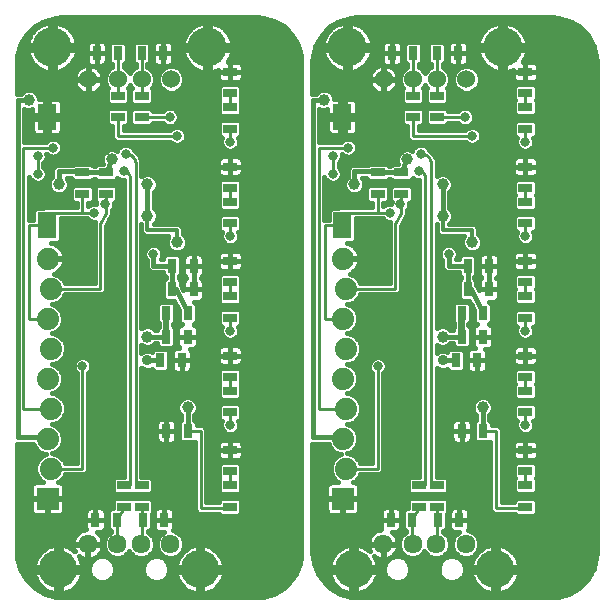
<source format=gbl>
G75*
%MOIN*%
%OFA0B0*%
%FSLAX25Y25*%
%IPPOS*%
%LPD*%
%AMOC8*
5,1,8,0,0,1.08239X$1,22.5*
%
%ADD10R,0.03150X0.04724*%
%ADD11R,0.04724X0.03150*%
%ADD12R,0.07400X0.07400*%
%ADD13C,0.07400*%
%ADD14C,0.06022*%
%ADD15C,0.13055*%
%ADD16C,0.06337*%
%ADD17C,0.12661*%
%ADD18R,0.06299X0.08583*%
%ADD19C,0.01000*%
%ADD20C,0.03175*%
%ADD21C,0.01600*%
%ADD22C,0.03962*%
%ADD23C,0.03569*%
%ADD24C,0.01200*%
D10*
X0029753Y0088014D03*
X0036839Y0088014D03*
X0045501Y0088014D03*
X0052587Y0088014D03*
X0053375Y0117542D03*
X0060461Y0117542D03*
X0058493Y0141164D03*
X0060461Y0149038D03*
X0060461Y0156912D03*
X0062430Y0164786D03*
X0062430Y0172660D03*
X0055343Y0172660D03*
X0055343Y0164786D03*
X0053375Y0156912D03*
X0053375Y0149038D03*
X0051406Y0141164D03*
X0052194Y0243526D03*
X0045107Y0243526D03*
X0037233Y0243526D03*
X0030146Y0243526D03*
X0128572Y0243526D03*
X0135658Y0243526D03*
X0143532Y0243526D03*
X0150619Y0243526D03*
X0153769Y0172660D03*
X0153769Y0164786D03*
X0151800Y0156912D03*
X0151800Y0149038D03*
X0149831Y0141164D03*
X0156918Y0141164D03*
X0158887Y0149038D03*
X0158887Y0156912D03*
X0160855Y0164786D03*
X0160855Y0172660D03*
X0158887Y0117542D03*
X0151800Y0117542D03*
X0151013Y0088014D03*
X0143926Y0088014D03*
X0135265Y0088014D03*
X0128178Y0088014D03*
D11*
X0137627Y0092345D03*
X0137627Y0099431D03*
X0143532Y0099431D03*
X0143532Y0092345D03*
X0173060Y0092345D03*
X0173060Y0099431D03*
X0173060Y0104156D03*
X0173060Y0111243D03*
X0173060Y0123841D03*
X0173060Y0130928D03*
X0173060Y0135652D03*
X0173060Y0142739D03*
X0173060Y0155337D03*
X0173060Y0162424D03*
X0173060Y0167148D03*
X0173060Y0174235D03*
X0173060Y0186833D03*
X0173060Y0193920D03*
X0173060Y0198644D03*
X0173060Y0205731D03*
X0173060Y0218329D03*
X0173060Y0225416D03*
X0173060Y0230140D03*
X0173060Y0237227D03*
X0143532Y0229353D03*
X0143532Y0222266D03*
X0135658Y0222266D03*
X0135658Y0229353D03*
X0131721Y0203762D03*
X0131721Y0196676D03*
X0123847Y0196676D03*
X0123847Y0203762D03*
X0074635Y0205731D03*
X0074635Y0198644D03*
X0074635Y0193920D03*
X0074635Y0186833D03*
X0074635Y0174235D03*
X0074635Y0167148D03*
X0074635Y0162424D03*
X0074635Y0155337D03*
X0074635Y0142739D03*
X0074635Y0135652D03*
X0074635Y0130928D03*
X0074635Y0123841D03*
X0074635Y0111243D03*
X0074635Y0104156D03*
X0074635Y0099431D03*
X0074635Y0092345D03*
X0045107Y0092345D03*
X0045107Y0099431D03*
X0039202Y0099431D03*
X0039202Y0092345D03*
X0033296Y0196676D03*
X0033296Y0203762D03*
X0025422Y0203762D03*
X0025422Y0196676D03*
X0037233Y0222266D03*
X0037233Y0229353D03*
X0045107Y0229353D03*
X0045107Y0222266D03*
X0074635Y0225416D03*
X0074635Y0230140D03*
X0074635Y0237227D03*
X0074635Y0218329D03*
D12*
X0112206Y0095022D03*
X0013780Y0095022D03*
D13*
X0014780Y0105022D03*
X0013780Y0115022D03*
X0014780Y0125022D03*
X0013780Y0135022D03*
X0014780Y0145022D03*
X0013780Y0155022D03*
X0014780Y0165022D03*
X0013808Y0175022D03*
X0112233Y0175022D03*
X0113206Y0165022D03*
X0112206Y0155022D03*
X0113206Y0145022D03*
X0112206Y0135022D03*
X0113206Y0125022D03*
X0112206Y0115022D03*
X0113206Y0105022D03*
D14*
X0125816Y0234825D03*
X0135658Y0234825D03*
X0143532Y0234825D03*
X0153375Y0234825D03*
X0054950Y0234825D03*
X0045107Y0234825D03*
X0037233Y0234825D03*
X0027391Y0234825D03*
D15*
X0015304Y0245494D03*
X0067036Y0245494D03*
X0113729Y0245494D03*
X0165461Y0245494D03*
D16*
X0153178Y0079865D03*
X0143335Y0079865D03*
X0135461Y0079865D03*
X0125619Y0079865D03*
X0054753Y0079865D03*
X0044910Y0079865D03*
X0037036Y0079865D03*
X0027194Y0079865D03*
D17*
X0017351Y0071479D03*
X0064595Y0071479D03*
X0115776Y0071479D03*
X0163020Y0071479D03*
D18*
X0112036Y0186085D03*
X0112036Y0222227D03*
X0013611Y0222227D03*
X0013611Y0186085D03*
D19*
X0013611Y0190376D01*
X0025422Y0190376D01*
X0025422Y0196676D01*
X0025422Y0190376D02*
X0027391Y0190376D01*
X0029359Y0190376D01*
X0033296Y0190376D02*
X0031328Y0186439D01*
X0031328Y0165022D01*
X0014780Y0165022D01*
X0013780Y0155022D02*
X0007706Y0155022D01*
X0007706Y0186085D01*
X0013611Y0186085D01*
X0010461Y0203369D02*
X0010461Y0209274D01*
X0005737Y0212030D02*
X0015580Y0212030D01*
X0005737Y0212030D02*
X0005737Y0125022D01*
X0014780Y0125022D01*
X0025422Y0139195D02*
X0025422Y0105022D01*
X0014780Y0105022D01*
X0039202Y0092345D02*
X0036839Y0088014D01*
X0036839Y0079865D01*
X0037036Y0079865D01*
X0044910Y0079865D02*
X0045501Y0088014D01*
X0045107Y0092345D01*
X0045107Y0099431D02*
X0043139Y0100219D01*
X0043139Y0206715D01*
X0041170Y0202187D02*
X0041170Y0099628D01*
X0039202Y0099431D01*
X0060461Y0117542D02*
X0064792Y0117542D01*
X0064792Y0091951D01*
X0074635Y0091951D01*
X0074635Y0092345D01*
X0074635Y0099431D02*
X0074635Y0104156D01*
X0074635Y0119510D02*
X0074635Y0123841D01*
X0074635Y0130928D02*
X0074635Y0135652D01*
X0074635Y0151006D02*
X0074635Y0155337D01*
X0074635Y0162424D02*
X0074635Y0167148D01*
X0074635Y0182502D02*
X0074635Y0186833D01*
X0074635Y0193920D02*
X0074635Y0198644D01*
X0074635Y0213998D02*
X0074635Y0218329D01*
X0074635Y0225416D02*
X0074635Y0230140D01*
X0056918Y0215967D02*
X0037233Y0215967D01*
X0037233Y0222266D01*
X0037233Y0229353D02*
X0037233Y0234825D01*
X0037233Y0243526D01*
X0045107Y0243526D02*
X0045107Y0234825D01*
X0045107Y0229353D01*
X0045107Y0222266D02*
X0054556Y0222266D01*
X0039792Y0210061D02*
X0039906Y0210059D01*
X0040020Y0210053D01*
X0040134Y0210043D01*
X0040248Y0210030D01*
X0040361Y0210012D01*
X0040473Y0209991D01*
X0040584Y0209966D01*
X0040695Y0209937D01*
X0040804Y0209904D01*
X0040913Y0209868D01*
X0041019Y0209828D01*
X0041125Y0209784D01*
X0041229Y0209737D01*
X0041331Y0209686D01*
X0041432Y0209632D01*
X0041531Y0209574D01*
X0041627Y0209513D01*
X0041722Y0209449D01*
X0041814Y0209381D01*
X0041904Y0209311D01*
X0041991Y0209237D01*
X0042076Y0209160D01*
X0042158Y0209081D01*
X0042237Y0208999D01*
X0042314Y0208914D01*
X0042388Y0208827D01*
X0042458Y0208737D01*
X0042526Y0208645D01*
X0042590Y0208550D01*
X0042651Y0208454D01*
X0042709Y0208355D01*
X0042763Y0208254D01*
X0042814Y0208152D01*
X0042861Y0208048D01*
X0042905Y0207942D01*
X0042945Y0207836D01*
X0042981Y0207727D01*
X0043014Y0207618D01*
X0043043Y0207507D01*
X0043068Y0207396D01*
X0043089Y0207284D01*
X0043107Y0207171D01*
X0043120Y0207057D01*
X0043130Y0206943D01*
X0043136Y0206829D01*
X0043138Y0206715D01*
X0039202Y0204156D02*
X0039288Y0204154D01*
X0039374Y0204149D01*
X0039459Y0204139D01*
X0039544Y0204126D01*
X0039628Y0204109D01*
X0039712Y0204089D01*
X0039794Y0204065D01*
X0039875Y0204037D01*
X0039956Y0204006D01*
X0040034Y0203972D01*
X0040111Y0203934D01*
X0040187Y0203892D01*
X0040260Y0203848D01*
X0040331Y0203800D01*
X0040401Y0203749D01*
X0040468Y0203695D01*
X0040532Y0203639D01*
X0040594Y0203579D01*
X0040654Y0203517D01*
X0040710Y0203453D01*
X0040764Y0203386D01*
X0040815Y0203316D01*
X0040863Y0203245D01*
X0040907Y0203172D01*
X0040949Y0203096D01*
X0040987Y0203019D01*
X0041021Y0202941D01*
X0041052Y0202860D01*
X0041080Y0202779D01*
X0041104Y0202697D01*
X0041124Y0202613D01*
X0041141Y0202529D01*
X0041154Y0202444D01*
X0041164Y0202359D01*
X0041169Y0202273D01*
X0041171Y0202187D01*
X0033296Y0196676D02*
X0033296Y0193526D01*
X0032902Y0193132D01*
X0033296Y0193132D01*
X0033296Y0190376D01*
X0104162Y0212030D02*
X0104162Y0125022D01*
X0113206Y0125022D01*
X0123847Y0139195D02*
X0123847Y0105022D01*
X0113206Y0105022D01*
X0137627Y0092345D02*
X0135265Y0088014D01*
X0135265Y0079865D01*
X0135461Y0079865D01*
X0143335Y0079865D02*
X0143926Y0088014D01*
X0143532Y0092345D01*
X0143532Y0099431D02*
X0141564Y0100219D01*
X0141564Y0206715D01*
X0139595Y0202187D02*
X0139595Y0099628D01*
X0137627Y0099431D01*
X0158887Y0117542D02*
X0163217Y0117542D01*
X0163217Y0091951D01*
X0173060Y0091951D01*
X0173060Y0092345D01*
X0173060Y0099431D02*
X0173060Y0104156D01*
X0173060Y0119510D02*
X0173060Y0123841D01*
X0173060Y0130928D02*
X0173060Y0135652D01*
X0173060Y0151006D02*
X0173060Y0155337D01*
X0173060Y0162424D02*
X0173060Y0167148D01*
X0173060Y0182502D02*
X0173060Y0186833D01*
X0173060Y0193920D02*
X0173060Y0198644D01*
X0173060Y0213998D02*
X0173060Y0218329D01*
X0173060Y0225416D02*
X0173060Y0230140D01*
X0155343Y0215967D02*
X0135658Y0215967D01*
X0135658Y0222266D01*
X0135658Y0229353D02*
X0135658Y0234825D01*
X0135658Y0243526D01*
X0143532Y0243526D02*
X0143532Y0234825D01*
X0143532Y0229353D01*
X0143532Y0222266D02*
X0152981Y0222266D01*
X0138217Y0210061D02*
X0138331Y0210059D01*
X0138445Y0210053D01*
X0138559Y0210043D01*
X0138673Y0210030D01*
X0138786Y0210012D01*
X0138898Y0209991D01*
X0139009Y0209966D01*
X0139120Y0209937D01*
X0139229Y0209904D01*
X0139338Y0209868D01*
X0139444Y0209828D01*
X0139550Y0209784D01*
X0139654Y0209737D01*
X0139756Y0209686D01*
X0139857Y0209632D01*
X0139956Y0209574D01*
X0140052Y0209513D01*
X0140147Y0209449D01*
X0140239Y0209381D01*
X0140329Y0209311D01*
X0140416Y0209237D01*
X0140501Y0209160D01*
X0140583Y0209081D01*
X0140662Y0208999D01*
X0140739Y0208914D01*
X0140813Y0208827D01*
X0140883Y0208737D01*
X0140951Y0208645D01*
X0141015Y0208550D01*
X0141076Y0208454D01*
X0141134Y0208355D01*
X0141188Y0208254D01*
X0141239Y0208152D01*
X0141286Y0208048D01*
X0141330Y0207942D01*
X0141370Y0207836D01*
X0141406Y0207727D01*
X0141439Y0207618D01*
X0141468Y0207507D01*
X0141493Y0207396D01*
X0141514Y0207284D01*
X0141532Y0207171D01*
X0141545Y0207057D01*
X0141555Y0206943D01*
X0141561Y0206829D01*
X0141563Y0206715D01*
X0137627Y0204156D02*
X0137713Y0204154D01*
X0137799Y0204149D01*
X0137884Y0204139D01*
X0137969Y0204126D01*
X0138053Y0204109D01*
X0138137Y0204089D01*
X0138219Y0204065D01*
X0138300Y0204037D01*
X0138381Y0204006D01*
X0138459Y0203972D01*
X0138536Y0203934D01*
X0138612Y0203892D01*
X0138685Y0203848D01*
X0138756Y0203800D01*
X0138826Y0203749D01*
X0138893Y0203695D01*
X0138957Y0203639D01*
X0139019Y0203579D01*
X0139079Y0203517D01*
X0139135Y0203453D01*
X0139189Y0203386D01*
X0139240Y0203316D01*
X0139288Y0203245D01*
X0139332Y0203172D01*
X0139374Y0203096D01*
X0139412Y0203019D01*
X0139446Y0202941D01*
X0139477Y0202860D01*
X0139505Y0202779D01*
X0139529Y0202697D01*
X0139549Y0202613D01*
X0139566Y0202529D01*
X0139579Y0202444D01*
X0139589Y0202359D01*
X0139594Y0202273D01*
X0139596Y0202187D01*
X0131721Y0196676D02*
X0131721Y0193526D01*
X0131328Y0193132D01*
X0131721Y0193132D01*
X0131721Y0190376D01*
X0129753Y0186439D01*
X0129753Y0165022D01*
X0113206Y0165022D01*
X0112206Y0155022D02*
X0106131Y0155022D01*
X0106131Y0186085D01*
X0112036Y0186085D01*
X0112036Y0190376D01*
X0123847Y0190376D01*
X0123847Y0196676D01*
X0123847Y0190376D02*
X0125816Y0190376D01*
X0127784Y0190376D01*
X0114005Y0212030D02*
X0104162Y0212030D01*
X0108887Y0209274D02*
X0108887Y0203369D01*
D20*
X0108887Y0203369D03*
X0108887Y0209274D03*
X0114005Y0212030D03*
X0121879Y0219904D03*
X0127784Y0208093D03*
X0137627Y0204156D03*
X0138217Y0210061D03*
X0131328Y0193132D03*
X0127784Y0190376D03*
X0117548Y0186636D03*
X0127784Y0145101D03*
X0123847Y0139195D03*
X0127784Y0113605D03*
X0159280Y0109668D03*
X0173060Y0119510D03*
X0168729Y0147069D03*
X0173060Y0151006D03*
X0169123Y0178565D03*
X0173060Y0182502D03*
X0159871Y0183290D03*
X0147469Y0176597D03*
X0173060Y0213998D03*
X0155343Y0215967D03*
X0152981Y0222266D03*
X0074635Y0213998D03*
X0056918Y0215967D03*
X0054556Y0222266D03*
X0039792Y0210061D03*
X0039202Y0204156D03*
X0032902Y0193132D03*
X0029359Y0190376D03*
X0019123Y0186636D03*
X0010461Y0203369D03*
X0010461Y0209274D03*
X0015580Y0212030D03*
X0023454Y0219904D03*
X0029359Y0208093D03*
X0049044Y0176597D03*
X0061446Y0183290D03*
X0070698Y0178565D03*
X0074635Y0182502D03*
X0074635Y0151006D03*
X0070304Y0147069D03*
X0074635Y0119510D03*
X0060855Y0109668D03*
X0029359Y0113605D03*
X0025422Y0139195D03*
X0029359Y0145101D03*
D21*
X0012800Y0063390D02*
X0016558Y0062383D01*
X0018503Y0062255D01*
X0083522Y0062255D01*
X0085467Y0062383D01*
X0089225Y0063390D01*
X0092594Y0065335D01*
X0095345Y0068086D01*
X0097291Y0071455D01*
X0098298Y0075213D01*
X0098425Y0077158D01*
X0098425Y0240602D01*
X0098298Y0242547D01*
X0097291Y0246305D01*
X0095345Y0249675D01*
X0092594Y0252426D01*
X0089225Y0254371D01*
X0085467Y0255378D01*
X0083522Y0255506D01*
X0018503Y0255506D01*
X0016558Y0255378D01*
X0012800Y0254371D01*
X0009431Y0252426D01*
X0006680Y0249675D01*
X0004734Y0246305D01*
X0004734Y0246305D01*
X0003727Y0242547D01*
X0003600Y0240602D01*
X0003600Y0229978D01*
X0003711Y0229978D01*
X0004787Y0230035D01*
X0005593Y0230841D01*
X0006836Y0231356D01*
X0008181Y0231356D01*
X0009424Y0230841D01*
X0010375Y0229890D01*
X0010890Y0228647D01*
X0010890Y0228318D01*
X0012836Y0228318D01*
X0012836Y0223002D01*
X0014386Y0223002D01*
X0014386Y0228318D01*
X0016998Y0228318D01*
X0017455Y0228195D01*
X0017866Y0227958D01*
X0018201Y0227623D01*
X0018438Y0227213D01*
X0018561Y0226755D01*
X0018561Y0223002D01*
X0014386Y0223002D01*
X0014386Y0221452D01*
X0018561Y0221452D01*
X0018561Y0217698D01*
X0018438Y0217241D01*
X0018201Y0216830D01*
X0017866Y0216495D01*
X0017455Y0216258D01*
X0016998Y0216135D01*
X0014386Y0216135D01*
X0014386Y0221452D01*
X0012836Y0221452D01*
X0008661Y0221452D01*
X0008661Y0217698D01*
X0008784Y0217241D01*
X0009021Y0216830D01*
X0009356Y0216495D01*
X0009767Y0216258D01*
X0010224Y0216135D01*
X0012836Y0216135D01*
X0012836Y0221452D01*
X0012836Y0223002D01*
X0008661Y0223002D01*
X0008661Y0224793D01*
X0008181Y0224594D01*
X0006836Y0224594D01*
X0005968Y0224953D01*
X0005968Y0213930D01*
X0013255Y0213930D01*
X0013887Y0214563D01*
X0014985Y0215017D01*
X0016174Y0215017D01*
X0017272Y0214563D01*
X0018112Y0213722D01*
X0018567Y0212624D01*
X0018567Y0211436D01*
X0018112Y0210338D01*
X0017272Y0209497D01*
X0016174Y0209043D01*
X0014985Y0209043D01*
X0013887Y0209497D01*
X0013401Y0209984D01*
X0013449Y0209868D01*
X0013449Y0208680D01*
X0012994Y0207582D01*
X0012361Y0206949D01*
X0012361Y0205693D01*
X0012994Y0205061D01*
X0013449Y0203963D01*
X0013449Y0202774D01*
X0012994Y0201676D01*
X0012154Y0200836D01*
X0011056Y0200381D01*
X0009867Y0200381D01*
X0008769Y0200836D01*
X0007929Y0201676D01*
X0007637Y0202381D01*
X0007637Y0187985D01*
X0009061Y0187985D01*
X0009061Y0190956D01*
X0009882Y0191776D01*
X0012324Y0191776D01*
X0012824Y0192276D01*
X0023522Y0192276D01*
X0023522Y0193701D01*
X0022480Y0193701D01*
X0021660Y0194521D01*
X0021660Y0198830D01*
X0022480Y0199650D01*
X0028364Y0199650D01*
X0029184Y0198830D01*
X0029184Y0194521D01*
X0028364Y0193701D01*
X0027322Y0193701D01*
X0027322Y0192564D01*
X0027667Y0192909D01*
X0028765Y0193364D01*
X0029915Y0193364D01*
X0029915Y0193727D01*
X0030036Y0194019D01*
X0029534Y0194521D01*
X0029534Y0198830D01*
X0030354Y0199650D01*
X0036238Y0199650D01*
X0037058Y0198830D01*
X0037058Y0194521D01*
X0036238Y0193701D01*
X0035890Y0193701D01*
X0035890Y0192538D01*
X0035435Y0191440D01*
X0035196Y0191201D01*
X0035196Y0190685D01*
X0035347Y0190231D01*
X0035196Y0189928D01*
X0035196Y0189589D01*
X0034858Y0189251D01*
X0033228Y0185991D01*
X0033228Y0164235D01*
X0032115Y0163122D01*
X0019513Y0163122D01*
X0019104Y0162133D01*
X0017669Y0160698D01*
X0015795Y0159922D01*
X0015278Y0159922D01*
X0016669Y0159346D01*
X0018104Y0157911D01*
X0018880Y0156037D01*
X0018880Y0154008D01*
X0018104Y0152133D01*
X0016669Y0150698D01*
X0015278Y0150122D01*
X0015795Y0150122D01*
X0017669Y0149346D01*
X0019104Y0147911D01*
X0019880Y0146037D01*
X0019880Y0144008D01*
X0019104Y0142133D01*
X0017669Y0140698D01*
X0015795Y0139922D01*
X0015278Y0139922D01*
X0016669Y0139346D01*
X0018104Y0137911D01*
X0018880Y0136037D01*
X0018880Y0134008D01*
X0018104Y0132133D01*
X0016669Y0130698D01*
X0015278Y0130122D01*
X0015795Y0130122D01*
X0017669Y0129346D01*
X0019104Y0127911D01*
X0019880Y0126037D01*
X0019880Y0124008D01*
X0019104Y0122133D01*
X0017669Y0120698D01*
X0015795Y0119922D01*
X0015278Y0119922D01*
X0016669Y0119346D01*
X0018104Y0117911D01*
X0018880Y0116037D01*
X0018880Y0114008D01*
X0018104Y0112133D01*
X0016669Y0110698D01*
X0015278Y0110122D01*
X0015795Y0110122D01*
X0017669Y0109346D01*
X0019104Y0107911D01*
X0019513Y0106922D01*
X0023522Y0106922D01*
X0023522Y0136870D01*
X0022889Y0137503D01*
X0022435Y0138601D01*
X0022435Y0139790D01*
X0022889Y0140888D01*
X0023730Y0141728D01*
X0024828Y0142183D01*
X0026016Y0142183D01*
X0027114Y0141728D01*
X0027955Y0140888D01*
X0028409Y0139790D01*
X0028409Y0138601D01*
X0027955Y0137503D01*
X0027322Y0136870D01*
X0027322Y0104235D01*
X0026209Y0103122D01*
X0019513Y0103122D01*
X0019104Y0102133D01*
X0017669Y0100698D01*
X0017243Y0100522D01*
X0017717Y0100522D01*
X0018175Y0100399D01*
X0018586Y0100162D01*
X0018921Y0099827D01*
X0019158Y0099417D01*
X0019280Y0098959D01*
X0019280Y0095222D01*
X0013980Y0095222D01*
X0013980Y0094822D01*
X0013980Y0089522D01*
X0017717Y0089522D01*
X0018175Y0089645D01*
X0018586Y0089882D01*
X0018921Y0090217D01*
X0019158Y0090627D01*
X0019280Y0091085D01*
X0019280Y0094822D01*
X0013980Y0094822D01*
X0013580Y0094822D01*
X0008280Y0094822D01*
X0008280Y0091085D01*
X0008403Y0090627D01*
X0008640Y0090217D01*
X0008975Y0089882D01*
X0009386Y0089645D01*
X0009843Y0089522D01*
X0013580Y0089522D01*
X0013580Y0094822D01*
X0013580Y0095222D01*
X0008280Y0095222D01*
X0008280Y0098959D01*
X0008403Y0099417D01*
X0008640Y0099827D01*
X0008975Y0100162D01*
X0009386Y0100399D01*
X0009843Y0100522D01*
X0012317Y0100522D01*
X0011891Y0100698D01*
X0010457Y0102133D01*
X0009680Y0104008D01*
X0009680Y0106037D01*
X0010457Y0107911D01*
X0011891Y0109346D01*
X0013283Y0109922D01*
X0012766Y0109922D01*
X0010891Y0110698D01*
X0009457Y0112133D01*
X0008943Y0113373D01*
X0003600Y0113373D01*
X0003600Y0077158D01*
X0003727Y0075213D01*
X0004734Y0071455D01*
X0006680Y0068086D01*
X0009431Y0065335D01*
X0012800Y0063390D01*
X0012345Y0063652D02*
X0015146Y0063652D01*
X0014732Y0063763D02*
X0015762Y0063487D01*
X0016551Y0063383D01*
X0016551Y0070679D01*
X0009256Y0070679D01*
X0009360Y0069889D01*
X0009635Y0068860D01*
X0010043Y0067875D01*
X0010576Y0066952D01*
X0011225Y0066106D01*
X0011979Y0065353D01*
X0012824Y0064704D01*
X0013747Y0064171D01*
X0014732Y0063763D01*
X0016551Y0063652D02*
X0018151Y0063652D01*
X0018151Y0063383D02*
X0018941Y0063487D01*
X0019970Y0063763D01*
X0020955Y0064171D01*
X0021878Y0064704D01*
X0022724Y0065353D01*
X0023477Y0066106D01*
X0024126Y0066952D01*
X0024659Y0067875D01*
X0025067Y0068860D01*
X0025343Y0069889D01*
X0025447Y0070679D01*
X0018151Y0070679D01*
X0018151Y0072279D01*
X0016551Y0072279D01*
X0016551Y0079574D01*
X0015762Y0079470D01*
X0014732Y0079194D01*
X0013747Y0078787D01*
X0012824Y0078254D01*
X0011979Y0077605D01*
X0011225Y0076851D01*
X0010576Y0076006D01*
X0010043Y0075083D01*
X0009635Y0074098D01*
X0009360Y0073068D01*
X0009256Y0072279D01*
X0016551Y0072279D01*
X0016551Y0070679D01*
X0018151Y0070679D01*
X0018151Y0063383D01*
X0019557Y0063652D02*
X0062390Y0063652D01*
X0061976Y0063763D02*
X0063006Y0063487D01*
X0063795Y0063383D01*
X0063795Y0070679D01*
X0056500Y0070679D01*
X0056604Y0069889D01*
X0056880Y0068860D01*
X0057287Y0067875D01*
X0057820Y0066952D01*
X0058469Y0066106D01*
X0059223Y0065353D01*
X0060068Y0064704D01*
X0060991Y0064171D01*
X0061976Y0063763D01*
X0063795Y0063652D02*
X0065395Y0063652D01*
X0065395Y0063383D02*
X0066185Y0063487D01*
X0067214Y0063763D01*
X0068199Y0064171D01*
X0069122Y0064704D01*
X0069968Y0065353D01*
X0070721Y0066106D01*
X0071370Y0066952D01*
X0071903Y0067875D01*
X0072311Y0068860D01*
X0072587Y0069889D01*
X0072691Y0070679D01*
X0065395Y0070679D01*
X0065395Y0063383D01*
X0066801Y0063652D02*
X0089680Y0063652D01*
X0092449Y0065251D02*
X0069835Y0065251D01*
X0071291Y0066849D02*
X0094109Y0066849D01*
X0095554Y0068448D02*
X0072140Y0068448D01*
X0072608Y0070046D02*
X0096477Y0070046D01*
X0097342Y0071645D02*
X0065395Y0071645D01*
X0065395Y0072279D02*
X0065395Y0070679D01*
X0063795Y0070679D01*
X0063795Y0072279D01*
X0063795Y0079574D01*
X0063006Y0079470D01*
X0061976Y0079194D01*
X0060991Y0078787D01*
X0060068Y0078254D01*
X0059223Y0077605D01*
X0058469Y0076851D01*
X0057820Y0076006D01*
X0057287Y0075083D01*
X0056880Y0074098D01*
X0056604Y0073068D01*
X0056500Y0072279D01*
X0063795Y0072279D01*
X0065395Y0072279D01*
X0065395Y0079574D01*
X0066185Y0079470D01*
X0067214Y0079194D01*
X0068199Y0078787D01*
X0069122Y0078254D01*
X0069968Y0077605D01*
X0070721Y0076851D01*
X0071370Y0076006D01*
X0071903Y0075083D01*
X0072311Y0074098D01*
X0072587Y0073068D01*
X0072691Y0072279D01*
X0065395Y0072279D01*
X0065395Y0073243D02*
X0063795Y0073243D01*
X0063795Y0071645D02*
X0054387Y0071645D01*
X0054387Y0072346D02*
X0054387Y0070612D01*
X0053724Y0069010D01*
X0052498Y0067783D01*
X0050895Y0067120D01*
X0049161Y0067120D01*
X0047559Y0067783D01*
X0046333Y0069010D01*
X0045669Y0070612D01*
X0045669Y0072346D01*
X0046333Y0073948D01*
X0047559Y0075174D01*
X0049161Y0075838D01*
X0050895Y0075838D01*
X0052498Y0075174D01*
X0053724Y0073948D01*
X0054387Y0072346D01*
X0054016Y0073243D02*
X0056651Y0073243D01*
X0057188Y0074842D02*
X0052830Y0074842D01*
X0053844Y0075296D02*
X0055661Y0075296D01*
X0057341Y0075992D01*
X0058626Y0077277D01*
X0059321Y0078956D01*
X0059321Y0080773D01*
X0058626Y0082452D01*
X0057341Y0083738D01*
X0055661Y0084433D01*
X0055489Y0084433D01*
X0055603Y0084547D01*
X0055840Y0084957D01*
X0055962Y0085415D01*
X0055962Y0088014D01*
X0052588Y0088014D01*
X0052588Y0088014D01*
X0055962Y0088014D01*
X0055962Y0090613D01*
X0055840Y0091071D01*
X0055603Y0091482D01*
X0055267Y0091817D01*
X0054857Y0092054D01*
X0054399Y0092176D01*
X0052587Y0092176D01*
X0050776Y0092176D01*
X0050318Y0092054D01*
X0049907Y0091817D01*
X0049572Y0091482D01*
X0049335Y0091071D01*
X0049213Y0090613D01*
X0049213Y0088014D01*
X0049213Y0085415D01*
X0049335Y0084957D01*
X0049572Y0084547D01*
X0049907Y0084212D01*
X0050318Y0083975D01*
X0050776Y0083852D01*
X0052441Y0083852D01*
X0052165Y0083738D01*
X0050880Y0082452D01*
X0050184Y0080773D01*
X0050184Y0078956D01*
X0050880Y0077277D01*
X0052165Y0075992D01*
X0053844Y0075296D01*
X0051716Y0076440D02*
X0047947Y0076440D01*
X0047498Y0075992D02*
X0048783Y0077277D01*
X0049479Y0078956D01*
X0049479Y0080773D01*
X0048783Y0082452D01*
X0047498Y0083738D01*
X0047108Y0083899D01*
X0047133Y0084252D01*
X0047655Y0084252D01*
X0048476Y0085072D01*
X0048476Y0089796D01*
X0048869Y0090190D01*
X0048869Y0094500D01*
X0048049Y0095320D01*
X0042165Y0095320D01*
X0042154Y0095309D01*
X0042144Y0095320D01*
X0036259Y0095320D01*
X0035439Y0094500D01*
X0035439Y0091776D01*
X0034685Y0091776D01*
X0033865Y0090956D01*
X0033865Y0085072D01*
X0034685Y0084252D01*
X0034939Y0084252D01*
X0034939Y0083941D01*
X0034448Y0083738D01*
X0033163Y0082452D01*
X0032468Y0080773D01*
X0032468Y0078956D01*
X0033163Y0077277D01*
X0034448Y0075992D01*
X0036127Y0075296D01*
X0037945Y0075296D01*
X0039624Y0075992D01*
X0040909Y0077277D01*
X0040973Y0077431D01*
X0041037Y0077277D01*
X0042322Y0075992D01*
X0044001Y0075296D01*
X0045819Y0075296D01*
X0047498Y0075992D01*
X0047227Y0074842D02*
X0034720Y0074842D01*
X0034387Y0075174D02*
X0032785Y0075838D01*
X0031051Y0075838D01*
X0029449Y0075174D01*
X0028223Y0073948D01*
X0027559Y0072346D01*
X0027559Y0070612D01*
X0028223Y0069010D01*
X0029449Y0067783D01*
X0031051Y0067120D01*
X0032785Y0067120D01*
X0034387Y0067783D01*
X0035614Y0069010D01*
X0036277Y0070612D01*
X0036277Y0072346D01*
X0035614Y0073948D01*
X0034387Y0075174D01*
X0034000Y0076440D02*
X0030796Y0076440D01*
X0030983Y0076628D02*
X0031443Y0077260D01*
X0031798Y0077957D01*
X0032040Y0078701D01*
X0032162Y0079474D01*
X0032162Y0079680D01*
X0027378Y0079680D01*
X0027378Y0074896D01*
X0027585Y0074896D01*
X0028357Y0075018D01*
X0029101Y0075260D01*
X0029798Y0075615D01*
X0030430Y0076075D01*
X0030983Y0076628D01*
X0031825Y0078039D02*
X0032848Y0078039D01*
X0032468Y0079637D02*
X0032162Y0079637D01*
X0032162Y0080049D02*
X0032162Y0080256D01*
X0032040Y0081028D01*
X0031798Y0081772D01*
X0031443Y0082469D01*
X0030983Y0083101D01*
X0030430Y0083654D01*
X0030158Y0083852D01*
X0031565Y0083852D01*
X0032022Y0083975D01*
X0032433Y0084212D01*
X0032768Y0084547D01*
X0033005Y0084957D01*
X0033128Y0085415D01*
X0033128Y0088014D01*
X0029753Y0088014D01*
X0029753Y0088014D01*
X0033128Y0088014D01*
X0033128Y0090613D01*
X0033005Y0091071D01*
X0032768Y0091482D01*
X0032433Y0091817D01*
X0032022Y0092054D01*
X0031565Y0092176D01*
X0029753Y0092176D01*
X0029753Y0088014D01*
X0029753Y0088014D01*
X0026378Y0088014D01*
X0026378Y0085415D01*
X0026501Y0084957D01*
X0026592Y0084800D01*
X0026030Y0084711D01*
X0025286Y0084469D01*
X0024590Y0084114D01*
X0023957Y0083654D01*
X0023404Y0083101D01*
X0022944Y0082469D01*
X0022589Y0081772D01*
X0022348Y0081028D01*
X0022225Y0080256D01*
X0022225Y0080049D01*
X0027009Y0080049D01*
X0027009Y0079680D01*
X0022225Y0079680D01*
X0022225Y0079474D01*
X0022348Y0078701D01*
X0022589Y0077957D01*
X0022816Y0077513D01*
X0022724Y0077605D01*
X0021878Y0078254D01*
X0020955Y0078787D01*
X0019970Y0079194D01*
X0018941Y0079470D01*
X0018151Y0079574D01*
X0018151Y0072279D01*
X0025447Y0072279D01*
X0025343Y0073068D01*
X0025067Y0074098D01*
X0024659Y0075083D01*
X0024180Y0075913D01*
X0024590Y0075615D01*
X0025286Y0075260D01*
X0026030Y0075018D01*
X0026803Y0074896D01*
X0027009Y0074896D01*
X0027009Y0079680D01*
X0027378Y0079680D01*
X0027378Y0080049D01*
X0032162Y0080049D01*
X0031972Y0081236D02*
X0032659Y0081236D01*
X0033545Y0082834D02*
X0031177Y0082834D01*
X0032654Y0084433D02*
X0034504Y0084433D01*
X0033865Y0086031D02*
X0033128Y0086031D01*
X0033128Y0087630D02*
X0033865Y0087630D01*
X0033865Y0089228D02*
X0033128Y0089228D01*
X0033070Y0090827D02*
X0033865Y0090827D01*
X0035439Y0092425D02*
X0019280Y0092425D01*
X0019280Y0094024D02*
X0035439Y0094024D01*
X0036259Y0096457D02*
X0035439Y0097277D01*
X0035439Y0101586D01*
X0036259Y0102406D01*
X0039270Y0102406D01*
X0039270Y0201169D01*
X0038607Y0201169D01*
X0037509Y0201623D01*
X0037058Y0202074D01*
X0037058Y0201607D01*
X0036238Y0200787D01*
X0030354Y0200787D01*
X0029579Y0201562D01*
X0029139Y0201562D01*
X0028364Y0200787D01*
X0022480Y0200787D01*
X0021660Y0201607D01*
X0021660Y0201956D01*
X0020199Y0201956D01*
X0020414Y0201740D01*
X0020929Y0200498D01*
X0020929Y0199153D01*
X0020414Y0197910D01*
X0019463Y0196959D01*
X0018221Y0196444D01*
X0016875Y0196444D01*
X0015633Y0196959D01*
X0014682Y0197910D01*
X0014167Y0199153D01*
X0014167Y0200498D01*
X0014682Y0201740D01*
X0015348Y0202407D01*
X0015348Y0205067D01*
X0016637Y0206356D01*
X0022099Y0206356D01*
X0022480Y0206737D01*
X0028364Y0206737D01*
X0029139Y0205962D01*
X0029579Y0205962D01*
X0030354Y0206737D01*
X0032167Y0206737D01*
X0031883Y0207420D01*
X0031883Y0208765D01*
X0032398Y0210008D01*
X0033349Y0210959D01*
X0034592Y0211474D01*
X0035937Y0211474D01*
X0036967Y0211047D01*
X0037260Y0211754D01*
X0038100Y0212594D01*
X0039198Y0213049D01*
X0040386Y0213049D01*
X0041484Y0212594D01*
X0042325Y0211754D01*
X0042529Y0211260D01*
X0042764Y0211163D01*
X0042764Y0211163D01*
X0044240Y0209687D01*
X0044240Y0209687D01*
X0045039Y0207759D01*
X0045039Y0202570D01*
X0045160Y0202692D01*
X0046403Y0203206D01*
X0047748Y0203206D01*
X0048991Y0202692D01*
X0049942Y0201740D01*
X0050457Y0200498D01*
X0050457Y0199153D01*
X0049942Y0197910D01*
X0049276Y0197244D01*
X0049276Y0191777D01*
X0049942Y0191111D01*
X0050457Y0189868D01*
X0050457Y0188523D01*
X0049942Y0187280D01*
X0049133Y0186471D01*
X0057747Y0186471D01*
X0058918Y0185299D01*
X0058918Y0183315D01*
X0059784Y0182449D01*
X0060299Y0181206D01*
X0060299Y0179861D01*
X0059784Y0178619D01*
X0058833Y0177667D01*
X0057591Y0177153D01*
X0056246Y0177153D01*
X0055003Y0177667D01*
X0054052Y0178619D01*
X0053537Y0179861D01*
X0053537Y0181206D01*
X0054052Y0182449D01*
X0054074Y0182471D01*
X0046247Y0182471D01*
X0045076Y0183642D01*
X0045076Y0186414D01*
X0045039Y0186451D01*
X0045039Y0151782D01*
X0045160Y0151904D01*
X0046403Y0152419D01*
X0047748Y0152419D01*
X0048991Y0151904D01*
X0049657Y0151238D01*
X0050400Y0151238D01*
X0050400Y0151980D01*
X0050781Y0152361D01*
X0050781Y0153589D01*
X0050400Y0153970D01*
X0050400Y0159854D01*
X0051220Y0160674D01*
X0055530Y0160674D01*
X0056350Y0159854D01*
X0056350Y0153970D01*
X0055575Y0153195D01*
X0055575Y0152755D01*
X0056350Y0151980D01*
X0056350Y0146096D01*
X0055530Y0145276D01*
X0051220Y0145276D01*
X0050400Y0146096D01*
X0050400Y0146838D01*
X0049657Y0146838D01*
X0048991Y0146171D01*
X0047748Y0145657D01*
X0046403Y0145657D01*
X0045160Y0146171D01*
X0045039Y0146293D01*
X0045039Y0143630D01*
X0045272Y0143863D01*
X0046442Y0144348D01*
X0047709Y0144348D01*
X0048431Y0144049D01*
X0048431Y0144106D01*
X0049252Y0144926D01*
X0053561Y0144926D01*
X0054381Y0144106D01*
X0054381Y0138222D01*
X0053561Y0137402D01*
X0049252Y0137402D01*
X0048431Y0138222D01*
X0048431Y0138279D01*
X0047709Y0137980D01*
X0046442Y0137980D01*
X0045272Y0138464D01*
X0045039Y0138698D01*
X0045039Y0102406D01*
X0048049Y0102406D01*
X0048869Y0101586D01*
X0048869Y0097277D01*
X0048049Y0096457D01*
X0042165Y0096457D01*
X0042154Y0096467D01*
X0042144Y0096457D01*
X0036259Y0096457D01*
X0035495Y0097221D02*
X0019280Y0097221D01*
X0019280Y0098819D02*
X0035439Y0098819D01*
X0035439Y0100418D02*
X0018106Y0100418D01*
X0018987Y0102016D02*
X0035870Y0102016D01*
X0039270Y0103615D02*
X0026702Y0103615D01*
X0027322Y0105213D02*
X0039270Y0105213D01*
X0039270Y0106812D02*
X0027322Y0106812D01*
X0027322Y0108410D02*
X0039270Y0108410D01*
X0039270Y0110009D02*
X0027322Y0110009D01*
X0027322Y0111607D02*
X0039270Y0111607D01*
X0039270Y0113206D02*
X0027322Y0113206D01*
X0027322Y0114805D02*
X0039270Y0114805D01*
X0039270Y0116403D02*
X0027322Y0116403D01*
X0027322Y0118002D02*
X0039270Y0118002D01*
X0039270Y0119600D02*
X0027322Y0119600D01*
X0027322Y0121199D02*
X0039270Y0121199D01*
X0039270Y0122797D02*
X0027322Y0122797D01*
X0027322Y0124396D02*
X0039270Y0124396D01*
X0039270Y0125994D02*
X0027322Y0125994D01*
X0027322Y0127593D02*
X0039270Y0127593D01*
X0039270Y0129191D02*
X0027322Y0129191D01*
X0027322Y0130790D02*
X0039270Y0130790D01*
X0039270Y0132388D02*
X0027322Y0132388D01*
X0027322Y0133987D02*
X0039270Y0133987D01*
X0039270Y0135585D02*
X0027322Y0135585D01*
X0027635Y0137184D02*
X0039270Y0137184D01*
X0039270Y0138782D02*
X0028409Y0138782D01*
X0028165Y0140381D02*
X0039270Y0140381D01*
X0039270Y0141979D02*
X0026508Y0141979D01*
X0024337Y0141979D02*
X0018950Y0141979D01*
X0019702Y0143578D02*
X0039270Y0143578D01*
X0039270Y0145176D02*
X0019880Y0145176D01*
X0019575Y0146775D02*
X0039270Y0146775D01*
X0039270Y0148373D02*
X0018642Y0148373D01*
X0016158Y0149972D02*
X0039270Y0149972D01*
X0039270Y0151570D02*
X0017541Y0151570D01*
X0018533Y0153169D02*
X0039270Y0153169D01*
X0039270Y0154767D02*
X0018880Y0154767D01*
X0018744Y0156366D02*
X0039270Y0156366D01*
X0039270Y0157964D02*
X0018051Y0157964D01*
X0016145Y0159563D02*
X0039270Y0159563D01*
X0039270Y0161161D02*
X0018132Y0161161D01*
X0019363Y0162760D02*
X0039270Y0162760D01*
X0039270Y0164358D02*
X0033228Y0164358D01*
X0033228Y0165957D02*
X0039270Y0165957D01*
X0039270Y0167555D02*
X0033228Y0167555D01*
X0033228Y0169154D02*
X0039270Y0169154D01*
X0039270Y0170752D02*
X0033228Y0170752D01*
X0033228Y0172351D02*
X0039270Y0172351D01*
X0039270Y0173949D02*
X0033228Y0173949D01*
X0033228Y0175548D02*
X0039270Y0175548D01*
X0039270Y0177146D02*
X0033228Y0177146D01*
X0033228Y0178745D02*
X0039270Y0178745D01*
X0039270Y0180343D02*
X0033228Y0180343D01*
X0033228Y0181942D02*
X0039270Y0181942D01*
X0039270Y0183540D02*
X0033228Y0183540D01*
X0033228Y0185139D02*
X0039270Y0185139D01*
X0039270Y0186738D02*
X0033601Y0186738D01*
X0034400Y0188336D02*
X0039270Y0188336D01*
X0039270Y0189935D02*
X0035199Y0189935D01*
X0035473Y0191533D02*
X0039270Y0191533D01*
X0039270Y0193132D02*
X0035890Y0193132D01*
X0037058Y0194730D02*
X0039270Y0194730D01*
X0039270Y0196329D02*
X0037058Y0196329D01*
X0037058Y0197927D02*
X0039270Y0197927D01*
X0039270Y0199526D02*
X0036363Y0199526D01*
X0036575Y0201124D02*
X0039270Y0201124D01*
X0045039Y0202723D02*
X0045235Y0202723D01*
X0045039Y0204321D02*
X0070472Y0204321D01*
X0070472Y0203919D02*
X0070472Y0205731D01*
X0070472Y0207542D01*
X0070595Y0208000D01*
X0070832Y0208411D01*
X0071167Y0208746D01*
X0071578Y0208983D01*
X0072035Y0209105D01*
X0074635Y0209105D01*
X0074635Y0205731D01*
X0078797Y0205731D01*
X0078797Y0207542D01*
X0078674Y0208000D01*
X0078437Y0208411D01*
X0078102Y0208746D01*
X0077692Y0208983D01*
X0077234Y0209105D01*
X0074635Y0209105D01*
X0074635Y0205731D01*
X0074635Y0205731D01*
X0074635Y0205731D01*
X0078797Y0205731D01*
X0078797Y0203919D01*
X0078674Y0203461D01*
X0078437Y0203051D01*
X0078102Y0202716D01*
X0077692Y0202479D01*
X0077234Y0202356D01*
X0074635Y0202356D01*
X0074635Y0205731D01*
X0074635Y0205731D01*
X0074635Y0205731D01*
X0070472Y0205731D01*
X0074635Y0205731D01*
X0074635Y0202356D01*
X0072035Y0202356D01*
X0071578Y0202479D01*
X0071167Y0202716D01*
X0070832Y0203051D01*
X0070595Y0203461D01*
X0070472Y0203919D01*
X0071160Y0202723D02*
X0048916Y0202723D01*
X0050197Y0201124D02*
X0071198Y0201124D01*
X0070872Y0200799D02*
X0070872Y0196489D01*
X0071080Y0196282D01*
X0070872Y0196074D01*
X0070872Y0191765D01*
X0071693Y0190945D01*
X0077577Y0190945D01*
X0078397Y0191765D01*
X0078397Y0196074D01*
X0078189Y0196282D01*
X0078397Y0196489D01*
X0078397Y0200799D01*
X0077577Y0201619D01*
X0071693Y0201619D01*
X0070872Y0200799D01*
X0070872Y0199526D02*
X0050457Y0199526D01*
X0049949Y0197927D02*
X0070872Y0197927D01*
X0071033Y0196329D02*
X0049276Y0196329D01*
X0049276Y0194730D02*
X0070872Y0194730D01*
X0070872Y0193132D02*
X0049276Y0193132D01*
X0049519Y0191533D02*
X0071104Y0191533D01*
X0071693Y0189808D02*
X0070872Y0188988D01*
X0070872Y0184678D01*
X0071693Y0183858D01*
X0071963Y0183858D01*
X0071647Y0183097D01*
X0071647Y0181908D01*
X0072102Y0180810D01*
X0072942Y0179970D01*
X0074040Y0179515D01*
X0075229Y0179515D01*
X0076327Y0179970D01*
X0077167Y0180810D01*
X0077622Y0181908D01*
X0077622Y0183097D01*
X0077307Y0183858D01*
X0077577Y0183858D01*
X0078397Y0184678D01*
X0078397Y0188988D01*
X0077577Y0189808D01*
X0071693Y0189808D01*
X0070872Y0188336D02*
X0050379Y0188336D01*
X0050429Y0189935D02*
X0098425Y0189935D01*
X0098425Y0191533D02*
X0078165Y0191533D01*
X0078397Y0193132D02*
X0098425Y0193132D01*
X0098425Y0194730D02*
X0078397Y0194730D01*
X0078236Y0196329D02*
X0098425Y0196329D01*
X0098425Y0197927D02*
X0078397Y0197927D01*
X0078397Y0199526D02*
X0098425Y0199526D01*
X0098425Y0201124D02*
X0078072Y0201124D01*
X0078109Y0202723D02*
X0098425Y0202723D01*
X0098425Y0204321D02*
X0078797Y0204321D01*
X0078797Y0205920D02*
X0098425Y0205920D01*
X0098425Y0207518D02*
X0078797Y0207518D01*
X0076327Y0211466D02*
X0077167Y0212306D01*
X0077622Y0213404D01*
X0077622Y0214593D01*
X0077307Y0215354D01*
X0077577Y0215354D01*
X0078397Y0216174D01*
X0078397Y0220484D01*
X0077577Y0221304D01*
X0071693Y0221304D01*
X0070872Y0220484D01*
X0070872Y0216174D01*
X0071693Y0215354D01*
X0071963Y0215354D01*
X0071647Y0214593D01*
X0071647Y0213404D01*
X0072102Y0212306D01*
X0072942Y0211466D01*
X0074040Y0211011D01*
X0075229Y0211011D01*
X0076327Y0211466D01*
X0077170Y0212314D02*
X0098425Y0212314D01*
X0098425Y0213912D02*
X0077622Y0213912D01*
X0077733Y0215511D02*
X0098425Y0215511D01*
X0098425Y0217109D02*
X0078397Y0217109D01*
X0078397Y0218708D02*
X0098425Y0218708D01*
X0098425Y0220306D02*
X0078397Y0220306D01*
X0077577Y0222441D02*
X0078397Y0223261D01*
X0078397Y0227570D01*
X0078189Y0227778D01*
X0078397Y0227985D01*
X0078397Y0232295D01*
X0077577Y0233115D01*
X0071693Y0233115D01*
X0070872Y0232295D01*
X0070872Y0227985D01*
X0071080Y0227778D01*
X0070872Y0227570D01*
X0070872Y0223261D01*
X0071693Y0222441D01*
X0077577Y0222441D01*
X0078397Y0223503D02*
X0098425Y0223503D01*
X0098425Y0221905D02*
X0057543Y0221905D01*
X0057543Y0221672D02*
X0057543Y0222860D01*
X0057088Y0223958D01*
X0056248Y0224799D01*
X0055150Y0225254D01*
X0053962Y0225254D01*
X0052864Y0224799D01*
X0052231Y0224166D01*
X0048869Y0224166D01*
X0048869Y0224421D01*
X0048049Y0225241D01*
X0042165Y0225241D01*
X0041345Y0224421D01*
X0041345Y0220111D01*
X0042165Y0219291D01*
X0048049Y0219291D01*
X0048869Y0220111D01*
X0048869Y0220366D01*
X0052231Y0220366D01*
X0052864Y0219734D01*
X0053962Y0219279D01*
X0055150Y0219279D01*
X0056248Y0219734D01*
X0057088Y0220574D01*
X0057543Y0221672D01*
X0056821Y0220306D02*
X0070872Y0220306D01*
X0070872Y0218708D02*
X0058108Y0218708D01*
X0058610Y0218500D02*
X0057512Y0218954D01*
X0056324Y0218954D01*
X0055226Y0218500D01*
X0054593Y0217867D01*
X0039133Y0217867D01*
X0039133Y0219291D01*
X0040175Y0219291D01*
X0040995Y0220111D01*
X0040995Y0224421D01*
X0040175Y0225241D01*
X0034291Y0225241D01*
X0033471Y0224421D01*
X0033471Y0220111D01*
X0034291Y0219291D01*
X0035333Y0219291D01*
X0035333Y0215180D01*
X0036446Y0214067D01*
X0054593Y0214067D01*
X0055226Y0213434D01*
X0056324Y0212980D01*
X0057512Y0212980D01*
X0058610Y0213434D01*
X0059451Y0214275D01*
X0059905Y0215373D01*
X0059905Y0216561D01*
X0059451Y0217659D01*
X0058610Y0218500D01*
X0059678Y0217109D02*
X0070872Y0217109D01*
X0071536Y0215511D02*
X0059905Y0215511D01*
X0059088Y0213912D02*
X0071647Y0213912D01*
X0072099Y0212314D02*
X0041765Y0212314D01*
X0043212Y0210715D02*
X0098425Y0210715D01*
X0098425Y0209117D02*
X0044476Y0209117D01*
X0045039Y0207518D02*
X0070472Y0207518D01*
X0070472Y0205920D02*
X0045039Y0205920D01*
X0047076Y0199825D02*
X0047076Y0189195D01*
X0049399Y0186738D02*
X0070872Y0186738D01*
X0070872Y0185139D02*
X0058918Y0185139D01*
X0058918Y0183540D02*
X0071831Y0183540D01*
X0071647Y0181942D02*
X0059995Y0181942D01*
X0060299Y0180343D02*
X0072569Y0180343D01*
X0072035Y0177609D02*
X0071578Y0177487D01*
X0071167Y0177250D01*
X0070832Y0176915D01*
X0070595Y0176504D01*
X0070472Y0176046D01*
X0070472Y0174235D01*
X0074635Y0174235D01*
X0074635Y0174235D01*
X0074635Y0177609D01*
X0077234Y0177609D01*
X0077692Y0177487D01*
X0078102Y0177250D01*
X0078437Y0176915D01*
X0078674Y0176504D01*
X0078797Y0176046D01*
X0078797Y0174235D01*
X0074635Y0174235D01*
X0074635Y0174235D01*
X0074635Y0177609D01*
X0072035Y0177609D01*
X0071064Y0177146D02*
X0052031Y0177146D01*
X0052031Y0177191D02*
X0051577Y0178289D01*
X0050736Y0179129D01*
X0049638Y0179584D01*
X0048450Y0179584D01*
X0047352Y0179129D01*
X0046511Y0178289D01*
X0046057Y0177191D01*
X0046057Y0176003D01*
X0046511Y0174905D01*
X0046844Y0174572D01*
X0046844Y0171749D01*
X0048133Y0170460D01*
X0052369Y0170460D01*
X0052369Y0169718D01*
X0053143Y0168943D01*
X0053143Y0168503D01*
X0052369Y0167728D01*
X0052369Y0161844D01*
X0053189Y0161024D01*
X0055946Y0161024D01*
X0057487Y0157942D01*
X0057487Y0153970D01*
X0058307Y0153150D01*
X0058462Y0153150D01*
X0058192Y0153077D01*
X0057781Y0152840D01*
X0057446Y0152505D01*
X0057209Y0152095D01*
X0057087Y0151637D01*
X0057087Y0149038D01*
X0060461Y0149038D01*
X0060461Y0149038D01*
X0057087Y0149038D01*
X0057087Y0146439D01*
X0057209Y0145981D01*
X0057446Y0145570D01*
X0057691Y0145326D01*
X0056681Y0145326D01*
X0056223Y0145203D01*
X0055813Y0144966D01*
X0055478Y0144631D01*
X0055241Y0144221D01*
X0055118Y0143763D01*
X0055118Y0141164D01*
X0058493Y0141164D01*
X0061868Y0141164D01*
X0061868Y0143763D01*
X0061745Y0144221D01*
X0061508Y0144631D01*
X0061264Y0144876D01*
X0062273Y0144876D01*
X0062731Y0144998D01*
X0063141Y0145235D01*
X0063477Y0145570D01*
X0063714Y0145981D01*
X0063836Y0146439D01*
X0063836Y0149038D01*
X0063836Y0151637D01*
X0063714Y0152095D01*
X0063477Y0152505D01*
X0063141Y0152840D01*
X0062731Y0153077D01*
X0062461Y0153150D01*
X0062616Y0153150D01*
X0063436Y0153970D01*
X0063436Y0159854D01*
X0062666Y0160624D01*
X0064242Y0160624D01*
X0064699Y0160746D01*
X0065110Y0160983D01*
X0065445Y0161318D01*
X0065682Y0161729D01*
X0065805Y0162187D01*
X0065805Y0164786D01*
X0065805Y0167385D01*
X0065682Y0167843D01*
X0065445Y0168253D01*
X0065110Y0168588D01*
X0064877Y0168723D01*
X0065110Y0168857D01*
X0065445Y0169192D01*
X0065682Y0169603D01*
X0065805Y0170061D01*
X0065805Y0172660D01*
X0065805Y0175259D01*
X0065682Y0175717D01*
X0065445Y0176127D01*
X0065110Y0176462D01*
X0064699Y0176699D01*
X0064242Y0176822D01*
X0062430Y0176822D01*
X0062430Y0172660D01*
X0062430Y0172660D01*
X0065805Y0172660D01*
X0062430Y0172660D01*
X0062430Y0172660D01*
X0062430Y0176822D01*
X0060618Y0176822D01*
X0060160Y0176699D01*
X0059750Y0176462D01*
X0059415Y0176127D01*
X0059178Y0175717D01*
X0059055Y0175259D01*
X0059055Y0172660D01*
X0062430Y0172660D01*
X0062430Y0172660D01*
X0062430Y0168948D01*
X0062430Y0164786D01*
X0062430Y0164786D01*
X0065805Y0164786D01*
X0062430Y0164786D01*
X0062430Y0164786D01*
X0062430Y0172660D01*
X0062430Y0172660D01*
X0059055Y0172660D01*
X0059055Y0170061D01*
X0059178Y0169603D01*
X0059415Y0169192D01*
X0059750Y0168857D01*
X0059983Y0168723D01*
X0059750Y0168588D01*
X0059415Y0168253D01*
X0059178Y0167843D01*
X0059055Y0167385D01*
X0059055Y0164786D01*
X0062430Y0164786D01*
X0062430Y0164786D01*
X0059055Y0164786D01*
X0059055Y0164644D01*
X0058724Y0165305D01*
X0058724Y0165697D01*
X0058332Y0166089D01*
X0058318Y0166118D01*
X0058318Y0167728D01*
X0057543Y0168503D01*
X0057543Y0168943D01*
X0058318Y0169718D01*
X0058318Y0175602D01*
X0057498Y0176422D01*
X0053189Y0176422D01*
X0052369Y0175602D01*
X0052369Y0174860D01*
X0051532Y0174860D01*
X0051577Y0174905D01*
X0052031Y0176003D01*
X0052031Y0177191D01*
X0051843Y0175548D02*
X0052369Y0175548D01*
X0051121Y0178745D02*
X0053999Y0178745D01*
X0053537Y0180343D02*
X0045039Y0180343D01*
X0045039Y0178745D02*
X0046967Y0178745D01*
X0046057Y0177146D02*
X0045039Y0177146D01*
X0045039Y0175548D02*
X0046245Y0175548D01*
X0046844Y0173949D02*
X0045039Y0173949D01*
X0045039Y0172351D02*
X0046844Y0172351D01*
X0047840Y0170752D02*
X0045039Y0170752D01*
X0045039Y0169154D02*
X0052932Y0169154D01*
X0052369Y0167555D02*
X0045039Y0167555D01*
X0045039Y0165957D02*
X0052369Y0165957D01*
X0052369Y0164358D02*
X0045039Y0164358D01*
X0045039Y0162760D02*
X0052369Y0162760D01*
X0053051Y0161161D02*
X0045039Y0161161D01*
X0045039Y0159563D02*
X0050400Y0159563D01*
X0050400Y0157964D02*
X0045039Y0157964D01*
X0045039Y0156366D02*
X0050400Y0156366D01*
X0050400Y0154767D02*
X0045039Y0154767D01*
X0045039Y0153169D02*
X0050781Y0153169D01*
X0050400Y0151570D02*
X0049325Y0151570D01*
X0047076Y0149038D02*
X0052981Y0149038D01*
X0052981Y0156912D01*
X0053375Y0156912D01*
X0053375Y0149038D01*
X0050400Y0146775D02*
X0049594Y0146775D01*
X0045039Y0145176D02*
X0056176Y0145176D01*
X0056350Y0146775D02*
X0057087Y0146775D01*
X0057087Y0148373D02*
X0056350Y0148373D01*
X0056350Y0149972D02*
X0057087Y0149972D01*
X0057087Y0151570D02*
X0056350Y0151570D01*
X0055575Y0153169D02*
X0058288Y0153169D01*
X0057487Y0154767D02*
X0056350Y0154767D01*
X0056350Y0156366D02*
X0057487Y0156366D01*
X0057475Y0157964D02*
X0056350Y0157964D01*
X0056350Y0159563D02*
X0056676Y0159563D01*
X0060461Y0156912D02*
X0056524Y0164786D01*
X0055343Y0164786D01*
X0055343Y0172660D01*
X0049044Y0172660D01*
X0049044Y0176597D01*
X0045039Y0181942D02*
X0053842Y0181942D01*
X0059837Y0178745D02*
X0098425Y0178745D01*
X0098425Y0180343D02*
X0076701Y0180343D01*
X0077622Y0181942D02*
X0098425Y0181942D01*
X0098425Y0183540D02*
X0077438Y0183540D01*
X0078397Y0185139D02*
X0098425Y0185139D01*
X0098425Y0186738D02*
X0078397Y0186738D01*
X0078397Y0188336D02*
X0098425Y0188336D01*
X0106062Y0188336D02*
X0107487Y0188336D01*
X0107487Y0187985D02*
X0106062Y0187985D01*
X0106062Y0202381D01*
X0106354Y0201676D01*
X0107194Y0200836D01*
X0108292Y0200381D01*
X0109481Y0200381D01*
X0110579Y0200836D01*
X0111419Y0201676D01*
X0111874Y0202774D01*
X0111874Y0203963D01*
X0111419Y0205061D01*
X0110787Y0205693D01*
X0110787Y0206949D01*
X0111419Y0207582D01*
X0111874Y0208680D01*
X0111874Y0209868D01*
X0111826Y0209984D01*
X0112312Y0209497D01*
X0113410Y0209043D01*
X0114599Y0209043D01*
X0115697Y0209497D01*
X0116537Y0210338D01*
X0116992Y0211436D01*
X0116992Y0212624D01*
X0116537Y0213722D01*
X0115697Y0214563D01*
X0114599Y0215017D01*
X0113410Y0215017D01*
X0112312Y0214563D01*
X0111680Y0213930D01*
X0104394Y0213930D01*
X0104394Y0224953D01*
X0105261Y0224594D01*
X0106606Y0224594D01*
X0107087Y0224793D01*
X0107087Y0223002D01*
X0111261Y0223002D01*
X0111261Y0228318D01*
X0109315Y0228318D01*
X0109315Y0228647D01*
X0108800Y0229890D01*
X0107849Y0230841D01*
X0106606Y0231356D01*
X0105261Y0231356D01*
X0104019Y0230841D01*
X0103212Y0230035D01*
X0102136Y0229978D01*
X0102025Y0229978D01*
X0102025Y0240602D01*
X0102153Y0242547D01*
X0103160Y0246305D01*
X0105105Y0249675D01*
X0107856Y0252426D01*
X0111225Y0254371D01*
X0114983Y0255378D01*
X0116928Y0255506D01*
X0181947Y0255506D01*
X0183892Y0255378D01*
X0187650Y0254371D01*
X0191020Y0252426D01*
X0193771Y0249675D01*
X0195716Y0246305D01*
X0196723Y0242547D01*
X0196850Y0240602D01*
X0196850Y0077158D01*
X0196723Y0075213D01*
X0195716Y0071455D01*
X0193771Y0068086D01*
X0191020Y0065335D01*
X0187650Y0063390D01*
X0183892Y0062383D01*
X0181947Y0062255D01*
X0116928Y0062255D01*
X0114983Y0062383D01*
X0111225Y0063390D01*
X0107856Y0065335D01*
X0105105Y0068086D01*
X0103160Y0071455D01*
X0102153Y0075213D01*
X0102025Y0077158D01*
X0102025Y0113373D01*
X0107368Y0113373D01*
X0107882Y0112133D01*
X0109317Y0110698D01*
X0111191Y0109922D01*
X0111708Y0109922D01*
X0110317Y0109346D01*
X0108882Y0107911D01*
X0108106Y0106037D01*
X0108106Y0104008D01*
X0108882Y0102133D01*
X0110317Y0100698D01*
X0110743Y0100522D01*
X0108269Y0100522D01*
X0107811Y0100399D01*
X0107400Y0100162D01*
X0107065Y0099827D01*
X0106828Y0099417D01*
X0106706Y0098959D01*
X0106706Y0095222D01*
X0112005Y0095222D01*
X0112005Y0094822D01*
X0106705Y0094822D01*
X0106706Y0091085D01*
X0106828Y0090627D01*
X0107065Y0090217D01*
X0107400Y0089882D01*
X0107811Y0089645D01*
X0108269Y0089522D01*
X0112005Y0089522D01*
X0112005Y0094822D01*
X0112406Y0094822D01*
X0112406Y0095222D01*
X0117705Y0095222D01*
X0117705Y0098959D01*
X0117583Y0099417D01*
X0117346Y0099827D01*
X0117011Y0100162D01*
X0116600Y0100399D01*
X0116142Y0100522D01*
X0115668Y0100522D01*
X0116094Y0100698D01*
X0117529Y0102133D01*
X0117939Y0103122D01*
X0124634Y0103122D01*
X0125747Y0104235D01*
X0125747Y0136870D01*
X0126380Y0137503D01*
X0126835Y0138601D01*
X0126835Y0139790D01*
X0126380Y0140888D01*
X0125539Y0141728D01*
X0124441Y0142183D01*
X0123253Y0142183D01*
X0122155Y0141728D01*
X0121315Y0140888D01*
X0120860Y0139790D01*
X0120860Y0138601D01*
X0121315Y0137503D01*
X0121947Y0136870D01*
X0121947Y0106922D01*
X0117939Y0106922D01*
X0117529Y0107911D01*
X0116094Y0109346D01*
X0114220Y0110122D01*
X0113703Y0110122D01*
X0115094Y0110698D01*
X0116529Y0112133D01*
X0117305Y0114008D01*
X0117305Y0116037D01*
X0116529Y0117911D01*
X0115094Y0119346D01*
X0113703Y0119922D01*
X0114220Y0119922D01*
X0116094Y0120698D01*
X0117529Y0122133D01*
X0118305Y0124008D01*
X0118305Y0126037D01*
X0117529Y0127911D01*
X0116094Y0129346D01*
X0114220Y0130122D01*
X0113703Y0130122D01*
X0115094Y0130698D01*
X0116529Y0132133D01*
X0117305Y0134008D01*
X0117305Y0136037D01*
X0116529Y0137911D01*
X0115094Y0139346D01*
X0113703Y0139922D01*
X0114220Y0139922D01*
X0116094Y0140698D01*
X0117529Y0142133D01*
X0118305Y0144008D01*
X0118305Y0146037D01*
X0117529Y0147911D01*
X0116094Y0149346D01*
X0114220Y0150122D01*
X0113703Y0150122D01*
X0115094Y0150698D01*
X0116529Y0152133D01*
X0117305Y0154008D01*
X0117305Y0156037D01*
X0116529Y0157911D01*
X0115094Y0159346D01*
X0113703Y0159922D01*
X0114220Y0159922D01*
X0116094Y0160698D01*
X0117529Y0162133D01*
X0117939Y0163122D01*
X0130540Y0163122D01*
X0131653Y0164235D01*
X0131653Y0185991D01*
X0133283Y0189251D01*
X0133621Y0189589D01*
X0133621Y0189928D01*
X0133773Y0190231D01*
X0133621Y0190685D01*
X0133621Y0191201D01*
X0133860Y0191440D01*
X0134315Y0192538D01*
X0134315Y0193701D01*
X0134663Y0193701D01*
X0135483Y0194521D01*
X0135483Y0198830D01*
X0134663Y0199650D01*
X0128779Y0199650D01*
X0127959Y0198830D01*
X0127959Y0194521D01*
X0128461Y0194019D01*
X0128340Y0193727D01*
X0128340Y0193364D01*
X0127190Y0193364D01*
X0126092Y0192909D01*
X0125747Y0192564D01*
X0125747Y0193701D01*
X0126789Y0193701D01*
X0127609Y0194521D01*
X0127609Y0198830D01*
X0126789Y0199650D01*
X0120905Y0199650D01*
X0120085Y0198830D01*
X0120085Y0194521D01*
X0120905Y0193701D01*
X0121947Y0193701D01*
X0121947Y0192276D01*
X0111249Y0192276D01*
X0110749Y0191776D01*
X0108307Y0191776D01*
X0107487Y0190956D01*
X0107487Y0187985D01*
X0107487Y0189935D02*
X0106062Y0189935D01*
X0106062Y0191533D02*
X0108063Y0191533D01*
X0106062Y0193132D02*
X0121947Y0193132D01*
X0120085Y0194730D02*
X0106062Y0194730D01*
X0106062Y0196329D02*
X0120085Y0196329D01*
X0120085Y0197927D02*
X0118847Y0197927D01*
X0118840Y0197910D02*
X0119354Y0199153D01*
X0119354Y0200498D01*
X0118840Y0201740D01*
X0118624Y0201956D01*
X0120085Y0201956D01*
X0120085Y0201607D01*
X0120905Y0200787D01*
X0126789Y0200787D01*
X0127564Y0201562D01*
X0128004Y0201562D01*
X0128779Y0200787D01*
X0134663Y0200787D01*
X0135483Y0201607D01*
X0135483Y0202074D01*
X0135935Y0201623D01*
X0137033Y0201169D01*
X0137695Y0201169D01*
X0137695Y0102406D01*
X0134685Y0102406D01*
X0133865Y0101586D01*
X0133865Y0097277D01*
X0134685Y0096457D01*
X0140569Y0096457D01*
X0140580Y0096467D01*
X0140590Y0096457D01*
X0146474Y0096457D01*
X0147294Y0097277D01*
X0147294Y0101586D01*
X0146474Y0102406D01*
X0143464Y0102406D01*
X0143464Y0138698D01*
X0143697Y0138464D01*
X0144867Y0137980D01*
X0146134Y0137980D01*
X0146857Y0138279D01*
X0146857Y0138222D01*
X0147677Y0137402D01*
X0151986Y0137402D01*
X0152806Y0138222D01*
X0152806Y0144106D01*
X0151986Y0144926D01*
X0147677Y0144926D01*
X0146857Y0144106D01*
X0146857Y0144049D01*
X0146134Y0144348D01*
X0144867Y0144348D01*
X0143697Y0143863D01*
X0143464Y0143630D01*
X0143464Y0146293D01*
X0143586Y0146171D01*
X0144828Y0145657D01*
X0146173Y0145657D01*
X0147416Y0146171D01*
X0148082Y0146838D01*
X0148825Y0146838D01*
X0148825Y0146096D01*
X0149645Y0145276D01*
X0153955Y0145276D01*
X0154775Y0146096D01*
X0154775Y0151980D01*
X0154000Y0152755D01*
X0154000Y0153195D01*
X0154775Y0153970D01*
X0154775Y0159854D01*
X0153955Y0160674D01*
X0149645Y0160674D01*
X0148825Y0159854D01*
X0148825Y0153970D01*
X0149206Y0153589D01*
X0149206Y0152361D01*
X0148825Y0151980D01*
X0148825Y0151238D01*
X0148082Y0151238D01*
X0147416Y0151904D01*
X0146173Y0152419D01*
X0144828Y0152419D01*
X0143586Y0151904D01*
X0143464Y0151782D01*
X0143464Y0186451D01*
X0143501Y0186414D01*
X0143501Y0183642D01*
X0144672Y0182471D01*
X0152499Y0182471D01*
X0152477Y0182449D01*
X0151962Y0181206D01*
X0151962Y0179861D01*
X0152477Y0178619D01*
X0153428Y0177667D01*
X0154671Y0177153D01*
X0156016Y0177153D01*
X0157259Y0177667D01*
X0158210Y0178619D01*
X0158724Y0179861D01*
X0158724Y0181206D01*
X0158210Y0182449D01*
X0157343Y0183315D01*
X0157343Y0185299D01*
X0156172Y0186471D01*
X0147558Y0186471D01*
X0148367Y0187280D01*
X0148882Y0188523D01*
X0148882Y0189868D01*
X0148367Y0191111D01*
X0147701Y0191777D01*
X0147701Y0197244D01*
X0148367Y0197910D01*
X0148882Y0199153D01*
X0148882Y0200498D01*
X0148367Y0201740D01*
X0147416Y0202692D01*
X0146173Y0203206D01*
X0144828Y0203206D01*
X0143586Y0202692D01*
X0143464Y0202570D01*
X0143464Y0207759D01*
X0142665Y0209687D01*
X0141189Y0211163D01*
X0140954Y0211260D01*
X0140750Y0211754D01*
X0139910Y0212594D01*
X0138812Y0213049D01*
X0137623Y0213049D01*
X0136525Y0212594D01*
X0135685Y0211754D01*
X0135392Y0211047D01*
X0134362Y0211474D01*
X0133017Y0211474D01*
X0131775Y0210959D01*
X0130823Y0210008D01*
X0130309Y0208765D01*
X0130309Y0207420D01*
X0130592Y0206737D01*
X0128779Y0206737D01*
X0128004Y0205962D01*
X0127564Y0205962D01*
X0126789Y0206737D01*
X0120905Y0206737D01*
X0120524Y0206356D01*
X0115062Y0206356D01*
X0113773Y0205067D01*
X0113773Y0202407D01*
X0113107Y0201740D01*
X0112592Y0200498D01*
X0112592Y0199153D01*
X0113107Y0197910D01*
X0114058Y0196959D01*
X0115301Y0196444D01*
X0116646Y0196444D01*
X0117888Y0196959D01*
X0118840Y0197910D01*
X0119354Y0199526D02*
X0120780Y0199526D01*
X0120568Y0201124D02*
X0119095Y0201124D01*
X0115973Y0199825D02*
X0115973Y0204156D01*
X0123847Y0204156D01*
X0123847Y0203762D01*
X0131721Y0203762D01*
X0133690Y0208093D01*
X0130454Y0209117D02*
X0114778Y0209117D01*
X0113231Y0209117D02*
X0111874Y0209117D01*
X0111356Y0207518D02*
X0130309Y0207518D01*
X0131530Y0210715D02*
X0116694Y0210715D01*
X0116992Y0212314D02*
X0136245Y0212314D01*
X0134871Y0214067D02*
X0133758Y0215180D01*
X0133758Y0219291D01*
X0132716Y0219291D01*
X0131896Y0220111D01*
X0131896Y0224421D01*
X0132716Y0225241D01*
X0138600Y0225241D01*
X0139420Y0224421D01*
X0139420Y0220111D01*
X0138600Y0219291D01*
X0137558Y0219291D01*
X0137558Y0217867D01*
X0153018Y0217867D01*
X0153651Y0218500D01*
X0154749Y0218954D01*
X0155938Y0218954D01*
X0157036Y0218500D01*
X0157876Y0217659D01*
X0158331Y0216561D01*
X0158331Y0215373D01*
X0157876Y0214275D01*
X0157036Y0213434D01*
X0155938Y0212980D01*
X0154749Y0212980D01*
X0153651Y0213434D01*
X0153018Y0214067D01*
X0134871Y0214067D01*
X0133758Y0215511D02*
X0104394Y0215511D01*
X0104394Y0217109D02*
X0107285Y0217109D01*
X0107209Y0217241D02*
X0107446Y0216830D01*
X0107781Y0216495D01*
X0108192Y0216258D01*
X0108650Y0216135D01*
X0111261Y0216135D01*
X0111261Y0221452D01*
X0107087Y0221452D01*
X0107087Y0217698D01*
X0107209Y0217241D01*
X0107087Y0218708D02*
X0104394Y0218708D01*
X0104394Y0220306D02*
X0107087Y0220306D01*
X0104394Y0221905D02*
X0111261Y0221905D01*
X0111261Y0221452D02*
X0111261Y0223002D01*
X0112811Y0223002D01*
X0112811Y0228318D01*
X0115423Y0228318D01*
X0115881Y0228195D01*
X0116291Y0227958D01*
X0116626Y0227623D01*
X0116863Y0227213D01*
X0116986Y0226755D01*
X0116986Y0223002D01*
X0112811Y0223002D01*
X0112811Y0221452D01*
X0116986Y0221452D01*
X0116986Y0217698D01*
X0116863Y0217241D01*
X0116626Y0216830D01*
X0116291Y0216495D01*
X0115881Y0216258D01*
X0115423Y0216135D01*
X0112811Y0216135D01*
X0112811Y0221452D01*
X0111261Y0221452D01*
X0111261Y0220306D02*
X0112811Y0220306D01*
X0112811Y0218708D02*
X0111261Y0218708D01*
X0111261Y0217109D02*
X0112811Y0217109D01*
X0116787Y0217109D02*
X0133758Y0217109D01*
X0133758Y0218708D02*
X0116986Y0218708D01*
X0116986Y0220306D02*
X0131896Y0220306D01*
X0131896Y0221905D02*
X0112811Y0221905D01*
X0112811Y0223503D02*
X0111261Y0223503D01*
X0111261Y0225102D02*
X0112811Y0225102D01*
X0112811Y0226700D02*
X0111261Y0226700D01*
X0111261Y0228299D02*
X0112811Y0228299D01*
X0115495Y0228299D02*
X0131896Y0228299D01*
X0131896Y0227198D02*
X0132716Y0226378D01*
X0138600Y0226378D01*
X0139420Y0227198D01*
X0139420Y0231507D01*
X0139000Y0231928D01*
X0139398Y0232327D01*
X0139595Y0232803D01*
X0139793Y0232327D01*
X0140191Y0231928D01*
X0139770Y0231507D01*
X0139770Y0227198D01*
X0140590Y0226378D01*
X0146474Y0226378D01*
X0147294Y0227198D01*
X0147294Y0231507D01*
X0146874Y0231928D01*
X0147272Y0232327D01*
X0147943Y0233948D01*
X0147943Y0235703D01*
X0147272Y0237324D01*
X0146031Y0238565D01*
X0145432Y0238813D01*
X0145432Y0239764D01*
X0145687Y0239764D01*
X0146507Y0240584D01*
X0146507Y0246468D01*
X0145687Y0247288D01*
X0141378Y0247288D01*
X0140557Y0246468D01*
X0140557Y0240584D01*
X0141378Y0239764D01*
X0141632Y0239764D01*
X0141632Y0238813D01*
X0141034Y0238565D01*
X0139793Y0237324D01*
X0139595Y0236847D01*
X0139398Y0237324D01*
X0138157Y0238565D01*
X0137558Y0238813D01*
X0137558Y0239764D01*
X0137813Y0239764D01*
X0138633Y0240584D01*
X0138633Y0246468D01*
X0137813Y0247288D01*
X0133504Y0247288D01*
X0132683Y0246468D01*
X0132683Y0240584D01*
X0133504Y0239764D01*
X0133758Y0239764D01*
X0133758Y0238813D01*
X0133160Y0238565D01*
X0131919Y0237324D01*
X0131247Y0235703D01*
X0131247Y0233948D01*
X0131919Y0232327D01*
X0132317Y0231928D01*
X0131896Y0231507D01*
X0131896Y0227198D01*
X0132394Y0226700D02*
X0116986Y0226700D01*
X0116986Y0225102D02*
X0132577Y0225102D01*
X0131896Y0223503D02*
X0116986Y0223503D01*
X0122682Y0231156D02*
X0122146Y0231691D01*
X0121701Y0232304D01*
X0121357Y0232978D01*
X0121123Y0233699D01*
X0121005Y0234447D01*
X0121005Y0234720D01*
X0125710Y0234720D01*
X0125710Y0234931D01*
X0125710Y0239636D01*
X0125437Y0239636D01*
X0124689Y0239518D01*
X0123969Y0239284D01*
X0123294Y0238940D01*
X0122682Y0238495D01*
X0122146Y0237959D01*
X0121701Y0237347D01*
X0121357Y0236672D01*
X0121123Y0235952D01*
X0121005Y0235204D01*
X0121005Y0234931D01*
X0125710Y0234931D01*
X0125921Y0234931D01*
X0125921Y0239636D01*
X0126043Y0239636D01*
X0125892Y0239723D01*
X0125556Y0240059D01*
X0125320Y0240469D01*
X0125197Y0240927D01*
X0125197Y0243526D01*
X0128572Y0243526D01*
X0131946Y0243526D01*
X0131946Y0246125D01*
X0131824Y0246583D01*
X0131587Y0246993D01*
X0131252Y0247329D01*
X0130841Y0247566D01*
X0130383Y0247688D01*
X0128572Y0247688D01*
X0128572Y0243526D01*
X0128572Y0243526D01*
X0131946Y0243526D01*
X0131946Y0240927D01*
X0131824Y0240469D01*
X0131587Y0240059D01*
X0131252Y0239723D01*
X0130841Y0239486D01*
X0130383Y0239364D01*
X0128572Y0239364D01*
X0128572Y0243526D01*
X0128572Y0243526D01*
X0128572Y0243526D01*
X0128572Y0247688D01*
X0126760Y0247688D01*
X0126302Y0247566D01*
X0125892Y0247329D01*
X0125556Y0246993D01*
X0125320Y0246583D01*
X0125197Y0246125D01*
X0125197Y0243526D01*
X0128572Y0243526D01*
X0128572Y0239364D01*
X0127416Y0239364D01*
X0127663Y0239284D01*
X0128337Y0238940D01*
X0128950Y0238495D01*
X0129485Y0237959D01*
X0129930Y0237347D01*
X0130274Y0236672D01*
X0130508Y0235952D01*
X0130627Y0235204D01*
X0130627Y0234931D01*
X0125921Y0234931D01*
X0125921Y0234720D01*
X0130627Y0234720D01*
X0130627Y0234447D01*
X0130508Y0233699D01*
X0130274Y0232978D01*
X0129930Y0232304D01*
X0129485Y0231691D01*
X0128950Y0231156D01*
X0128337Y0230710D01*
X0127663Y0230367D01*
X0126942Y0230133D01*
X0126194Y0230014D01*
X0125921Y0230014D01*
X0125921Y0234720D01*
X0125710Y0234720D01*
X0125710Y0230014D01*
X0125437Y0230014D01*
X0124689Y0230133D01*
X0123969Y0230367D01*
X0123294Y0230710D01*
X0122682Y0231156D01*
X0122341Y0231496D02*
X0102025Y0231496D01*
X0102025Y0233094D02*
X0121320Y0233094D01*
X0121005Y0234693D02*
X0102025Y0234693D01*
X0102025Y0236291D02*
X0121234Y0236291D01*
X0122096Y0237890D02*
X0117131Y0237890D01*
X0117420Y0238010D02*
X0118366Y0238556D01*
X0119232Y0239220D01*
X0120004Y0239992D01*
X0120668Y0240858D01*
X0121214Y0241803D01*
X0121632Y0242812D01*
X0121914Y0243866D01*
X0122023Y0244694D01*
X0114529Y0244694D01*
X0114529Y0237200D01*
X0115357Y0237309D01*
X0116412Y0237592D01*
X0117420Y0238010D01*
X0119500Y0239488D02*
X0124599Y0239488D01*
X0125710Y0239488D02*
X0125921Y0239488D01*
X0125921Y0237890D02*
X0125710Y0237890D01*
X0125710Y0236291D02*
X0125921Y0236291D01*
X0125921Y0234693D02*
X0125710Y0234693D01*
X0125710Y0233094D02*
X0125921Y0233094D01*
X0125921Y0231496D02*
X0125710Y0231496D01*
X0129290Y0231496D02*
X0131896Y0231496D01*
X0131896Y0229897D02*
X0108793Y0229897D01*
X0105934Y0227975D02*
X0102194Y0227778D01*
X0102194Y0115573D01*
X0112206Y0115573D01*
X0112206Y0115022D01*
X0107438Y0113206D02*
X0102025Y0113206D01*
X0102025Y0111607D02*
X0108408Y0111607D01*
X0110981Y0110009D02*
X0102025Y0110009D01*
X0102025Y0108410D02*
X0109381Y0108410D01*
X0108427Y0106812D02*
X0102025Y0106812D01*
X0102025Y0105213D02*
X0108106Y0105213D01*
X0108268Y0103615D02*
X0102025Y0103615D01*
X0102025Y0102016D02*
X0108999Y0102016D01*
X0107880Y0100418D02*
X0102025Y0100418D01*
X0102025Y0098819D02*
X0106706Y0098819D01*
X0106706Y0097221D02*
X0102025Y0097221D01*
X0102025Y0095622D02*
X0106706Y0095622D01*
X0106705Y0094024D02*
X0102025Y0094024D01*
X0102025Y0092425D02*
X0106705Y0092425D01*
X0106775Y0090827D02*
X0102025Y0090827D01*
X0102025Y0089228D02*
X0124803Y0089228D01*
X0124803Y0088014D02*
X0124803Y0090613D01*
X0124926Y0091071D01*
X0125163Y0091482D01*
X0125498Y0091817D01*
X0125908Y0092054D01*
X0126366Y0092176D01*
X0128178Y0092176D01*
X0128178Y0088014D01*
X0128178Y0088014D01*
X0131553Y0088014D01*
X0131553Y0085415D01*
X0131430Y0084957D01*
X0131193Y0084547D01*
X0130858Y0084212D01*
X0130448Y0083975D01*
X0129990Y0083852D01*
X0128584Y0083852D01*
X0128856Y0083654D01*
X0129409Y0083101D01*
X0129868Y0082469D01*
X0130223Y0081772D01*
X0130465Y0081028D01*
X0130587Y0080256D01*
X0130587Y0080049D01*
X0125803Y0080049D01*
X0125803Y0079680D01*
X0125803Y0074896D01*
X0126010Y0074896D01*
X0126782Y0075018D01*
X0127526Y0075260D01*
X0128223Y0075615D01*
X0128856Y0076075D01*
X0129409Y0076628D01*
X0129868Y0077260D01*
X0130223Y0077957D01*
X0130465Y0078701D01*
X0130587Y0079474D01*
X0130587Y0079680D01*
X0125803Y0079680D01*
X0125435Y0079680D01*
X0125435Y0074896D01*
X0125228Y0074896D01*
X0124455Y0075018D01*
X0123712Y0075260D01*
X0123015Y0075615D01*
X0122605Y0075913D01*
X0123084Y0075083D01*
X0123492Y0074098D01*
X0123768Y0073068D01*
X0123872Y0072279D01*
X0116576Y0072279D01*
X0114976Y0072279D01*
X0114976Y0070679D01*
X0107681Y0070679D01*
X0107785Y0069889D01*
X0108061Y0068860D01*
X0108469Y0067875D01*
X0109001Y0066952D01*
X0109650Y0066106D01*
X0110404Y0065353D01*
X0111249Y0064704D01*
X0112173Y0064171D01*
X0113157Y0063763D01*
X0114187Y0063487D01*
X0114976Y0063383D01*
X0114976Y0070679D01*
X0116576Y0070679D01*
X0116576Y0063383D01*
X0117366Y0063487D01*
X0118396Y0063763D01*
X0119380Y0064171D01*
X0120303Y0064704D01*
X0121149Y0065353D01*
X0121902Y0066106D01*
X0122551Y0066952D01*
X0123084Y0067875D01*
X0123492Y0068860D01*
X0123768Y0069889D01*
X0123872Y0070679D01*
X0116576Y0070679D01*
X0116576Y0072279D01*
X0116576Y0079574D01*
X0117366Y0079470D01*
X0118396Y0079194D01*
X0119380Y0078787D01*
X0120303Y0078254D01*
X0121149Y0077605D01*
X0121241Y0077513D01*
X0121014Y0077957D01*
X0120773Y0078701D01*
X0120650Y0079474D01*
X0120650Y0079680D01*
X0125435Y0079680D01*
X0125435Y0080049D01*
X0120650Y0080049D01*
X0120650Y0080256D01*
X0120773Y0081028D01*
X0121014Y0081772D01*
X0121369Y0082469D01*
X0121829Y0083101D01*
X0122382Y0083654D01*
X0123015Y0084114D01*
X0123712Y0084469D01*
X0124455Y0084711D01*
X0125017Y0084800D01*
X0124926Y0084957D01*
X0124803Y0085415D01*
X0124803Y0088014D01*
X0128178Y0088014D01*
X0128178Y0088014D01*
X0131553Y0088014D01*
X0131553Y0090613D01*
X0131430Y0091071D01*
X0131193Y0091482D01*
X0130858Y0091817D01*
X0130448Y0092054D01*
X0129990Y0092176D01*
X0128178Y0092176D01*
X0128178Y0088014D01*
X0124803Y0088014D01*
X0124803Y0087630D02*
X0102025Y0087630D01*
X0102025Y0086031D02*
X0124803Y0086031D01*
X0123641Y0084433D02*
X0102025Y0084433D01*
X0102025Y0082834D02*
X0121635Y0082834D01*
X0120840Y0081236D02*
X0102025Y0081236D01*
X0102025Y0079637D02*
X0120650Y0079637D01*
X0120583Y0078039D02*
X0120988Y0078039D01*
X0123184Y0074842D02*
X0127542Y0074842D01*
X0127874Y0075174D02*
X0126648Y0073948D01*
X0125984Y0072346D01*
X0125984Y0070612D01*
X0126648Y0069010D01*
X0127874Y0067783D01*
X0129476Y0067120D01*
X0131210Y0067120D01*
X0132813Y0067783D01*
X0134039Y0069010D01*
X0134702Y0070612D01*
X0134702Y0072346D01*
X0134039Y0073948D01*
X0132813Y0075174D01*
X0131210Y0075838D01*
X0129476Y0075838D01*
X0127874Y0075174D01*
X0129221Y0076440D02*
X0132425Y0076440D01*
X0132874Y0075992D02*
X0134553Y0075296D01*
X0136370Y0075296D01*
X0138049Y0075992D01*
X0139334Y0077277D01*
X0139398Y0077431D01*
X0139462Y0077277D01*
X0140748Y0075992D01*
X0142427Y0075296D01*
X0144244Y0075296D01*
X0145923Y0075992D01*
X0147208Y0077277D01*
X0147904Y0078956D01*
X0147904Y0080773D01*
X0147208Y0082452D01*
X0145923Y0083738D01*
X0145533Y0083899D01*
X0145558Y0084252D01*
X0146081Y0084252D01*
X0146901Y0085072D01*
X0146901Y0089796D01*
X0147294Y0090190D01*
X0147294Y0094500D01*
X0146474Y0095320D01*
X0140590Y0095320D01*
X0140580Y0095309D01*
X0140569Y0095320D01*
X0134685Y0095320D01*
X0133865Y0094500D01*
X0133865Y0091776D01*
X0133110Y0091776D01*
X0132290Y0090956D01*
X0132290Y0085072D01*
X0133110Y0084252D01*
X0133365Y0084252D01*
X0133365Y0083941D01*
X0132874Y0083738D01*
X0131588Y0082452D01*
X0130893Y0080773D01*
X0130893Y0078956D01*
X0131588Y0077277D01*
X0132874Y0075992D01*
X0133145Y0074842D02*
X0145652Y0074842D01*
X0145984Y0075174D02*
X0144758Y0073948D01*
X0144094Y0072346D01*
X0144094Y0070612D01*
X0144758Y0069010D01*
X0145984Y0067783D01*
X0147586Y0067120D01*
X0149321Y0067120D01*
X0150923Y0067783D01*
X0152149Y0069010D01*
X0152813Y0070612D01*
X0152813Y0072346D01*
X0152149Y0073948D01*
X0150923Y0075174D01*
X0149321Y0075838D01*
X0147586Y0075838D01*
X0145984Y0075174D01*
X0146372Y0076440D02*
X0150141Y0076440D01*
X0150590Y0075992D02*
X0149305Y0077277D01*
X0148609Y0078956D01*
X0148609Y0080773D01*
X0149305Y0082452D01*
X0150590Y0083738D01*
X0150866Y0083852D01*
X0149201Y0083852D01*
X0148743Y0083975D01*
X0148333Y0084212D01*
X0147997Y0084547D01*
X0147760Y0084957D01*
X0147638Y0085415D01*
X0147638Y0088014D01*
X0151012Y0088014D01*
X0151012Y0088014D01*
X0147638Y0088014D01*
X0147638Y0090613D01*
X0147760Y0091071D01*
X0147997Y0091482D01*
X0148333Y0091817D01*
X0148743Y0092054D01*
X0149201Y0092176D01*
X0151013Y0092176D01*
X0152824Y0092176D01*
X0153282Y0092054D01*
X0153693Y0091817D01*
X0154028Y0091482D01*
X0154265Y0091071D01*
X0154387Y0090613D01*
X0154387Y0088014D01*
X0151013Y0088014D01*
X0151013Y0088014D01*
X0154387Y0088014D01*
X0154387Y0085415D01*
X0154265Y0084957D01*
X0154028Y0084547D01*
X0153914Y0084433D01*
X0154087Y0084433D01*
X0155766Y0083738D01*
X0157051Y0082452D01*
X0157746Y0080773D01*
X0157746Y0078956D01*
X0157051Y0077277D01*
X0155766Y0075992D01*
X0154087Y0075296D01*
X0152269Y0075296D01*
X0150590Y0075992D01*
X0151255Y0074842D02*
X0155613Y0074842D01*
X0155713Y0075083D02*
X0155305Y0074098D01*
X0155029Y0073068D01*
X0154925Y0072279D01*
X0162220Y0072279D01*
X0162220Y0070679D01*
X0154925Y0070679D01*
X0155029Y0069889D01*
X0155305Y0068860D01*
X0155713Y0067875D01*
X0156246Y0066952D01*
X0156894Y0066106D01*
X0157648Y0065353D01*
X0158494Y0064704D01*
X0159417Y0064171D01*
X0160401Y0063763D01*
X0161431Y0063487D01*
X0162220Y0063383D01*
X0162220Y0070679D01*
X0163820Y0070679D01*
X0163820Y0063383D01*
X0164610Y0063487D01*
X0165640Y0063763D01*
X0166624Y0064171D01*
X0167547Y0064704D01*
X0168393Y0065353D01*
X0169147Y0066106D01*
X0169795Y0066952D01*
X0170328Y0067875D01*
X0170736Y0068860D01*
X0171012Y0069889D01*
X0171116Y0070679D01*
X0163821Y0070679D01*
X0163821Y0072279D01*
X0171116Y0072279D01*
X0171012Y0073068D01*
X0170736Y0074098D01*
X0170328Y0075083D01*
X0169795Y0076006D01*
X0169147Y0076851D01*
X0168393Y0077605D01*
X0167547Y0078254D01*
X0166624Y0078787D01*
X0165640Y0079194D01*
X0164610Y0079470D01*
X0163820Y0079574D01*
X0163820Y0072279D01*
X0162220Y0072279D01*
X0162220Y0079574D01*
X0161431Y0079470D01*
X0160401Y0079194D01*
X0159417Y0078787D01*
X0158494Y0078254D01*
X0157648Y0077605D01*
X0156894Y0076851D01*
X0156246Y0076006D01*
X0155713Y0075083D01*
X0156214Y0076440D02*
X0156579Y0076440D01*
X0157367Y0078039D02*
X0158213Y0078039D01*
X0157746Y0079637D02*
X0196850Y0079637D01*
X0196850Y0078039D02*
X0167827Y0078039D01*
X0169462Y0076440D02*
X0196803Y0076440D01*
X0196623Y0074842D02*
X0170428Y0074842D01*
X0170965Y0073243D02*
X0196195Y0073243D01*
X0195767Y0071645D02*
X0163821Y0071645D01*
X0163820Y0073243D02*
X0162220Y0073243D01*
X0162220Y0071645D02*
X0152813Y0071645D01*
X0152578Y0070046D02*
X0155008Y0070046D01*
X0155475Y0068448D02*
X0151587Y0068448D01*
X0152441Y0073243D02*
X0155076Y0073243D01*
X0156324Y0066849D02*
X0122473Y0066849D01*
X0123321Y0068448D02*
X0127210Y0068448D01*
X0126218Y0070046D02*
X0123789Y0070046D01*
X0125984Y0071645D02*
X0116576Y0071645D01*
X0116576Y0073243D02*
X0114976Y0073243D01*
X0114976Y0072279D02*
X0114976Y0079574D01*
X0114187Y0079470D01*
X0113157Y0079194D01*
X0112173Y0078787D01*
X0111249Y0078254D01*
X0110404Y0077605D01*
X0109650Y0076851D01*
X0109001Y0076006D01*
X0108469Y0075083D01*
X0108061Y0074098D01*
X0107785Y0073068D01*
X0107681Y0072279D01*
X0114976Y0072279D01*
X0114976Y0071645D02*
X0103109Y0071645D01*
X0102681Y0073243D02*
X0107832Y0073243D01*
X0108369Y0074842D02*
X0102252Y0074842D01*
X0102072Y0076440D02*
X0109335Y0076440D01*
X0110969Y0078039D02*
X0102025Y0078039D01*
X0098425Y0078039D02*
X0069402Y0078039D01*
X0071037Y0076440D02*
X0098378Y0076440D01*
X0098198Y0074842D02*
X0072003Y0074842D01*
X0072540Y0073243D02*
X0097770Y0073243D01*
X0098425Y0079637D02*
X0059321Y0079637D01*
X0059130Y0081236D02*
X0098425Y0081236D01*
X0098425Y0082834D02*
X0058244Y0082834D01*
X0058941Y0078039D02*
X0059788Y0078039D01*
X0058154Y0076440D02*
X0057789Y0076440D01*
X0056583Y0070046D02*
X0054153Y0070046D01*
X0053162Y0068448D02*
X0057050Y0068448D01*
X0057899Y0066849D02*
X0024047Y0066849D01*
X0024896Y0068448D02*
X0028785Y0068448D01*
X0027793Y0070046D02*
X0025363Y0070046D01*
X0027559Y0071645D02*
X0018151Y0071645D01*
X0018151Y0073243D02*
X0016551Y0073243D01*
X0016551Y0071645D02*
X0004684Y0071645D01*
X0004255Y0073243D02*
X0009406Y0073243D01*
X0009944Y0074842D02*
X0003827Y0074842D01*
X0003647Y0076440D02*
X0010910Y0076440D01*
X0012544Y0078039D02*
X0003600Y0078039D01*
X0003600Y0079637D02*
X0022225Y0079637D01*
X0022158Y0078039D02*
X0022563Y0078039D01*
X0022415Y0081236D02*
X0003600Y0081236D01*
X0003600Y0082834D02*
X0023210Y0082834D01*
X0025215Y0084433D02*
X0003600Y0084433D01*
X0003600Y0086031D02*
X0026378Y0086031D01*
X0026378Y0087630D02*
X0003600Y0087630D01*
X0003600Y0089228D02*
X0026378Y0089228D01*
X0026378Y0088014D02*
X0026378Y0090613D01*
X0026501Y0091071D01*
X0026738Y0091482D01*
X0027073Y0091817D01*
X0027483Y0092054D01*
X0027941Y0092176D01*
X0029753Y0092176D01*
X0029753Y0088014D01*
X0029753Y0088014D01*
X0026378Y0088014D01*
X0026435Y0090827D02*
X0019211Y0090827D01*
X0019280Y0095622D02*
X0062892Y0095622D01*
X0062892Y0094024D02*
X0048869Y0094024D01*
X0048869Y0092425D02*
X0062892Y0092425D01*
X0062892Y0091164D02*
X0064005Y0090051D01*
X0071011Y0090051D01*
X0071693Y0089370D01*
X0077577Y0089370D01*
X0078397Y0090190D01*
X0078397Y0094500D01*
X0077577Y0095320D01*
X0071693Y0095320D01*
X0070872Y0094500D01*
X0070872Y0093851D01*
X0066692Y0093851D01*
X0066692Y0118329D01*
X0065579Y0119442D01*
X0063436Y0119442D01*
X0063436Y0120484D01*
X0062661Y0121259D01*
X0062661Y0122834D01*
X0063328Y0123501D01*
X0063843Y0124743D01*
X0063843Y0126088D01*
X0063328Y0127331D01*
X0062377Y0128282D01*
X0061134Y0128797D01*
X0059789Y0128797D01*
X0058546Y0128282D01*
X0057595Y0127331D01*
X0057080Y0126088D01*
X0057080Y0124743D01*
X0057595Y0123501D01*
X0058261Y0122834D01*
X0058261Y0121259D01*
X0057487Y0120484D01*
X0057487Y0114600D01*
X0058307Y0113780D01*
X0062616Y0113780D01*
X0062892Y0114056D01*
X0062892Y0091164D01*
X0063229Y0090827D02*
X0055905Y0090827D01*
X0055962Y0089228D02*
X0098425Y0089228D01*
X0098425Y0087630D02*
X0055962Y0087630D01*
X0055962Y0086031D02*
X0098425Y0086031D01*
X0098425Y0084433D02*
X0055662Y0084433D01*
X0052587Y0088014D02*
X0049213Y0088014D01*
X0052587Y0088014D01*
X0052587Y0088014D01*
X0052587Y0092176D01*
X0052587Y0088014D01*
X0052587Y0088014D01*
X0052587Y0089228D02*
X0052587Y0089228D01*
X0052587Y0090827D02*
X0052587Y0090827D01*
X0049270Y0090827D02*
X0048869Y0090827D01*
X0049213Y0089228D02*
X0048476Y0089228D01*
X0048476Y0087630D02*
X0049213Y0087630D01*
X0049213Y0086031D02*
X0048476Y0086031D01*
X0047836Y0084433D02*
X0049686Y0084433D01*
X0048401Y0082834D02*
X0051262Y0082834D01*
X0050376Y0081236D02*
X0049287Y0081236D01*
X0049479Y0079637D02*
X0050184Y0079637D01*
X0050564Y0078039D02*
X0049099Y0078039D01*
X0046041Y0073243D02*
X0035905Y0073243D01*
X0036277Y0071645D02*
X0045669Y0071645D01*
X0045904Y0070046D02*
X0036043Y0070046D01*
X0035052Y0068448D02*
X0046895Y0068448D01*
X0041874Y0076440D02*
X0040073Y0076440D01*
X0029116Y0074842D02*
X0024759Y0074842D01*
X0025296Y0073243D02*
X0027931Y0073243D01*
X0027378Y0076440D02*
X0027009Y0076440D01*
X0027009Y0078039D02*
X0027378Y0078039D01*
X0027378Y0079637D02*
X0027009Y0079637D01*
X0018151Y0078039D02*
X0016551Y0078039D01*
X0016551Y0076440D02*
X0018151Y0076440D01*
X0018151Y0074842D02*
X0016551Y0074842D01*
X0016551Y0070046D02*
X0018151Y0070046D01*
X0018151Y0068448D02*
X0016551Y0068448D01*
X0016551Y0066849D02*
X0018151Y0066849D01*
X0018151Y0065251D02*
X0016551Y0065251D01*
X0012112Y0065251D02*
X0009577Y0065251D01*
X0010655Y0066849D02*
X0007916Y0066849D01*
X0006471Y0068448D02*
X0009806Y0068448D01*
X0009339Y0070046D02*
X0005548Y0070046D01*
X0003600Y0090827D02*
X0008349Y0090827D01*
X0008280Y0092425D02*
X0003600Y0092425D01*
X0003600Y0094024D02*
X0008280Y0094024D01*
X0008280Y0095622D02*
X0003600Y0095622D01*
X0003600Y0097221D02*
X0008280Y0097221D01*
X0008280Y0098819D02*
X0003600Y0098819D01*
X0003600Y0100418D02*
X0009455Y0100418D01*
X0010573Y0102016D02*
X0003600Y0102016D01*
X0003600Y0103615D02*
X0009843Y0103615D01*
X0009680Y0105213D02*
X0003600Y0105213D01*
X0003600Y0106812D02*
X0010002Y0106812D01*
X0010956Y0108410D02*
X0003600Y0108410D01*
X0003600Y0110009D02*
X0012556Y0110009D01*
X0009982Y0111607D02*
X0003600Y0111607D01*
X0003600Y0113206D02*
X0009012Y0113206D01*
X0013780Y0115022D02*
X0013780Y0115573D01*
X0003769Y0115573D01*
X0003769Y0227778D01*
X0007509Y0227975D01*
X0010368Y0229897D02*
X0033471Y0229897D01*
X0033471Y0228299D02*
X0017070Y0228299D01*
X0018561Y0226700D02*
X0033969Y0226700D01*
X0034291Y0226378D02*
X0033471Y0227198D01*
X0033471Y0231507D01*
X0033892Y0231928D01*
X0033494Y0232327D01*
X0032822Y0233948D01*
X0032822Y0235703D01*
X0033494Y0237324D01*
X0034734Y0238565D01*
X0035333Y0238813D01*
X0035333Y0239764D01*
X0035078Y0239764D01*
X0034258Y0240584D01*
X0034258Y0246468D01*
X0035078Y0247288D01*
X0039388Y0247288D01*
X0040208Y0246468D01*
X0040208Y0240584D01*
X0039388Y0239764D01*
X0039133Y0239764D01*
X0039133Y0238813D01*
X0039732Y0238565D01*
X0040973Y0237324D01*
X0041170Y0236847D01*
X0041368Y0237324D01*
X0042608Y0238565D01*
X0043207Y0238813D01*
X0043207Y0239764D01*
X0042952Y0239764D01*
X0042132Y0240584D01*
X0042132Y0246468D01*
X0042952Y0247288D01*
X0047262Y0247288D01*
X0048082Y0246468D01*
X0048082Y0240584D01*
X0047262Y0239764D01*
X0047007Y0239764D01*
X0047007Y0238813D01*
X0047606Y0238565D01*
X0048847Y0237324D01*
X0049518Y0235703D01*
X0049518Y0233948D01*
X0048847Y0232327D01*
X0048448Y0231928D01*
X0048869Y0231507D01*
X0048869Y0227198D01*
X0048049Y0226378D01*
X0042165Y0226378D01*
X0041345Y0227198D01*
X0041345Y0231507D01*
X0041766Y0231928D01*
X0041368Y0232327D01*
X0041170Y0232803D01*
X0040973Y0232327D01*
X0040574Y0231928D01*
X0040995Y0231507D01*
X0040995Y0227198D01*
X0040175Y0226378D01*
X0034291Y0226378D01*
X0034152Y0225102D02*
X0018561Y0225102D01*
X0018561Y0223503D02*
X0033471Y0223503D01*
X0033471Y0221905D02*
X0014386Y0221905D01*
X0012836Y0221905D02*
X0005968Y0221905D01*
X0005968Y0223503D02*
X0008661Y0223503D01*
X0008661Y0220306D02*
X0005968Y0220306D01*
X0005968Y0218708D02*
X0008661Y0218708D01*
X0008860Y0217109D02*
X0005968Y0217109D01*
X0005968Y0215511D02*
X0035333Y0215511D01*
X0035333Y0217109D02*
X0018362Y0217109D01*
X0018561Y0218708D02*
X0035333Y0218708D01*
X0033471Y0220306D02*
X0018561Y0220306D01*
X0014386Y0220306D02*
X0012836Y0220306D01*
X0012836Y0218708D02*
X0014386Y0218708D01*
X0014386Y0217109D02*
X0012836Y0217109D01*
X0017922Y0213912D02*
X0054748Y0213912D01*
X0055729Y0218708D02*
X0039133Y0218708D01*
X0040995Y0220306D02*
X0041345Y0220306D01*
X0041345Y0221905D02*
X0040995Y0221905D01*
X0040995Y0223503D02*
X0041345Y0223503D01*
X0042026Y0225102D02*
X0040314Y0225102D01*
X0040498Y0226700D02*
X0041843Y0226700D01*
X0041345Y0228299D02*
X0040995Y0228299D01*
X0040995Y0229897D02*
X0041345Y0229897D01*
X0041345Y0231496D02*
X0040995Y0231496D01*
X0040407Y0237890D02*
X0041934Y0237890D01*
X0043207Y0239488D02*
X0039133Y0239488D01*
X0040208Y0241087D02*
X0042132Y0241087D01*
X0042132Y0242685D02*
X0040208Y0242685D01*
X0040208Y0244284D02*
X0042132Y0244284D01*
X0042132Y0245882D02*
X0040208Y0245882D01*
X0034258Y0245882D02*
X0033521Y0245882D01*
X0033521Y0246125D02*
X0033399Y0246583D01*
X0033162Y0246993D01*
X0032826Y0247329D01*
X0032416Y0247566D01*
X0031958Y0247688D01*
X0030147Y0247688D01*
X0030147Y0243526D01*
X0033521Y0243526D01*
X0033521Y0246125D01*
X0032563Y0247481D02*
X0049778Y0247481D01*
X0049924Y0247566D02*
X0049514Y0247329D01*
X0049179Y0246993D01*
X0048942Y0246583D01*
X0048819Y0246125D01*
X0048819Y0243526D01*
X0052194Y0243526D01*
X0055568Y0243526D01*
X0055568Y0246125D01*
X0055446Y0246583D01*
X0055209Y0246993D01*
X0054874Y0247329D01*
X0054463Y0247566D01*
X0054005Y0247688D01*
X0052194Y0247688D01*
X0052194Y0243526D01*
X0052194Y0243526D01*
X0055568Y0243526D01*
X0055568Y0240927D01*
X0055446Y0240469D01*
X0055209Y0240059D01*
X0054874Y0239723D01*
X0054463Y0239486D01*
X0054005Y0239364D01*
X0052194Y0239364D01*
X0052194Y0243526D01*
X0052194Y0243526D01*
X0052194Y0243526D01*
X0052194Y0247688D01*
X0050382Y0247688D01*
X0049924Y0247566D01*
X0048819Y0245882D02*
X0048082Y0245882D01*
X0048082Y0244284D02*
X0048819Y0244284D01*
X0048819Y0243526D02*
X0048819Y0240927D01*
X0048942Y0240469D01*
X0049179Y0240059D01*
X0049514Y0239723D01*
X0049924Y0239486D01*
X0050382Y0239364D01*
X0052194Y0239364D01*
X0052194Y0243526D01*
X0048819Y0243526D01*
X0048819Y0242685D02*
X0048082Y0242685D01*
X0048082Y0241087D02*
X0048819Y0241087D01*
X0049921Y0239488D02*
X0047007Y0239488D01*
X0048281Y0237890D02*
X0051776Y0237890D01*
X0051210Y0237324D02*
X0050539Y0235703D01*
X0050539Y0233948D01*
X0051210Y0232327D01*
X0052451Y0231086D01*
X0054072Y0230414D01*
X0055827Y0230414D01*
X0057448Y0231086D01*
X0058689Y0232327D01*
X0059361Y0233948D01*
X0059361Y0235703D01*
X0058689Y0237324D01*
X0057448Y0238565D01*
X0055827Y0239236D01*
X0054072Y0239236D01*
X0052451Y0238565D01*
X0051210Y0237324D01*
X0050782Y0236291D02*
X0049274Y0236291D01*
X0049518Y0234693D02*
X0050539Y0234693D01*
X0050892Y0233094D02*
X0049165Y0233094D01*
X0048869Y0231496D02*
X0052041Y0231496D01*
X0048869Y0229897D02*
X0070872Y0229897D01*
X0070872Y0228299D02*
X0048869Y0228299D01*
X0048372Y0226700D02*
X0070872Y0226700D01*
X0070872Y0225102D02*
X0055516Y0225102D01*
X0053595Y0225102D02*
X0048188Y0225102D01*
X0048869Y0220306D02*
X0052291Y0220306D01*
X0057277Y0223503D02*
X0070872Y0223503D01*
X0070872Y0231496D02*
X0057858Y0231496D01*
X0059007Y0233094D02*
X0071672Y0233094D01*
X0072035Y0233852D02*
X0074635Y0233852D01*
X0077234Y0233852D01*
X0077692Y0233975D01*
X0078102Y0234212D01*
X0078437Y0234547D01*
X0078674Y0234957D01*
X0078797Y0235415D01*
X0078797Y0237227D01*
X0078797Y0239039D01*
X0078674Y0239496D01*
X0078437Y0239907D01*
X0078102Y0240242D01*
X0077692Y0240479D01*
X0077234Y0240602D01*
X0074635Y0240602D01*
X0074635Y0237227D01*
X0078797Y0237227D01*
X0074635Y0237227D01*
X0074635Y0237227D01*
X0074635Y0237227D01*
X0074635Y0240602D01*
X0073778Y0240602D01*
X0073975Y0240858D01*
X0074521Y0241803D01*
X0074939Y0242812D01*
X0075221Y0243866D01*
X0075330Y0244694D01*
X0067836Y0244694D01*
X0067836Y0237200D01*
X0068664Y0237309D01*
X0069719Y0237592D01*
X0070472Y0237904D01*
X0070472Y0237227D01*
X0074635Y0237227D01*
X0074635Y0233852D01*
X0074635Y0237227D01*
X0074635Y0237227D01*
X0074635Y0237227D01*
X0070472Y0237227D01*
X0070472Y0235415D01*
X0070595Y0234957D01*
X0070832Y0234547D01*
X0071167Y0234212D01*
X0071578Y0233975D01*
X0072035Y0233852D01*
X0070748Y0234693D02*
X0059361Y0234693D01*
X0059117Y0236291D02*
X0070472Y0236291D01*
X0070438Y0237890D02*
X0070472Y0237890D01*
X0074107Y0241087D02*
X0098393Y0241087D01*
X0098425Y0239488D02*
X0078676Y0239488D01*
X0078797Y0237890D02*
X0098425Y0237890D01*
X0098425Y0236291D02*
X0078797Y0236291D01*
X0078522Y0234693D02*
X0098425Y0234693D01*
X0098425Y0233094D02*
X0077597Y0233094D01*
X0078397Y0231496D02*
X0098425Y0231496D01*
X0098425Y0229897D02*
X0078397Y0229897D01*
X0078397Y0228299D02*
X0098425Y0228299D01*
X0098425Y0226700D02*
X0078397Y0226700D01*
X0078397Y0225102D02*
X0098425Y0225102D01*
X0104394Y0223503D02*
X0107087Y0223503D01*
X0116347Y0213912D02*
X0153173Y0213912D01*
X0157513Y0213912D02*
X0170072Y0213912D01*
X0170072Y0213404D02*
X0170527Y0212306D01*
X0171368Y0211466D01*
X0172466Y0211011D01*
X0173654Y0211011D01*
X0174752Y0211466D01*
X0175592Y0212306D01*
X0176047Y0213404D01*
X0176047Y0214593D01*
X0175732Y0215354D01*
X0176002Y0215354D01*
X0176822Y0216174D01*
X0176822Y0220484D01*
X0176002Y0221304D01*
X0170118Y0221304D01*
X0169298Y0220484D01*
X0169298Y0216174D01*
X0170118Y0215354D01*
X0170388Y0215354D01*
X0170072Y0214593D01*
X0170072Y0213404D01*
X0170524Y0212314D02*
X0140190Y0212314D01*
X0141189Y0211163D02*
X0141189Y0211163D01*
X0141637Y0210715D02*
X0196850Y0210715D01*
X0196850Y0209117D02*
X0142901Y0209117D01*
X0142665Y0209687D02*
X0142665Y0209687D01*
X0143464Y0207518D02*
X0168898Y0207518D01*
X0168898Y0207542D02*
X0168898Y0205731D01*
X0173060Y0205731D01*
X0173060Y0205731D01*
X0173060Y0209105D01*
X0175659Y0209105D01*
X0176117Y0208983D01*
X0176527Y0208746D01*
X0176862Y0208411D01*
X0177099Y0208000D01*
X0177222Y0207542D01*
X0177222Y0205731D01*
X0173060Y0205731D01*
X0173060Y0205731D01*
X0173060Y0209105D01*
X0170461Y0209105D01*
X0170003Y0208983D01*
X0169592Y0208746D01*
X0169257Y0208411D01*
X0169020Y0208000D01*
X0168898Y0207542D01*
X0168898Y0205920D02*
X0143464Y0205920D01*
X0143464Y0204321D02*
X0168898Y0204321D01*
X0168898Y0203919D02*
X0168898Y0205731D01*
X0173060Y0205731D01*
X0177222Y0205731D01*
X0177222Y0203919D01*
X0177099Y0203461D01*
X0176862Y0203051D01*
X0176527Y0202716D01*
X0176117Y0202479D01*
X0175659Y0202356D01*
X0173060Y0202356D01*
X0173060Y0205731D01*
X0173060Y0205731D01*
X0173060Y0205731D01*
X0173060Y0202356D01*
X0170461Y0202356D01*
X0170003Y0202479D01*
X0169592Y0202716D01*
X0169257Y0203051D01*
X0169020Y0203461D01*
X0168898Y0203919D01*
X0169585Y0202723D02*
X0147341Y0202723D01*
X0148622Y0201124D02*
X0169623Y0201124D01*
X0169298Y0200799D02*
X0169298Y0196489D01*
X0169505Y0196282D01*
X0169298Y0196074D01*
X0169298Y0191765D01*
X0170118Y0190945D01*
X0176002Y0190945D01*
X0176822Y0191765D01*
X0176822Y0196074D01*
X0176615Y0196282D01*
X0176822Y0196489D01*
X0176822Y0200799D01*
X0176002Y0201619D01*
X0170118Y0201619D01*
X0169298Y0200799D01*
X0169298Y0199526D02*
X0148882Y0199526D01*
X0148374Y0197927D02*
X0169298Y0197927D01*
X0169458Y0196329D02*
X0147701Y0196329D01*
X0147701Y0194730D02*
X0169298Y0194730D01*
X0169298Y0193132D02*
X0147701Y0193132D01*
X0147945Y0191533D02*
X0169530Y0191533D01*
X0170118Y0189808D02*
X0169298Y0188988D01*
X0169298Y0184678D01*
X0170118Y0183858D01*
X0170388Y0183858D01*
X0170072Y0183097D01*
X0170072Y0181908D01*
X0170527Y0180810D01*
X0171368Y0179970D01*
X0172466Y0179515D01*
X0173654Y0179515D01*
X0174752Y0179970D01*
X0175592Y0180810D01*
X0176047Y0181908D01*
X0176047Y0183097D01*
X0175732Y0183858D01*
X0176002Y0183858D01*
X0176822Y0184678D01*
X0176822Y0188988D01*
X0176002Y0189808D01*
X0170118Y0189808D01*
X0169298Y0188336D02*
X0148805Y0188336D01*
X0148854Y0189935D02*
X0196850Y0189935D01*
X0196850Y0191533D02*
X0176590Y0191533D01*
X0176822Y0193132D02*
X0196850Y0193132D01*
X0196850Y0194730D02*
X0176822Y0194730D01*
X0176661Y0196329D02*
X0196850Y0196329D01*
X0196850Y0197927D02*
X0176822Y0197927D01*
X0176822Y0199526D02*
X0196850Y0199526D01*
X0196850Y0201124D02*
X0176497Y0201124D01*
X0176534Y0202723D02*
X0196850Y0202723D01*
X0196850Y0204321D02*
X0177222Y0204321D01*
X0177222Y0205920D02*
X0196850Y0205920D01*
X0196850Y0207518D02*
X0177222Y0207518D01*
X0175596Y0212314D02*
X0196850Y0212314D01*
X0196850Y0213912D02*
X0176047Y0213912D01*
X0176158Y0215511D02*
X0196850Y0215511D01*
X0196850Y0217109D02*
X0176822Y0217109D01*
X0176822Y0218708D02*
X0196850Y0218708D01*
X0196850Y0220306D02*
X0176822Y0220306D01*
X0176002Y0222441D02*
X0176822Y0223261D01*
X0176822Y0227570D01*
X0176615Y0227778D01*
X0176822Y0227985D01*
X0176822Y0232295D01*
X0176002Y0233115D01*
X0170118Y0233115D01*
X0169298Y0232295D01*
X0169298Y0227985D01*
X0169505Y0227778D01*
X0169298Y0227570D01*
X0169298Y0223261D01*
X0170118Y0222441D01*
X0176002Y0222441D01*
X0176822Y0223503D02*
X0196850Y0223503D01*
X0196850Y0221905D02*
X0155968Y0221905D01*
X0155968Y0221672D02*
X0155968Y0222860D01*
X0155514Y0223958D01*
X0154673Y0224799D01*
X0153575Y0225254D01*
X0152387Y0225254D01*
X0151289Y0224799D01*
X0150656Y0224166D01*
X0147294Y0224166D01*
X0147294Y0224421D01*
X0146474Y0225241D01*
X0140590Y0225241D01*
X0139770Y0224421D01*
X0139770Y0220111D01*
X0140590Y0219291D01*
X0146474Y0219291D01*
X0147294Y0220111D01*
X0147294Y0220366D01*
X0150656Y0220366D01*
X0151289Y0219734D01*
X0152387Y0219279D01*
X0153575Y0219279D01*
X0154673Y0219734D01*
X0155514Y0220574D01*
X0155968Y0221672D01*
X0155246Y0220306D02*
X0169298Y0220306D01*
X0169298Y0218708D02*
X0156533Y0218708D01*
X0158104Y0217109D02*
X0169298Y0217109D01*
X0169961Y0215511D02*
X0158331Y0215511D01*
X0154154Y0218708D02*
X0137558Y0218708D01*
X0139420Y0220306D02*
X0139770Y0220306D01*
X0139770Y0221905D02*
X0139420Y0221905D01*
X0139420Y0223503D02*
X0139770Y0223503D01*
X0140451Y0225102D02*
X0138740Y0225102D01*
X0138923Y0226700D02*
X0140268Y0226700D01*
X0139770Y0228299D02*
X0139420Y0228299D01*
X0139420Y0229897D02*
X0139770Y0229897D01*
X0139770Y0231496D02*
X0139420Y0231496D01*
X0138832Y0237890D02*
X0140359Y0237890D01*
X0141632Y0239488D02*
X0137558Y0239488D01*
X0138633Y0241087D02*
X0140557Y0241087D01*
X0140557Y0242685D02*
X0138633Y0242685D01*
X0138633Y0244284D02*
X0140557Y0244284D01*
X0140557Y0245882D02*
X0138633Y0245882D01*
X0132683Y0245882D02*
X0131946Y0245882D01*
X0131946Y0244284D02*
X0132683Y0244284D01*
X0132683Y0242685D02*
X0131946Y0242685D01*
X0131946Y0241087D02*
X0132683Y0241087D01*
X0133758Y0239488D02*
X0130845Y0239488D01*
X0129536Y0237890D02*
X0132485Y0237890D01*
X0131491Y0236291D02*
X0130398Y0236291D01*
X0130627Y0234693D02*
X0131247Y0234693D01*
X0131601Y0233094D02*
X0130312Y0233094D01*
X0128572Y0239488D02*
X0128572Y0239488D01*
X0128572Y0241087D02*
X0128572Y0241087D01*
X0128572Y0242685D02*
X0128572Y0242685D01*
X0128572Y0243526D02*
X0128572Y0243526D01*
X0128572Y0244284D02*
X0128572Y0244284D01*
X0128572Y0245882D02*
X0128572Y0245882D01*
X0128572Y0247481D02*
X0128572Y0247481D01*
X0130988Y0247481D02*
X0148203Y0247481D01*
X0148349Y0247566D02*
X0147939Y0247329D01*
X0147604Y0246993D01*
X0147367Y0246583D01*
X0147244Y0246125D01*
X0147244Y0243526D01*
X0150619Y0243526D01*
X0153994Y0243526D01*
X0153994Y0246125D01*
X0153871Y0246583D01*
X0153634Y0246993D01*
X0153299Y0247329D01*
X0152888Y0247566D01*
X0152431Y0247688D01*
X0150619Y0247688D01*
X0150619Y0243526D01*
X0150619Y0243526D01*
X0153994Y0243526D01*
X0153994Y0240927D01*
X0153871Y0240469D01*
X0153634Y0240059D01*
X0153299Y0239723D01*
X0152888Y0239486D01*
X0152431Y0239364D01*
X0150619Y0239364D01*
X0150619Y0243526D01*
X0150619Y0243526D01*
X0150619Y0243526D01*
X0150619Y0247688D01*
X0148807Y0247688D01*
X0148349Y0247566D01*
X0147244Y0245882D02*
X0146507Y0245882D01*
X0146507Y0244284D02*
X0147244Y0244284D01*
X0147244Y0243526D02*
X0147244Y0240927D01*
X0147367Y0240469D01*
X0147604Y0240059D01*
X0147939Y0239723D01*
X0148349Y0239486D01*
X0148807Y0239364D01*
X0150619Y0239364D01*
X0150619Y0243526D01*
X0150619Y0243526D01*
X0147244Y0243526D01*
X0147244Y0242685D02*
X0146507Y0242685D01*
X0146507Y0241087D02*
X0147244Y0241087D01*
X0148346Y0239488D02*
X0145432Y0239488D01*
X0146706Y0237890D02*
X0150201Y0237890D01*
X0149635Y0237324D02*
X0148964Y0235703D01*
X0148964Y0233948D01*
X0149635Y0232327D01*
X0150876Y0231086D01*
X0152497Y0230414D01*
X0154252Y0230414D01*
X0155873Y0231086D01*
X0157114Y0232327D01*
X0157786Y0233948D01*
X0157786Y0235703D01*
X0157114Y0237324D01*
X0155873Y0238565D01*
X0154252Y0239236D01*
X0152497Y0239236D01*
X0150876Y0238565D01*
X0149635Y0237324D01*
X0149208Y0236291D02*
X0147699Y0236291D01*
X0147943Y0234693D02*
X0148964Y0234693D01*
X0149317Y0233094D02*
X0147590Y0233094D01*
X0147294Y0231496D02*
X0150466Y0231496D01*
X0147294Y0229897D02*
X0169298Y0229897D01*
X0169298Y0228299D02*
X0147294Y0228299D01*
X0146797Y0226700D02*
X0169298Y0226700D01*
X0169298Y0225102D02*
X0153942Y0225102D01*
X0152021Y0225102D02*
X0146614Y0225102D01*
X0147294Y0220306D02*
X0150716Y0220306D01*
X0155702Y0223503D02*
X0169298Y0223503D01*
X0169298Y0231496D02*
X0156284Y0231496D01*
X0157432Y0233094D02*
X0170097Y0233094D01*
X0170461Y0233852D02*
X0170003Y0233975D01*
X0169592Y0234212D01*
X0169257Y0234547D01*
X0169020Y0234957D01*
X0168898Y0235415D01*
X0168898Y0237227D01*
X0173060Y0237227D01*
X0173060Y0237227D01*
X0173060Y0240602D01*
X0175659Y0240602D01*
X0176117Y0240479D01*
X0176527Y0240242D01*
X0176862Y0239907D01*
X0177099Y0239496D01*
X0177222Y0239039D01*
X0177222Y0237227D01*
X0173060Y0237227D01*
X0173060Y0237227D01*
X0173060Y0240602D01*
X0172204Y0240602D01*
X0172400Y0240858D01*
X0172946Y0241803D01*
X0173364Y0242812D01*
X0173646Y0243866D01*
X0173755Y0244694D01*
X0166261Y0244694D01*
X0166261Y0237200D01*
X0167090Y0237309D01*
X0168144Y0237592D01*
X0168898Y0237904D01*
X0168898Y0237227D01*
X0173060Y0237227D01*
X0177222Y0237227D01*
X0177222Y0235415D01*
X0177099Y0234957D01*
X0176862Y0234547D01*
X0176527Y0234212D01*
X0176117Y0233975D01*
X0175659Y0233852D01*
X0173060Y0233852D01*
X0173060Y0237227D01*
X0173060Y0237227D01*
X0173060Y0237227D01*
X0173060Y0233852D01*
X0170461Y0233852D01*
X0169173Y0234693D02*
X0157786Y0234693D01*
X0157542Y0236291D02*
X0168898Y0236291D01*
X0168863Y0237890D02*
X0168898Y0237890D01*
X0166261Y0237890D02*
X0164661Y0237890D01*
X0164661Y0237200D02*
X0164661Y0244694D01*
X0166261Y0244694D01*
X0166261Y0246294D01*
X0173755Y0246294D01*
X0173646Y0247123D01*
X0173364Y0248177D01*
X0172946Y0249186D01*
X0172400Y0250131D01*
X0171736Y0250997D01*
X0170964Y0251769D01*
X0170098Y0252433D01*
X0169152Y0252979D01*
X0168144Y0253397D01*
X0167090Y0253680D01*
X0166261Y0253789D01*
X0166261Y0246295D01*
X0164661Y0246295D01*
X0164661Y0253789D01*
X0163833Y0253680D01*
X0162779Y0253397D01*
X0161770Y0252979D01*
X0160825Y0252433D01*
X0159959Y0251769D01*
X0159187Y0250997D01*
X0158522Y0250131D01*
X0157977Y0249186D01*
X0157559Y0248177D01*
X0157276Y0247123D01*
X0157167Y0246294D01*
X0164661Y0246294D01*
X0164661Y0244694D01*
X0157167Y0244694D01*
X0157276Y0243866D01*
X0157559Y0242812D01*
X0157977Y0241803D01*
X0158522Y0240858D01*
X0159187Y0239992D01*
X0159959Y0239220D01*
X0160825Y0238556D01*
X0161770Y0238010D01*
X0162779Y0237592D01*
X0163833Y0237309D01*
X0164661Y0237200D01*
X0164661Y0239488D02*
X0166261Y0239488D01*
X0166261Y0241087D02*
X0164661Y0241087D01*
X0164661Y0242685D02*
X0166261Y0242685D01*
X0166261Y0244284D02*
X0164661Y0244284D01*
X0164661Y0245882D02*
X0153994Y0245882D01*
X0153994Y0244284D02*
X0157221Y0244284D01*
X0157611Y0242685D02*
X0153994Y0242685D01*
X0153994Y0241087D02*
X0158390Y0241087D01*
X0159691Y0239488D02*
X0152892Y0239488D01*
X0150619Y0239488D02*
X0150619Y0239488D01*
X0150619Y0241087D02*
X0150619Y0241087D01*
X0150619Y0242685D02*
X0150619Y0242685D01*
X0150619Y0244284D02*
X0150619Y0244284D01*
X0150619Y0245882D02*
X0150619Y0245882D01*
X0150619Y0247481D02*
X0150619Y0247481D01*
X0153035Y0247481D02*
X0157372Y0247481D01*
X0157933Y0249079D02*
X0121258Y0249079D01*
X0121214Y0249186D02*
X0120668Y0250131D01*
X0120004Y0250997D01*
X0119232Y0251769D01*
X0118366Y0252433D01*
X0117420Y0252979D01*
X0116412Y0253397D01*
X0115357Y0253680D01*
X0114529Y0253789D01*
X0114529Y0246295D01*
X0112929Y0246295D01*
X0112929Y0253789D01*
X0112101Y0253680D01*
X0111047Y0253397D01*
X0110038Y0252979D01*
X0109093Y0252433D01*
X0108227Y0251769D01*
X0107455Y0250997D01*
X0106790Y0250131D01*
X0106244Y0249186D01*
X0105827Y0248177D01*
X0105544Y0247123D01*
X0105435Y0246294D01*
X0112929Y0246294D01*
X0112929Y0244694D01*
X0114529Y0244694D01*
X0114529Y0246294D01*
X0122023Y0246294D01*
X0121914Y0247123D01*
X0121632Y0248177D01*
X0121214Y0249186D01*
X0120248Y0250678D02*
X0158942Y0250678D01*
X0160620Y0252276D02*
X0118570Y0252276D01*
X0116440Y0255473D02*
X0182436Y0255473D01*
X0188510Y0253875D02*
X0110366Y0253875D01*
X0108888Y0252276D02*
X0107707Y0252276D01*
X0107210Y0250678D02*
X0106108Y0250678D01*
X0106200Y0249079D02*
X0104761Y0249079D01*
X0105640Y0247481D02*
X0103838Y0247481D01*
X0103046Y0245882D02*
X0112929Y0245882D01*
X0112929Y0244694D02*
X0105435Y0244694D01*
X0105544Y0243866D01*
X0105827Y0242812D01*
X0106244Y0241803D01*
X0106790Y0240858D01*
X0107455Y0239992D01*
X0108227Y0239220D01*
X0109093Y0238556D01*
X0110038Y0238010D01*
X0111047Y0237592D01*
X0112101Y0237309D01*
X0112929Y0237200D01*
X0112929Y0244694D01*
X0112929Y0244284D02*
X0114529Y0244284D01*
X0114529Y0245882D02*
X0125197Y0245882D01*
X0125197Y0244284D02*
X0121969Y0244284D01*
X0121579Y0242685D02*
X0125197Y0242685D01*
X0125197Y0241087D02*
X0120800Y0241087D01*
X0114529Y0241087D02*
X0112929Y0241087D01*
X0112929Y0242685D02*
X0114529Y0242685D01*
X0114529Y0239488D02*
X0112929Y0239488D01*
X0112929Y0237890D02*
X0114529Y0237890D01*
X0110327Y0237890D02*
X0102025Y0237890D01*
X0102025Y0239488D02*
X0107958Y0239488D01*
X0106658Y0241087D02*
X0102057Y0241087D01*
X0102190Y0242685D02*
X0105879Y0242685D01*
X0105489Y0244284D02*
X0102618Y0244284D01*
X0098261Y0242685D02*
X0074886Y0242685D01*
X0075276Y0244284D02*
X0097832Y0244284D01*
X0097404Y0245882D02*
X0067836Y0245882D01*
X0067836Y0246294D02*
X0075330Y0246294D01*
X0075221Y0247123D01*
X0074939Y0248177D01*
X0074521Y0249186D01*
X0073975Y0250131D01*
X0073311Y0250997D01*
X0072539Y0251769D01*
X0071673Y0252433D01*
X0070727Y0252979D01*
X0069719Y0253397D01*
X0068664Y0253680D01*
X0067836Y0253789D01*
X0067836Y0246295D01*
X0066236Y0246295D01*
X0066236Y0253789D01*
X0065408Y0253680D01*
X0064354Y0253397D01*
X0063345Y0252979D01*
X0062400Y0252433D01*
X0061534Y0251769D01*
X0060762Y0250997D01*
X0060097Y0250131D01*
X0059551Y0249186D01*
X0059134Y0248177D01*
X0058851Y0247123D01*
X0058742Y0246294D01*
X0066236Y0246294D01*
X0066236Y0244694D01*
X0067836Y0244694D01*
X0067836Y0246294D01*
X0067836Y0247481D02*
X0066236Y0247481D01*
X0066236Y0249079D02*
X0067836Y0249079D01*
X0067836Y0250678D02*
X0066236Y0250678D01*
X0066236Y0252276D02*
X0067836Y0252276D01*
X0071877Y0252276D02*
X0092744Y0252276D01*
X0094342Y0250678D02*
X0073555Y0250678D01*
X0074565Y0249079D02*
X0095689Y0249079D01*
X0096612Y0247481D02*
X0075125Y0247481D01*
X0074635Y0239488D02*
X0074635Y0239488D01*
X0074635Y0237890D02*
X0074635Y0237890D01*
X0074635Y0236291D02*
X0074635Y0236291D01*
X0074635Y0234693D02*
X0074635Y0234693D01*
X0067836Y0237890D02*
X0066236Y0237890D01*
X0066236Y0237200D02*
X0066236Y0244694D01*
X0058742Y0244694D01*
X0058851Y0243866D01*
X0059134Y0242812D01*
X0059551Y0241803D01*
X0060097Y0240858D01*
X0060762Y0239992D01*
X0061534Y0239220D01*
X0062400Y0238556D01*
X0063345Y0238010D01*
X0064354Y0237592D01*
X0065408Y0237309D01*
X0066236Y0237200D01*
X0066236Y0239488D02*
X0067836Y0239488D01*
X0067836Y0241087D02*
X0066236Y0241087D01*
X0066236Y0242685D02*
X0067836Y0242685D01*
X0067836Y0244284D02*
X0066236Y0244284D01*
X0066236Y0245882D02*
X0055568Y0245882D01*
X0055568Y0244284D02*
X0058796Y0244284D01*
X0059186Y0242685D02*
X0055568Y0242685D01*
X0055568Y0241087D02*
X0059965Y0241087D01*
X0061265Y0239488D02*
X0054467Y0239488D01*
X0052194Y0239488D02*
X0052194Y0239488D01*
X0052194Y0241087D02*
X0052194Y0241087D01*
X0052194Y0242685D02*
X0052194Y0242685D01*
X0052194Y0243526D02*
X0052194Y0243526D01*
X0052194Y0244284D02*
X0052194Y0244284D01*
X0052194Y0245882D02*
X0052194Y0245882D01*
X0052194Y0247481D02*
X0052194Y0247481D01*
X0054610Y0247481D02*
X0058947Y0247481D01*
X0059507Y0249079D02*
X0022833Y0249079D01*
X0022789Y0249186D02*
X0022243Y0250131D01*
X0021578Y0250997D01*
X0020806Y0251769D01*
X0019940Y0252433D01*
X0018995Y0252979D01*
X0017986Y0253397D01*
X0016932Y0253680D01*
X0016104Y0253789D01*
X0016104Y0246295D01*
X0014504Y0246295D01*
X0014504Y0253789D01*
X0013676Y0253680D01*
X0012621Y0253397D01*
X0011613Y0252979D01*
X0010667Y0252433D01*
X0009801Y0251769D01*
X0009030Y0250997D01*
X0008365Y0250131D01*
X0007819Y0249186D01*
X0007401Y0248177D01*
X0007119Y0247123D01*
X0007010Y0246294D01*
X0014504Y0246294D01*
X0014504Y0244694D01*
X0016104Y0244694D01*
X0016104Y0237200D01*
X0016932Y0237309D01*
X0017986Y0237592D01*
X0018995Y0238010D01*
X0019940Y0238556D01*
X0020806Y0239220D01*
X0021578Y0239992D01*
X0022243Y0240858D01*
X0022789Y0241803D01*
X0023206Y0242812D01*
X0023489Y0243866D01*
X0023598Y0244694D01*
X0016104Y0244694D01*
X0016104Y0246294D01*
X0023598Y0246294D01*
X0023489Y0247123D01*
X0023206Y0248177D01*
X0022789Y0249186D01*
X0021823Y0250678D02*
X0060517Y0250678D01*
X0062195Y0252276D02*
X0020145Y0252276D01*
X0023393Y0247481D02*
X0027730Y0247481D01*
X0027877Y0247566D02*
X0027466Y0247329D01*
X0027131Y0246993D01*
X0026894Y0246583D01*
X0026772Y0246125D01*
X0026772Y0243526D01*
X0026772Y0240927D01*
X0026894Y0240469D01*
X0027131Y0240059D01*
X0027466Y0239723D01*
X0027617Y0239636D01*
X0027496Y0239636D01*
X0027496Y0234931D01*
X0027285Y0234931D01*
X0027285Y0239636D01*
X0027012Y0239636D01*
X0026264Y0239518D01*
X0025544Y0239284D01*
X0024869Y0238940D01*
X0024256Y0238495D01*
X0023721Y0237959D01*
X0023276Y0237347D01*
X0022932Y0236672D01*
X0022698Y0235952D01*
X0022580Y0235204D01*
X0022580Y0234931D01*
X0027285Y0234931D01*
X0027285Y0234720D01*
X0022580Y0234720D01*
X0022580Y0234447D01*
X0022698Y0233699D01*
X0022932Y0232978D01*
X0023276Y0232304D01*
X0023721Y0231691D01*
X0024256Y0231156D01*
X0024869Y0230710D01*
X0025544Y0230367D01*
X0026264Y0230133D01*
X0027012Y0230014D01*
X0027285Y0230014D01*
X0027285Y0234720D01*
X0027496Y0234720D01*
X0027496Y0234931D01*
X0032202Y0234931D01*
X0032202Y0235204D01*
X0032083Y0235952D01*
X0031849Y0236672D01*
X0031505Y0237347D01*
X0031060Y0237959D01*
X0030525Y0238495D01*
X0029912Y0238940D01*
X0029237Y0239284D01*
X0028991Y0239364D01*
X0030146Y0239364D01*
X0030146Y0243526D01*
X0026772Y0243526D01*
X0030146Y0243526D01*
X0030146Y0243526D01*
X0030146Y0247688D01*
X0028335Y0247688D01*
X0027877Y0247566D01*
X0026772Y0245882D02*
X0016104Y0245882D01*
X0016104Y0244284D02*
X0014504Y0244284D01*
X0014504Y0244694D02*
X0014504Y0237200D01*
X0013676Y0237309D01*
X0012621Y0237592D01*
X0011613Y0238010D01*
X0010667Y0238556D01*
X0009801Y0239220D01*
X0009030Y0239992D01*
X0008365Y0240858D01*
X0007819Y0241803D01*
X0007401Y0242812D01*
X0007119Y0243866D01*
X0007010Y0244694D01*
X0014504Y0244694D01*
X0014504Y0245882D02*
X0004621Y0245882D01*
X0004193Y0244284D02*
X0007064Y0244284D01*
X0007454Y0242685D02*
X0003764Y0242685D01*
X0003632Y0241087D02*
X0008233Y0241087D01*
X0009533Y0239488D02*
X0003600Y0239488D01*
X0003600Y0237890D02*
X0011902Y0237890D01*
X0014504Y0237890D02*
X0016104Y0237890D01*
X0016104Y0239488D02*
X0014504Y0239488D01*
X0014504Y0241087D02*
X0016104Y0241087D01*
X0016104Y0242685D02*
X0014504Y0242685D01*
X0014504Y0247481D02*
X0016104Y0247481D01*
X0016104Y0249079D02*
X0014504Y0249079D01*
X0014504Y0250678D02*
X0016104Y0250678D01*
X0016104Y0252276D02*
X0014504Y0252276D01*
X0018015Y0255473D02*
X0084010Y0255473D01*
X0090084Y0253875D02*
X0011941Y0253875D01*
X0010463Y0252276D02*
X0009281Y0252276D01*
X0008785Y0250678D02*
X0007683Y0250678D01*
X0007775Y0249079D02*
X0006336Y0249079D01*
X0007215Y0247481D02*
X0005413Y0247481D01*
X0003600Y0236291D02*
X0022808Y0236291D01*
X0022580Y0234693D02*
X0003600Y0234693D01*
X0003600Y0233094D02*
X0022894Y0233094D01*
X0023916Y0231496D02*
X0003600Y0231496D01*
X0012836Y0228299D02*
X0014386Y0228299D01*
X0014386Y0226700D02*
X0012836Y0226700D01*
X0012836Y0225102D02*
X0014386Y0225102D01*
X0014386Y0223503D02*
X0012836Y0223503D01*
X0018567Y0212314D02*
X0037820Y0212314D01*
X0035265Y0208093D02*
X0033296Y0203762D01*
X0025422Y0203762D01*
X0025422Y0204156D01*
X0017548Y0204156D01*
X0017548Y0199825D01*
X0014426Y0201124D02*
X0012442Y0201124D01*
X0013427Y0202723D02*
X0015348Y0202723D01*
X0015348Y0204321D02*
X0013300Y0204321D01*
X0012361Y0205920D02*
X0016201Y0205920D01*
X0016353Y0209117D02*
X0032029Y0209117D01*
X0031883Y0207518D02*
X0012930Y0207518D01*
X0013449Y0209117D02*
X0014806Y0209117D01*
X0018268Y0210715D02*
X0033105Y0210715D01*
X0030017Y0201124D02*
X0028701Y0201124D01*
X0028489Y0199526D02*
X0030229Y0199526D01*
X0029534Y0197927D02*
X0029184Y0197927D01*
X0029184Y0196329D02*
X0029534Y0196329D01*
X0029534Y0194730D02*
X0029184Y0194730D01*
X0028204Y0193132D02*
X0027322Y0193132D01*
X0023522Y0193132D02*
X0007637Y0193132D01*
X0007637Y0194730D02*
X0021660Y0194730D01*
X0021660Y0196329D02*
X0007637Y0196329D01*
X0007637Y0197927D02*
X0014675Y0197927D01*
X0014167Y0199526D02*
X0007637Y0199526D01*
X0007637Y0201124D02*
X0008481Y0201124D01*
X0007637Y0191533D02*
X0009638Y0191533D01*
X0009061Y0189935D02*
X0007637Y0189935D01*
X0007637Y0188336D02*
X0009061Y0188336D01*
X0015051Y0180394D02*
X0017341Y0180394D01*
X0018161Y0181214D01*
X0018161Y0188476D01*
X0026209Y0188476D01*
X0027034Y0188476D01*
X0027667Y0187844D01*
X0028765Y0187389D01*
X0029590Y0187389D01*
X0029428Y0187226D01*
X0029428Y0186888D01*
X0029276Y0186585D01*
X0029428Y0186131D01*
X0029428Y0166922D01*
X0019513Y0166922D01*
X0019104Y0167911D01*
X0017669Y0169346D01*
X0016077Y0170005D01*
X0016691Y0170318D01*
X0017391Y0170827D01*
X0018003Y0171439D01*
X0018512Y0172139D01*
X0018905Y0172911D01*
X0019172Y0173734D01*
X0019308Y0174589D01*
X0019308Y0174822D01*
X0014008Y0174822D01*
X0014008Y0175222D01*
X0019308Y0175222D01*
X0019308Y0175455D01*
X0019172Y0176310D01*
X0018905Y0177133D01*
X0018512Y0177905D01*
X0018003Y0178605D01*
X0017391Y0179217D01*
X0016691Y0179726D01*
X0015919Y0180119D01*
X0015096Y0180387D01*
X0015051Y0180394D01*
X0015229Y0180343D02*
X0029428Y0180343D01*
X0029428Y0178745D02*
X0017863Y0178745D01*
X0018898Y0177146D02*
X0029428Y0177146D01*
X0029428Y0175548D02*
X0019293Y0175548D01*
X0019207Y0173949D02*
X0029428Y0173949D01*
X0029428Y0172351D02*
X0018620Y0172351D01*
X0017288Y0170752D02*
X0029428Y0170752D01*
X0029428Y0169154D02*
X0017861Y0169154D01*
X0019251Y0167555D02*
X0029428Y0167555D01*
X0029428Y0181942D02*
X0018161Y0181942D01*
X0018161Y0183540D02*
X0029428Y0183540D01*
X0029428Y0185139D02*
X0018161Y0185139D01*
X0018161Y0186738D02*
X0029352Y0186738D01*
X0027175Y0188336D02*
X0018161Y0188336D01*
X0020421Y0197927D02*
X0021660Y0197927D01*
X0022355Y0199526D02*
X0020929Y0199526D01*
X0020670Y0201124D02*
X0022143Y0201124D01*
X0045039Y0185139D02*
X0045076Y0185139D01*
X0045039Y0183540D02*
X0045178Y0183540D01*
X0057754Y0169154D02*
X0059453Y0169154D01*
X0059101Y0167555D02*
X0058318Y0167555D01*
X0058465Y0165957D02*
X0059055Y0165957D01*
X0062430Y0165957D02*
X0062430Y0165957D01*
X0062430Y0167555D02*
X0062430Y0167555D01*
X0062430Y0169154D02*
X0062430Y0169154D01*
X0062430Y0170752D02*
X0062430Y0170752D01*
X0062430Y0172351D02*
X0062430Y0172351D01*
X0062430Y0173949D02*
X0062430Y0173949D01*
X0062430Y0175548D02*
X0062430Y0175548D01*
X0065727Y0175548D02*
X0070472Y0175548D01*
X0070472Y0174235D02*
X0070472Y0172423D01*
X0070595Y0171965D01*
X0070832Y0171555D01*
X0071167Y0171219D01*
X0071578Y0170983D01*
X0072035Y0170860D01*
X0074635Y0170860D01*
X0077234Y0170860D01*
X0077692Y0170983D01*
X0078102Y0171219D01*
X0078437Y0171555D01*
X0078674Y0171965D01*
X0078797Y0172423D01*
X0078797Y0174235D01*
X0074635Y0174235D01*
X0074635Y0170860D01*
X0074635Y0174235D01*
X0074635Y0174235D01*
X0074635Y0174235D01*
X0070472Y0174235D01*
X0070472Y0173949D02*
X0065805Y0173949D01*
X0065805Y0172351D02*
X0070492Y0172351D01*
X0071693Y0170123D02*
X0070872Y0169303D01*
X0070872Y0164993D01*
X0071080Y0164786D01*
X0070872Y0164578D01*
X0070872Y0160269D01*
X0071693Y0159449D01*
X0077577Y0159449D01*
X0078397Y0160269D01*
X0078397Y0164578D01*
X0078189Y0164786D01*
X0078397Y0164993D01*
X0078397Y0169303D01*
X0077577Y0170123D01*
X0071693Y0170123D01*
X0070872Y0169154D02*
X0065407Y0169154D01*
X0065759Y0167555D02*
X0070872Y0167555D01*
X0070872Y0165957D02*
X0065805Y0165957D01*
X0065805Y0164358D02*
X0070872Y0164358D01*
X0070872Y0162760D02*
X0065805Y0162760D01*
X0065288Y0161161D02*
X0070872Y0161161D01*
X0071579Y0159563D02*
X0063436Y0159563D01*
X0063436Y0157964D02*
X0071345Y0157964D01*
X0071693Y0158312D02*
X0070872Y0157492D01*
X0070872Y0153182D01*
X0071693Y0152362D01*
X0071963Y0152362D01*
X0071647Y0151601D01*
X0071647Y0150412D01*
X0072102Y0149314D01*
X0072942Y0148474D01*
X0074040Y0148019D01*
X0075229Y0148019D01*
X0076327Y0148474D01*
X0077167Y0149314D01*
X0077622Y0150412D01*
X0077622Y0151601D01*
X0077307Y0152362D01*
X0077577Y0152362D01*
X0078397Y0153182D01*
X0078397Y0157492D01*
X0077577Y0158312D01*
X0071693Y0158312D01*
X0070872Y0156366D02*
X0063436Y0156366D01*
X0063436Y0154767D02*
X0070872Y0154767D01*
X0070886Y0153169D02*
X0062635Y0153169D01*
X0063836Y0151570D02*
X0071647Y0151570D01*
X0071830Y0149972D02*
X0063836Y0149972D01*
X0063836Y0149038D02*
X0060462Y0149038D01*
X0060462Y0149038D01*
X0063836Y0149038D01*
X0063836Y0148373D02*
X0073185Y0148373D01*
X0072035Y0146113D02*
X0071578Y0145991D01*
X0071167Y0145754D01*
X0070832Y0145419D01*
X0070595Y0145008D01*
X0070472Y0144550D01*
X0070472Y0142739D01*
X0074635Y0142739D01*
X0074635Y0142739D01*
X0074635Y0146113D01*
X0077234Y0146113D01*
X0077692Y0145991D01*
X0078102Y0145754D01*
X0078437Y0145419D01*
X0078674Y0145008D01*
X0078797Y0144550D01*
X0078797Y0142739D01*
X0074635Y0142739D01*
X0074635Y0142739D01*
X0074635Y0146113D01*
X0072035Y0146113D01*
X0070692Y0145176D02*
X0063039Y0145176D01*
X0063836Y0146775D02*
X0098425Y0146775D01*
X0098425Y0148373D02*
X0076084Y0148373D01*
X0077440Y0149972D02*
X0098425Y0149972D01*
X0098425Y0151570D02*
X0077622Y0151570D01*
X0078383Y0153169D02*
X0098425Y0153169D01*
X0098425Y0154767D02*
X0078397Y0154767D01*
X0078397Y0156366D02*
X0098425Y0156366D01*
X0098425Y0157964D02*
X0077924Y0157964D01*
X0077691Y0159563D02*
X0098425Y0159563D01*
X0098425Y0161161D02*
X0078397Y0161161D01*
X0078397Y0162760D02*
X0098425Y0162760D01*
X0098425Y0164358D02*
X0078397Y0164358D01*
X0078397Y0165957D02*
X0098425Y0165957D01*
X0098425Y0167555D02*
X0078397Y0167555D01*
X0078397Y0169154D02*
X0098425Y0169154D01*
X0098425Y0170752D02*
X0065805Y0170752D01*
X0059055Y0170752D02*
X0058318Y0170752D01*
X0058318Y0172351D02*
X0059055Y0172351D01*
X0059055Y0173949D02*
X0058318Y0173949D01*
X0058318Y0175548D02*
X0059133Y0175548D01*
X0074635Y0175548D02*
X0074635Y0175548D01*
X0074635Y0177146D02*
X0074635Y0177146D01*
X0074635Y0173949D02*
X0074635Y0173949D01*
X0074635Y0172351D02*
X0074635Y0172351D01*
X0078778Y0172351D02*
X0098425Y0172351D01*
X0098425Y0173949D02*
X0078797Y0173949D01*
X0078797Y0175548D02*
X0098425Y0175548D01*
X0098425Y0177146D02*
X0078205Y0177146D01*
X0074635Y0202723D02*
X0074635Y0202723D01*
X0074635Y0204321D02*
X0074635Y0204321D01*
X0074635Y0205920D02*
X0074635Y0205920D01*
X0074635Y0207518D02*
X0074635Y0207518D01*
X0063634Y0237890D02*
X0058123Y0237890D01*
X0035333Y0239488D02*
X0032419Y0239488D01*
X0032416Y0239486D02*
X0032826Y0239723D01*
X0033162Y0240059D01*
X0033399Y0240469D01*
X0033521Y0240927D01*
X0033521Y0243526D01*
X0030147Y0243526D01*
X0030147Y0243526D01*
X0030146Y0243526D01*
X0030147Y0243526D01*
X0030147Y0239364D01*
X0031958Y0239364D01*
X0032416Y0239486D01*
X0033521Y0241087D02*
X0034258Y0241087D01*
X0034258Y0242685D02*
X0033521Y0242685D01*
X0033521Y0244284D02*
X0034258Y0244284D01*
X0030147Y0244284D02*
X0030146Y0244284D01*
X0030146Y0245882D02*
X0030147Y0245882D01*
X0030146Y0247481D02*
X0030147Y0247481D01*
X0026772Y0244284D02*
X0023544Y0244284D01*
X0023154Y0242685D02*
X0026772Y0242685D01*
X0026772Y0241087D02*
X0022375Y0241087D01*
X0021075Y0239488D02*
X0026174Y0239488D01*
X0027285Y0239488D02*
X0027496Y0239488D01*
X0027496Y0237890D02*
X0027285Y0237890D01*
X0027285Y0236291D02*
X0027496Y0236291D01*
X0027496Y0234720D02*
X0032202Y0234720D01*
X0032202Y0234447D01*
X0032083Y0233699D01*
X0031849Y0232978D01*
X0031505Y0232304D01*
X0031060Y0231691D01*
X0030525Y0231156D01*
X0029912Y0230710D01*
X0029237Y0230367D01*
X0028517Y0230133D01*
X0027769Y0230014D01*
X0027496Y0230014D01*
X0027496Y0234720D01*
X0027496Y0234693D02*
X0027285Y0234693D01*
X0027285Y0233094D02*
X0027496Y0233094D01*
X0027496Y0231496D02*
X0027285Y0231496D01*
X0030865Y0231496D02*
X0033471Y0231496D01*
X0033176Y0233094D02*
X0031887Y0233094D01*
X0032202Y0234693D02*
X0032822Y0234693D01*
X0033066Y0236291D02*
X0031973Y0236291D01*
X0031111Y0237890D02*
X0034060Y0237890D01*
X0030147Y0239488D02*
X0030146Y0239488D01*
X0030146Y0241087D02*
X0030147Y0241087D01*
X0030146Y0242685D02*
X0030147Y0242685D01*
X0023670Y0237890D02*
X0018706Y0237890D01*
X0074635Y0145176D02*
X0074635Y0145176D01*
X0074635Y0143578D02*
X0074635Y0143578D01*
X0074635Y0142739D02*
X0074635Y0142739D01*
X0078797Y0142739D01*
X0078797Y0140927D01*
X0078674Y0140469D01*
X0078437Y0140059D01*
X0078102Y0139723D01*
X0077692Y0139486D01*
X0077234Y0139364D01*
X0074635Y0139364D01*
X0074635Y0142738D01*
X0074635Y0142738D01*
X0074635Y0139364D01*
X0072035Y0139364D01*
X0071578Y0139486D01*
X0071167Y0139723D01*
X0070832Y0140059D01*
X0070595Y0140469D01*
X0070472Y0140927D01*
X0070472Y0142739D01*
X0074635Y0142739D01*
X0074635Y0141979D02*
X0074635Y0141979D01*
X0074635Y0140381D02*
X0074635Y0140381D01*
X0077577Y0138627D02*
X0071693Y0138627D01*
X0070872Y0137807D01*
X0070872Y0133497D01*
X0071080Y0133290D01*
X0070872Y0133082D01*
X0070872Y0128773D01*
X0071693Y0127953D01*
X0077577Y0127953D01*
X0078397Y0128773D01*
X0078397Y0133082D01*
X0078189Y0133290D01*
X0078397Y0133497D01*
X0078397Y0137807D01*
X0077577Y0138627D01*
X0078397Y0137184D02*
X0098425Y0137184D01*
X0098425Y0138782D02*
X0061868Y0138782D01*
X0061868Y0138565D02*
X0061868Y0141164D01*
X0058493Y0141164D01*
X0058493Y0141164D01*
X0058493Y0141164D01*
X0058493Y0137002D01*
X0060305Y0137002D01*
X0060762Y0137124D01*
X0061173Y0137361D01*
X0061508Y0137696D01*
X0061745Y0138107D01*
X0061868Y0138565D01*
X0060865Y0137184D02*
X0070872Y0137184D01*
X0070872Y0135585D02*
X0045039Y0135585D01*
X0045039Y0133987D02*
X0070872Y0133987D01*
X0070872Y0132388D02*
X0045039Y0132388D01*
X0045039Y0130790D02*
X0070872Y0130790D01*
X0070872Y0129191D02*
X0045039Y0129191D01*
X0045039Y0127593D02*
X0057857Y0127593D01*
X0057080Y0125994D02*
X0045039Y0125994D01*
X0045039Y0124396D02*
X0057224Y0124396D01*
X0058261Y0122797D02*
X0045039Y0122797D01*
X0045039Y0121199D02*
X0050549Y0121199D01*
X0050695Y0121344D02*
X0050360Y0121009D01*
X0050123Y0120599D01*
X0050000Y0120141D01*
X0050000Y0117542D01*
X0053375Y0117542D01*
X0053375Y0117542D01*
X0053375Y0121704D01*
X0055187Y0121704D01*
X0055644Y0121581D01*
X0056055Y0121344D01*
X0056390Y0121009D01*
X0056627Y0120599D01*
X0056750Y0120141D01*
X0056750Y0117542D01*
X0053375Y0117542D01*
X0053375Y0117542D01*
X0053375Y0121704D01*
X0051563Y0121704D01*
X0051105Y0121581D01*
X0050695Y0121344D01*
X0050000Y0119600D02*
X0045039Y0119600D01*
X0045039Y0118002D02*
X0050000Y0118002D01*
X0050000Y0117542D02*
X0050000Y0114943D01*
X0050123Y0114485D01*
X0050360Y0114074D01*
X0050695Y0113739D01*
X0051105Y0113502D01*
X0051563Y0113380D01*
X0053375Y0113380D01*
X0055187Y0113380D01*
X0055644Y0113502D01*
X0056055Y0113739D01*
X0056390Y0114074D01*
X0056627Y0114485D01*
X0056750Y0114943D01*
X0056750Y0117542D01*
X0053375Y0117542D01*
X0053375Y0117542D01*
X0053375Y0113380D01*
X0053375Y0117542D01*
X0053375Y0117542D01*
X0050000Y0117542D01*
X0050000Y0116403D02*
X0045039Y0116403D01*
X0045039Y0114805D02*
X0050037Y0114805D01*
X0053375Y0114805D02*
X0053375Y0114805D01*
X0053375Y0116403D02*
X0053375Y0116403D01*
X0053375Y0118002D02*
X0053375Y0118002D01*
X0053375Y0119600D02*
X0053375Y0119600D01*
X0053375Y0121199D02*
X0053375Y0121199D01*
X0056201Y0121199D02*
X0058201Y0121199D01*
X0057487Y0119600D02*
X0056750Y0119600D01*
X0056750Y0118002D02*
X0057487Y0118002D01*
X0057487Y0116403D02*
X0056750Y0116403D01*
X0056713Y0114805D02*
X0057487Y0114805D01*
X0060461Y0117542D02*
X0060461Y0125416D01*
X0063699Y0124396D02*
X0070872Y0124396D01*
X0070872Y0125994D02*
X0063843Y0125994D01*
X0063066Y0127593D02*
X0098425Y0127593D01*
X0098425Y0129191D02*
X0078397Y0129191D01*
X0078397Y0130790D02*
X0098425Y0130790D01*
X0098425Y0132388D02*
X0078397Y0132388D01*
X0078397Y0133987D02*
X0098425Y0133987D01*
X0098425Y0135585D02*
X0078397Y0135585D01*
X0078623Y0140381D02*
X0098425Y0140381D01*
X0098425Y0141979D02*
X0078797Y0141979D01*
X0078797Y0143578D02*
X0098425Y0143578D01*
X0098425Y0145176D02*
X0078577Y0145176D01*
X0070472Y0143578D02*
X0061868Y0143578D01*
X0061868Y0141979D02*
X0070472Y0141979D01*
X0070646Y0140381D02*
X0061868Y0140381D01*
X0058493Y0140381D02*
X0058493Y0140381D01*
X0058493Y0141164D02*
X0058493Y0137002D01*
X0056681Y0137002D01*
X0056223Y0137124D01*
X0055813Y0137361D01*
X0055478Y0137696D01*
X0055241Y0138107D01*
X0055118Y0138565D01*
X0055118Y0141164D01*
X0058493Y0141164D01*
X0058493Y0141164D01*
X0058493Y0138782D02*
X0058493Y0138782D01*
X0058493Y0137184D02*
X0058493Y0137184D01*
X0056120Y0137184D02*
X0045039Y0137184D01*
X0047076Y0141164D02*
X0051406Y0141164D01*
X0054381Y0140381D02*
X0055118Y0140381D01*
X0055118Y0141979D02*
X0054381Y0141979D01*
X0054381Y0143578D02*
X0055118Y0143578D01*
X0055118Y0138782D02*
X0054381Y0138782D01*
X0062661Y0122797D02*
X0070872Y0122797D01*
X0070872Y0121686D02*
X0071693Y0120866D01*
X0071963Y0120866D01*
X0071647Y0120104D01*
X0071647Y0118916D01*
X0072102Y0117818D01*
X0072942Y0116978D01*
X0074040Y0116523D01*
X0075229Y0116523D01*
X0076327Y0116978D01*
X0077167Y0117818D01*
X0077622Y0118916D01*
X0077622Y0120104D01*
X0077307Y0120866D01*
X0077577Y0120866D01*
X0078397Y0121686D01*
X0078397Y0125996D01*
X0077577Y0126816D01*
X0071693Y0126816D01*
X0070872Y0125996D01*
X0070872Y0121686D01*
X0071360Y0121199D02*
X0062721Y0121199D01*
X0063436Y0119600D02*
X0071647Y0119600D01*
X0072026Y0118002D02*
X0066692Y0118002D01*
X0066692Y0116403D02*
X0098425Y0116403D01*
X0098425Y0114805D02*
X0066692Y0114805D01*
X0066692Y0113206D02*
X0070513Y0113206D01*
X0070472Y0113054D02*
X0070472Y0111243D01*
X0074635Y0111243D01*
X0074635Y0111243D01*
X0074635Y0114617D01*
X0077234Y0114617D01*
X0077692Y0114495D01*
X0078102Y0114258D01*
X0078437Y0113923D01*
X0078674Y0113512D01*
X0078797Y0113054D01*
X0078797Y0111243D01*
X0074635Y0111243D01*
X0074635Y0111242D01*
X0074635Y0107868D01*
X0077234Y0107868D01*
X0077692Y0107990D01*
X0078102Y0108227D01*
X0078437Y0108562D01*
X0078674Y0108973D01*
X0078797Y0109431D01*
X0078797Y0111242D01*
X0074635Y0111242D01*
X0074635Y0111242D01*
X0074635Y0107868D01*
X0072035Y0107868D01*
X0071578Y0107990D01*
X0071167Y0108227D01*
X0070832Y0108562D01*
X0070595Y0108973D01*
X0070472Y0109431D01*
X0070472Y0111242D01*
X0074635Y0111242D01*
X0074635Y0111243D01*
X0074635Y0114617D01*
X0072035Y0114617D01*
X0071578Y0114495D01*
X0071167Y0114258D01*
X0070832Y0113923D01*
X0070595Y0113512D01*
X0070472Y0113054D01*
X0070472Y0111607D02*
X0066692Y0111607D01*
X0066692Y0110009D02*
X0070472Y0110009D01*
X0070984Y0108410D02*
X0066692Y0108410D01*
X0066692Y0106812D02*
X0071374Y0106812D01*
X0071693Y0107131D02*
X0070872Y0106311D01*
X0070872Y0102001D01*
X0071080Y0101794D01*
X0070872Y0101586D01*
X0070872Y0097277D01*
X0071693Y0096457D01*
X0077577Y0096457D01*
X0078397Y0097277D01*
X0078397Y0101586D01*
X0078189Y0101794D01*
X0078397Y0102001D01*
X0078397Y0106311D01*
X0077577Y0107131D01*
X0071693Y0107131D01*
X0070872Y0105213D02*
X0066692Y0105213D01*
X0066692Y0103615D02*
X0070872Y0103615D01*
X0070872Y0102016D02*
X0066692Y0102016D01*
X0066692Y0100418D02*
X0070872Y0100418D01*
X0070872Y0098819D02*
X0066692Y0098819D01*
X0066692Y0097221D02*
X0070928Y0097221D01*
X0070872Y0094024D02*
X0066692Y0094024D01*
X0066692Y0095622D02*
X0098425Y0095622D01*
X0098425Y0094024D02*
X0078397Y0094024D01*
X0078397Y0092425D02*
X0098425Y0092425D01*
X0098425Y0090827D02*
X0078397Y0090827D01*
X0078341Y0097221D02*
X0098425Y0097221D01*
X0098425Y0098819D02*
X0078397Y0098819D01*
X0078397Y0100418D02*
X0098425Y0100418D01*
X0098425Y0102016D02*
X0078397Y0102016D01*
X0078397Y0103615D02*
X0098425Y0103615D01*
X0098425Y0105213D02*
X0078397Y0105213D01*
X0077895Y0106812D02*
X0098425Y0106812D01*
X0098425Y0108410D02*
X0078285Y0108410D01*
X0078797Y0110009D02*
X0098425Y0110009D01*
X0098425Y0111607D02*
X0078797Y0111607D01*
X0078756Y0113206D02*
X0098425Y0113206D01*
X0098425Y0118002D02*
X0077243Y0118002D01*
X0077622Y0119600D02*
X0098425Y0119600D01*
X0098425Y0121199D02*
X0077909Y0121199D01*
X0078397Y0122797D02*
X0098425Y0122797D01*
X0098425Y0124396D02*
X0078397Y0124396D01*
X0078397Y0125994D02*
X0098425Y0125994D01*
X0114480Y0119600D02*
X0121947Y0119600D01*
X0121947Y0118002D02*
X0116439Y0118002D01*
X0117154Y0116403D02*
X0121947Y0116403D01*
X0121947Y0114805D02*
X0117305Y0114805D01*
X0116973Y0113206D02*
X0121947Y0113206D01*
X0121947Y0111607D02*
X0116003Y0111607D01*
X0114493Y0110009D02*
X0121947Y0110009D01*
X0121947Y0108410D02*
X0117030Y0108410D01*
X0117412Y0102016D02*
X0134295Y0102016D01*
X0133865Y0100418D02*
X0116531Y0100418D01*
X0117705Y0098819D02*
X0133865Y0098819D01*
X0133920Y0097221D02*
X0117705Y0097221D01*
X0117705Y0095622D02*
X0161317Y0095622D01*
X0161317Y0094024D02*
X0147294Y0094024D01*
X0147294Y0092425D02*
X0161317Y0092425D01*
X0161317Y0091164D02*
X0162430Y0090051D01*
X0169437Y0090051D01*
X0170118Y0089370D01*
X0176002Y0089370D01*
X0176822Y0090190D01*
X0176822Y0094500D01*
X0176002Y0095320D01*
X0170118Y0095320D01*
X0169298Y0094500D01*
X0169298Y0093851D01*
X0165117Y0093851D01*
X0165117Y0118329D01*
X0164004Y0119442D01*
X0161861Y0119442D01*
X0161861Y0120484D01*
X0161087Y0121259D01*
X0161087Y0122834D01*
X0161753Y0123501D01*
X0162268Y0124743D01*
X0162268Y0126088D01*
X0161753Y0127331D01*
X0160802Y0128282D01*
X0159559Y0128797D01*
X0158214Y0128797D01*
X0156971Y0128282D01*
X0156020Y0127331D01*
X0155506Y0126088D01*
X0155506Y0124743D01*
X0156020Y0123501D01*
X0156687Y0122834D01*
X0156687Y0121259D01*
X0155912Y0120484D01*
X0155912Y0114600D01*
X0156732Y0113780D01*
X0161041Y0113780D01*
X0161317Y0114056D01*
X0161317Y0091164D01*
X0161655Y0090827D02*
X0154330Y0090827D01*
X0154387Y0089228D02*
X0196850Y0089228D01*
X0196850Y0087630D02*
X0154387Y0087630D01*
X0154387Y0086031D02*
X0196850Y0086031D01*
X0196850Y0084433D02*
X0154087Y0084433D01*
X0151013Y0088014D02*
X0151013Y0088014D01*
X0151013Y0092176D01*
X0151013Y0088014D01*
X0151013Y0089228D02*
X0151013Y0089228D01*
X0151013Y0090827D02*
X0151013Y0090827D01*
X0147695Y0090827D02*
X0147294Y0090827D01*
X0147638Y0089228D02*
X0146901Y0089228D01*
X0146901Y0087630D02*
X0147638Y0087630D01*
X0147638Y0086031D02*
X0146901Y0086031D01*
X0146262Y0084433D02*
X0148111Y0084433D01*
X0146827Y0082834D02*
X0149687Y0082834D01*
X0148801Y0081236D02*
X0147712Y0081236D01*
X0147904Y0079637D02*
X0148609Y0079637D01*
X0148989Y0078039D02*
X0147524Y0078039D01*
X0144466Y0073243D02*
X0134331Y0073243D01*
X0134702Y0071645D02*
X0144094Y0071645D01*
X0144329Y0070046D02*
X0134468Y0070046D01*
X0133477Y0068448D02*
X0145320Y0068448D01*
X0140299Y0076440D02*
X0138498Y0076440D01*
X0132929Y0084433D02*
X0131079Y0084433D01*
X0131553Y0086031D02*
X0132290Y0086031D01*
X0132290Y0087630D02*
X0131553Y0087630D01*
X0131553Y0089228D02*
X0132290Y0089228D01*
X0132290Y0090827D02*
X0131496Y0090827D01*
X0133865Y0092425D02*
X0117705Y0092425D01*
X0117705Y0091085D02*
X0117705Y0094822D01*
X0112406Y0094822D01*
X0112406Y0089522D01*
X0116142Y0089522D01*
X0116600Y0089645D01*
X0117011Y0089882D01*
X0117346Y0090217D01*
X0117583Y0090627D01*
X0117705Y0091085D01*
X0117636Y0090827D02*
X0124860Y0090827D01*
X0128178Y0090827D02*
X0128178Y0090827D01*
X0128178Y0089228D02*
X0128178Y0089228D01*
X0128178Y0088014D02*
X0128178Y0088014D01*
X0129603Y0082834D02*
X0131970Y0082834D01*
X0131084Y0081236D02*
X0130398Y0081236D01*
X0130587Y0079637D02*
X0130893Y0079637D01*
X0131273Y0078039D02*
X0130250Y0078039D01*
X0125803Y0078039D02*
X0125435Y0078039D01*
X0125435Y0079637D02*
X0125803Y0079637D01*
X0125803Y0076440D02*
X0125435Y0076440D01*
X0126356Y0073243D02*
X0123721Y0073243D01*
X0116576Y0074842D02*
X0114976Y0074842D01*
X0114976Y0076440D02*
X0116576Y0076440D01*
X0116576Y0078039D02*
X0114976Y0078039D01*
X0114976Y0070046D02*
X0116576Y0070046D01*
X0116576Y0068448D02*
X0114976Y0068448D01*
X0114976Y0066849D02*
X0116576Y0066849D01*
X0116576Y0065251D02*
X0114976Y0065251D01*
X0114976Y0063652D02*
X0116576Y0063652D01*
X0117982Y0063652D02*
X0160815Y0063652D01*
X0162220Y0063652D02*
X0163820Y0063652D01*
X0165226Y0063652D02*
X0188105Y0063652D01*
X0190874Y0065251D02*
X0168260Y0065251D01*
X0169717Y0066849D02*
X0192534Y0066849D01*
X0193980Y0068448D02*
X0170566Y0068448D01*
X0171033Y0070046D02*
X0194902Y0070046D01*
X0196850Y0081236D02*
X0157555Y0081236D01*
X0156669Y0082834D02*
X0196850Y0082834D01*
X0196850Y0090827D02*
X0176822Y0090827D01*
X0176822Y0092425D02*
X0196850Y0092425D01*
X0196850Y0094024D02*
X0176822Y0094024D01*
X0176002Y0096457D02*
X0176822Y0097277D01*
X0176822Y0101586D01*
X0176615Y0101794D01*
X0176822Y0102001D01*
X0176822Y0106311D01*
X0176002Y0107131D01*
X0170118Y0107131D01*
X0169298Y0106311D01*
X0169298Y0102001D01*
X0169505Y0101794D01*
X0169298Y0101586D01*
X0169298Y0097277D01*
X0170118Y0096457D01*
X0176002Y0096457D01*
X0176766Y0097221D02*
X0196850Y0097221D01*
X0196850Y0098819D02*
X0176822Y0098819D01*
X0176822Y0100418D02*
X0196850Y0100418D01*
X0196850Y0102016D02*
X0176822Y0102016D01*
X0176822Y0103615D02*
X0196850Y0103615D01*
X0196850Y0105213D02*
X0176822Y0105213D01*
X0176321Y0106812D02*
X0196850Y0106812D01*
X0196850Y0108410D02*
X0176710Y0108410D01*
X0176862Y0108562D02*
X0177099Y0108973D01*
X0177222Y0109431D01*
X0177222Y0111242D01*
X0173060Y0111242D01*
X0173060Y0107868D01*
X0175659Y0107868D01*
X0176117Y0107990D01*
X0176527Y0108227D01*
X0176862Y0108562D01*
X0177222Y0110009D02*
X0196850Y0110009D01*
X0196850Y0111607D02*
X0177222Y0111607D01*
X0177222Y0111243D02*
X0177222Y0113054D01*
X0177099Y0113512D01*
X0176862Y0113923D01*
X0176527Y0114258D01*
X0176117Y0114495D01*
X0175659Y0114617D01*
X0173060Y0114617D01*
X0173060Y0111243D01*
X0173060Y0111243D01*
X0173060Y0114617D01*
X0170461Y0114617D01*
X0170003Y0114495D01*
X0169592Y0114258D01*
X0169257Y0113923D01*
X0169020Y0113512D01*
X0168898Y0113054D01*
X0168898Y0111243D01*
X0173060Y0111243D01*
X0177222Y0111243D01*
X0177181Y0113206D02*
X0196850Y0113206D01*
X0196850Y0114805D02*
X0165117Y0114805D01*
X0165117Y0116403D02*
X0196850Y0116403D01*
X0196850Y0118002D02*
X0175668Y0118002D01*
X0175592Y0117818D02*
X0176047Y0118916D01*
X0176047Y0120104D01*
X0175732Y0120866D01*
X0176002Y0120866D01*
X0176822Y0121686D01*
X0176822Y0125996D01*
X0176002Y0126816D01*
X0170118Y0126816D01*
X0169298Y0125996D01*
X0169298Y0121686D01*
X0170118Y0120866D01*
X0170388Y0120866D01*
X0170072Y0120104D01*
X0170072Y0118916D01*
X0170527Y0117818D01*
X0171368Y0116978D01*
X0172466Y0116523D01*
X0173654Y0116523D01*
X0174752Y0116978D01*
X0175592Y0117818D01*
X0176047Y0119600D02*
X0196850Y0119600D01*
X0196850Y0121199D02*
X0176334Y0121199D01*
X0176822Y0122797D02*
X0196850Y0122797D01*
X0196850Y0124396D02*
X0176822Y0124396D01*
X0176822Y0125994D02*
X0196850Y0125994D01*
X0196850Y0127593D02*
X0161491Y0127593D01*
X0162268Y0125994D02*
X0169298Y0125994D01*
X0169298Y0124396D02*
X0162124Y0124396D01*
X0161087Y0122797D02*
X0169298Y0122797D01*
X0169785Y0121199D02*
X0161147Y0121199D01*
X0161861Y0119600D02*
X0170072Y0119600D01*
X0170451Y0118002D02*
X0165117Y0118002D01*
X0165117Y0113206D02*
X0168938Y0113206D01*
X0168898Y0111607D02*
X0165117Y0111607D01*
X0165117Y0110009D02*
X0168898Y0110009D01*
X0168898Y0109431D02*
X0169020Y0108973D01*
X0169257Y0108562D01*
X0169592Y0108227D01*
X0170003Y0107990D01*
X0170461Y0107868D01*
X0173060Y0107868D01*
X0173060Y0111242D01*
X0173060Y0111242D01*
X0173060Y0111243D01*
X0173060Y0111242D01*
X0168898Y0111242D01*
X0168898Y0109431D01*
X0169409Y0108410D02*
X0165117Y0108410D01*
X0165117Y0106812D02*
X0169799Y0106812D01*
X0169298Y0105213D02*
X0165117Y0105213D01*
X0165117Y0103615D02*
X0169298Y0103615D01*
X0169298Y0102016D02*
X0165117Y0102016D01*
X0165117Y0100418D02*
X0169298Y0100418D01*
X0169298Y0098819D02*
X0165117Y0098819D01*
X0165117Y0097221D02*
X0169354Y0097221D01*
X0169298Y0094024D02*
X0165117Y0094024D01*
X0165117Y0095622D02*
X0196850Y0095622D01*
X0196850Y0129191D02*
X0176822Y0129191D01*
X0176822Y0128773D02*
X0176822Y0133082D01*
X0176615Y0133290D01*
X0176822Y0133497D01*
X0176822Y0137807D01*
X0176002Y0138627D01*
X0170118Y0138627D01*
X0169298Y0137807D01*
X0169298Y0133497D01*
X0169505Y0133290D01*
X0169298Y0133082D01*
X0169298Y0128773D01*
X0170118Y0127953D01*
X0176002Y0127953D01*
X0176822Y0128773D01*
X0176822Y0130790D02*
X0196850Y0130790D01*
X0196850Y0132388D02*
X0176822Y0132388D01*
X0176822Y0133987D02*
X0196850Y0133987D01*
X0196850Y0135585D02*
X0176822Y0135585D01*
X0176822Y0137184D02*
X0196850Y0137184D01*
X0196850Y0138782D02*
X0160293Y0138782D01*
X0160293Y0138565D02*
X0160293Y0141164D01*
X0160293Y0143763D01*
X0160170Y0144221D01*
X0159933Y0144631D01*
X0159689Y0144876D01*
X0160698Y0144876D01*
X0161156Y0144998D01*
X0161567Y0145235D01*
X0161902Y0145570D01*
X0162139Y0145981D01*
X0162261Y0146439D01*
X0162261Y0149038D01*
X0162261Y0151637D01*
X0162139Y0152095D01*
X0161902Y0152505D01*
X0161567Y0152840D01*
X0161156Y0153077D01*
X0160886Y0153150D01*
X0161041Y0153150D01*
X0161861Y0153970D01*
X0161861Y0159854D01*
X0161092Y0160624D01*
X0162667Y0160624D01*
X0163125Y0160746D01*
X0163535Y0160983D01*
X0163870Y0161318D01*
X0164107Y0161729D01*
X0164230Y0162187D01*
X0164230Y0164786D01*
X0164230Y0167385D01*
X0164107Y0167843D01*
X0163870Y0168253D01*
X0163535Y0168588D01*
X0163302Y0168723D01*
X0163535Y0168857D01*
X0163870Y0169192D01*
X0164107Y0169603D01*
X0164230Y0170061D01*
X0164230Y0172660D01*
X0164230Y0175259D01*
X0164107Y0175717D01*
X0163870Y0176127D01*
X0163535Y0176462D01*
X0163125Y0176699D01*
X0162667Y0176822D01*
X0160855Y0176822D01*
X0159043Y0176822D01*
X0158586Y0176699D01*
X0158175Y0176462D01*
X0157840Y0176127D01*
X0157603Y0175717D01*
X0157480Y0175259D01*
X0157480Y0172660D01*
X0160855Y0172660D01*
X0160855Y0176822D01*
X0160855Y0172660D01*
X0160855Y0172660D01*
X0160855Y0172660D01*
X0157480Y0172660D01*
X0157480Y0170061D01*
X0157603Y0169603D01*
X0157840Y0169192D01*
X0158175Y0168857D01*
X0158408Y0168723D01*
X0158175Y0168588D01*
X0157840Y0168253D01*
X0157603Y0167843D01*
X0157480Y0167385D01*
X0157480Y0164786D01*
X0160855Y0164786D01*
X0160855Y0172660D01*
X0164230Y0172660D01*
X0160855Y0172660D01*
X0160855Y0172660D01*
X0160855Y0172660D01*
X0160855Y0168498D01*
X0160855Y0164786D01*
X0160855Y0164786D01*
X0160855Y0164786D01*
X0157480Y0164786D01*
X0157480Y0164644D01*
X0157150Y0165305D01*
X0157150Y0165697D01*
X0156758Y0166089D01*
X0156743Y0166118D01*
X0156743Y0167728D01*
X0155968Y0168503D01*
X0155968Y0168943D01*
X0156743Y0169718D01*
X0156743Y0175602D01*
X0155923Y0176422D01*
X0151614Y0176422D01*
X0150794Y0175602D01*
X0150794Y0174860D01*
X0149957Y0174860D01*
X0150002Y0174905D01*
X0150457Y0176003D01*
X0150457Y0177191D01*
X0150002Y0178289D01*
X0149162Y0179129D01*
X0148064Y0179584D01*
X0146875Y0179584D01*
X0145777Y0179129D01*
X0144937Y0178289D01*
X0144482Y0177191D01*
X0144482Y0176003D01*
X0144937Y0174905D01*
X0145269Y0174572D01*
X0145269Y0171749D01*
X0146558Y0170460D01*
X0150794Y0170460D01*
X0150794Y0169718D01*
X0151569Y0168943D01*
X0151569Y0168503D01*
X0150794Y0167728D01*
X0150794Y0161844D01*
X0151614Y0161024D01*
X0154371Y0161024D01*
X0155912Y0157942D01*
X0155912Y0153970D01*
X0156732Y0153150D01*
X0156887Y0153150D01*
X0156617Y0153077D01*
X0156207Y0152840D01*
X0155871Y0152505D01*
X0155634Y0152095D01*
X0155512Y0151637D01*
X0155512Y0149038D01*
X0158886Y0149038D01*
X0158886Y0149038D01*
X0155512Y0149038D01*
X0155512Y0146439D01*
X0155634Y0145981D01*
X0155871Y0145570D01*
X0156116Y0145326D01*
X0155106Y0145326D01*
X0154649Y0145203D01*
X0154238Y0144966D01*
X0153903Y0144631D01*
X0153666Y0144221D01*
X0153543Y0143763D01*
X0153543Y0141164D01*
X0156918Y0141164D01*
X0156918Y0141164D01*
X0160293Y0141164D01*
X0156918Y0141164D01*
X0156918Y0141164D01*
X0153543Y0141164D01*
X0153543Y0138565D01*
X0153666Y0138107D01*
X0153903Y0137696D01*
X0154238Y0137361D01*
X0154649Y0137124D01*
X0155106Y0137002D01*
X0156918Y0137002D01*
X0156918Y0141164D01*
X0156918Y0141164D01*
X0156918Y0137002D01*
X0158730Y0137002D01*
X0159188Y0137124D01*
X0159598Y0137361D01*
X0159933Y0137696D01*
X0160170Y0138107D01*
X0160293Y0138565D01*
X0159291Y0137184D02*
X0169298Y0137184D01*
X0169298Y0135585D02*
X0143464Y0135585D01*
X0143464Y0133987D02*
X0169298Y0133987D01*
X0169298Y0132388D02*
X0143464Y0132388D01*
X0143464Y0130790D02*
X0169298Y0130790D01*
X0169298Y0129191D02*
X0143464Y0129191D01*
X0143464Y0127593D02*
X0156282Y0127593D01*
X0155506Y0125994D02*
X0143464Y0125994D01*
X0143464Y0124396D02*
X0155649Y0124396D01*
X0156687Y0122797D02*
X0143464Y0122797D01*
X0143464Y0121199D02*
X0148974Y0121199D01*
X0149120Y0121344D02*
X0148785Y0121009D01*
X0148548Y0120599D01*
X0148425Y0120141D01*
X0148425Y0117542D01*
X0151800Y0117542D01*
X0151800Y0117542D01*
X0151800Y0121704D01*
X0153612Y0121704D01*
X0154070Y0121581D01*
X0154480Y0121344D01*
X0154815Y0121009D01*
X0155052Y0120599D01*
X0155175Y0120141D01*
X0155175Y0117542D01*
X0151800Y0117542D01*
X0151800Y0121704D01*
X0149988Y0121704D01*
X0149530Y0121581D01*
X0149120Y0121344D01*
X0148425Y0119600D02*
X0143464Y0119600D01*
X0143464Y0118002D02*
X0148425Y0118002D01*
X0148425Y0117542D02*
X0148425Y0114943D01*
X0148548Y0114485D01*
X0148785Y0114074D01*
X0149120Y0113739D01*
X0149530Y0113502D01*
X0149988Y0113380D01*
X0151800Y0113380D01*
X0153612Y0113380D01*
X0154070Y0113502D01*
X0154480Y0113739D01*
X0154815Y0114074D01*
X0155052Y0114485D01*
X0155175Y0114943D01*
X0155175Y0117542D01*
X0151800Y0117542D01*
X0151800Y0117542D01*
X0151800Y0117542D01*
X0148425Y0117542D01*
X0148425Y0116403D02*
X0143464Y0116403D01*
X0143464Y0114805D02*
X0148462Y0114805D01*
X0151800Y0114805D02*
X0151800Y0114805D01*
X0151800Y0113380D02*
X0151800Y0117542D01*
X0151800Y0117542D01*
X0151800Y0113380D01*
X0151800Y0116403D02*
X0151800Y0116403D01*
X0151800Y0118002D02*
X0151800Y0118002D01*
X0151800Y0119600D02*
X0151800Y0119600D01*
X0151800Y0121199D02*
X0151800Y0121199D01*
X0154626Y0121199D02*
X0156627Y0121199D01*
X0155912Y0119600D02*
X0155175Y0119600D01*
X0155175Y0118002D02*
X0155912Y0118002D01*
X0155912Y0116403D02*
X0155175Y0116403D01*
X0155138Y0114805D02*
X0155912Y0114805D01*
X0158887Y0117542D02*
X0158887Y0125416D01*
X0156918Y0137184D02*
X0156918Y0137184D01*
X0156918Y0138782D02*
X0156918Y0138782D01*
X0156918Y0140381D02*
X0156918Y0140381D01*
X0160293Y0140381D02*
X0169071Y0140381D01*
X0169020Y0140469D02*
X0169257Y0140059D01*
X0169592Y0139723D01*
X0170003Y0139486D01*
X0170461Y0139364D01*
X0173060Y0139364D01*
X0175659Y0139364D01*
X0176117Y0139486D01*
X0176527Y0139723D01*
X0176862Y0140059D01*
X0177099Y0140469D01*
X0177222Y0140927D01*
X0177222Y0142739D01*
X0177222Y0144550D01*
X0177099Y0145008D01*
X0176862Y0145419D01*
X0176527Y0145754D01*
X0176117Y0145991D01*
X0175659Y0146113D01*
X0173060Y0146113D01*
X0173060Y0142739D01*
X0173060Y0142739D01*
X0173060Y0146113D01*
X0170461Y0146113D01*
X0170003Y0145991D01*
X0169592Y0145754D01*
X0169257Y0145419D01*
X0169020Y0145008D01*
X0168898Y0144550D01*
X0168898Y0142739D01*
X0173060Y0142739D01*
X0177222Y0142739D01*
X0173060Y0142739D01*
X0173060Y0142739D01*
X0173060Y0142739D01*
X0173060Y0142738D02*
X0173060Y0139364D01*
X0173060Y0142738D01*
X0173060Y0142738D01*
X0173060Y0142739D02*
X0168898Y0142739D01*
X0168898Y0140927D01*
X0169020Y0140469D01*
X0168898Y0141979D02*
X0160293Y0141979D01*
X0160293Y0143578D02*
X0168898Y0143578D01*
X0169117Y0145176D02*
X0161464Y0145176D01*
X0162261Y0146775D02*
X0196850Y0146775D01*
X0196850Y0148373D02*
X0174510Y0148373D01*
X0174752Y0148474D02*
X0175592Y0149314D01*
X0176047Y0150412D01*
X0176047Y0151601D01*
X0175732Y0152362D01*
X0176002Y0152362D01*
X0176822Y0153182D01*
X0176822Y0157492D01*
X0176002Y0158312D01*
X0170118Y0158312D01*
X0169298Y0157492D01*
X0169298Y0153182D01*
X0170118Y0152362D01*
X0170388Y0152362D01*
X0170072Y0151601D01*
X0170072Y0150412D01*
X0170527Y0149314D01*
X0171368Y0148474D01*
X0172466Y0148019D01*
X0173654Y0148019D01*
X0174752Y0148474D01*
X0175865Y0149972D02*
X0196850Y0149972D01*
X0196850Y0151570D02*
X0176047Y0151570D01*
X0176809Y0153169D02*
X0196850Y0153169D01*
X0196850Y0154767D02*
X0176822Y0154767D01*
X0176822Y0156366D02*
X0196850Y0156366D01*
X0196850Y0157964D02*
X0176349Y0157964D01*
X0176002Y0159449D02*
X0176822Y0160269D01*
X0176822Y0164578D01*
X0176615Y0164786D01*
X0176822Y0164993D01*
X0176822Y0169303D01*
X0176002Y0170123D01*
X0170118Y0170123D01*
X0169298Y0169303D01*
X0169298Y0164993D01*
X0169505Y0164786D01*
X0169298Y0164578D01*
X0169298Y0160269D01*
X0170118Y0159449D01*
X0176002Y0159449D01*
X0176116Y0159563D02*
X0196850Y0159563D01*
X0196850Y0161161D02*
X0176822Y0161161D01*
X0176822Y0162760D02*
X0196850Y0162760D01*
X0196850Y0164358D02*
X0176822Y0164358D01*
X0176822Y0165957D02*
X0196850Y0165957D01*
X0196850Y0167555D02*
X0176822Y0167555D01*
X0176822Y0169154D02*
X0196850Y0169154D01*
X0196850Y0170752D02*
X0164230Y0170752D01*
X0164230Y0172351D02*
X0168917Y0172351D01*
X0168898Y0172423D02*
X0169020Y0171965D01*
X0169257Y0171555D01*
X0169592Y0171219D01*
X0170003Y0170983D01*
X0170461Y0170860D01*
X0173060Y0170860D01*
X0175659Y0170860D01*
X0176117Y0170983D01*
X0176527Y0171219D01*
X0176862Y0171555D01*
X0177099Y0171965D01*
X0177222Y0172423D01*
X0177222Y0174235D01*
X0177222Y0176046D01*
X0177099Y0176504D01*
X0176862Y0176915D01*
X0176527Y0177250D01*
X0176117Y0177487D01*
X0175659Y0177609D01*
X0173060Y0177609D01*
X0173060Y0174235D01*
X0173060Y0174235D01*
X0177222Y0174235D01*
X0173060Y0174235D01*
X0173060Y0174235D01*
X0173060Y0177609D01*
X0170461Y0177609D01*
X0170003Y0177487D01*
X0169592Y0177250D01*
X0169257Y0176915D01*
X0169020Y0176504D01*
X0168898Y0176046D01*
X0168898Y0174235D01*
X0173060Y0174235D01*
X0173060Y0174235D01*
X0173060Y0170860D01*
X0173060Y0174235D01*
X0173060Y0174235D01*
X0168898Y0174235D01*
X0168898Y0172423D01*
X0168898Y0173949D02*
X0164230Y0173949D01*
X0164152Y0175548D02*
X0168898Y0175548D01*
X0169489Y0177146D02*
X0150457Y0177146D01*
X0150268Y0175548D02*
X0150794Y0175548D01*
X0149546Y0178745D02*
X0152425Y0178745D01*
X0151962Y0180343D02*
X0143464Y0180343D01*
X0143464Y0178745D02*
X0145393Y0178745D01*
X0144482Y0177146D02*
X0143464Y0177146D01*
X0143464Y0175548D02*
X0144670Y0175548D01*
X0145269Y0173949D02*
X0143464Y0173949D01*
X0143464Y0172351D02*
X0145269Y0172351D01*
X0146265Y0170752D02*
X0143464Y0170752D01*
X0143464Y0169154D02*
X0151358Y0169154D01*
X0150794Y0167555D02*
X0143464Y0167555D01*
X0143464Y0165957D02*
X0150794Y0165957D01*
X0150794Y0164358D02*
X0143464Y0164358D01*
X0143464Y0162760D02*
X0150794Y0162760D01*
X0151476Y0161161D02*
X0143464Y0161161D01*
X0143464Y0159563D02*
X0148825Y0159563D01*
X0148825Y0157964D02*
X0143464Y0157964D01*
X0143464Y0156366D02*
X0148825Y0156366D01*
X0148825Y0154767D02*
X0143464Y0154767D01*
X0143464Y0153169D02*
X0149206Y0153169D01*
X0148825Y0151570D02*
X0147750Y0151570D01*
X0145501Y0149038D02*
X0151406Y0149038D01*
X0151406Y0156912D01*
X0151800Y0156912D01*
X0151800Y0149038D01*
X0148825Y0146775D02*
X0148019Y0146775D01*
X0143464Y0145176D02*
X0154602Y0145176D01*
X0154775Y0146775D02*
X0155512Y0146775D01*
X0155512Y0148373D02*
X0154775Y0148373D01*
X0154775Y0149972D02*
X0155512Y0149972D01*
X0155512Y0151570D02*
X0154775Y0151570D01*
X0154000Y0153169D02*
X0156713Y0153169D01*
X0155912Y0154767D02*
X0154775Y0154767D01*
X0154775Y0156366D02*
X0155912Y0156366D01*
X0155901Y0157964D02*
X0154775Y0157964D01*
X0154775Y0159563D02*
X0155101Y0159563D01*
X0158887Y0156912D02*
X0154950Y0164786D01*
X0153769Y0164786D01*
X0153769Y0172660D01*
X0147469Y0172660D01*
X0147469Y0176597D01*
X0143464Y0181942D02*
X0152267Y0181942D01*
X0147825Y0186738D02*
X0169298Y0186738D01*
X0169298Y0185139D02*
X0157343Y0185139D01*
X0157343Y0183540D02*
X0170256Y0183540D01*
X0170072Y0181942D02*
X0158420Y0181942D01*
X0158724Y0180343D02*
X0170994Y0180343D01*
X0173060Y0177146D02*
X0173060Y0177146D01*
X0173060Y0175548D02*
X0173060Y0175548D01*
X0173060Y0173949D02*
X0173060Y0173949D01*
X0173060Y0172351D02*
X0173060Y0172351D01*
X0177203Y0172351D02*
X0196850Y0172351D01*
X0196850Y0173949D02*
X0177222Y0173949D01*
X0177222Y0175548D02*
X0196850Y0175548D01*
X0196850Y0177146D02*
X0176631Y0177146D01*
X0175126Y0180343D02*
X0196850Y0180343D01*
X0196850Y0178745D02*
X0158262Y0178745D01*
X0157558Y0175548D02*
X0156743Y0175548D01*
X0156743Y0173949D02*
X0157480Y0173949D01*
X0157480Y0172351D02*
X0156743Y0172351D01*
X0156743Y0170752D02*
X0157480Y0170752D01*
X0157878Y0169154D02*
X0156179Y0169154D01*
X0156743Y0167555D02*
X0157526Y0167555D01*
X0157480Y0165957D02*
X0156890Y0165957D01*
X0160855Y0165957D02*
X0160855Y0165957D01*
X0160855Y0164786D02*
X0164230Y0164786D01*
X0160855Y0164786D01*
X0160855Y0164786D01*
X0160855Y0167555D02*
X0160855Y0167555D01*
X0160855Y0169154D02*
X0160855Y0169154D01*
X0160855Y0170752D02*
X0160855Y0170752D01*
X0160855Y0172351D02*
X0160855Y0172351D01*
X0160855Y0173949D02*
X0160855Y0173949D01*
X0160855Y0175548D02*
X0160855Y0175548D01*
X0163832Y0169154D02*
X0169298Y0169154D01*
X0169298Y0167555D02*
X0164184Y0167555D01*
X0164230Y0165957D02*
X0169298Y0165957D01*
X0169298Y0164358D02*
X0164230Y0164358D01*
X0164230Y0162760D02*
X0169298Y0162760D01*
X0169298Y0161161D02*
X0163713Y0161161D01*
X0161861Y0159563D02*
X0170004Y0159563D01*
X0169770Y0157964D02*
X0161861Y0157964D01*
X0161861Y0156366D02*
X0169298Y0156366D01*
X0169298Y0154767D02*
X0161861Y0154767D01*
X0161060Y0153169D02*
X0169311Y0153169D01*
X0170072Y0151570D02*
X0162261Y0151570D01*
X0162261Y0149972D02*
X0170255Y0149972D01*
X0171610Y0148373D02*
X0162261Y0148373D01*
X0162261Y0149038D02*
X0158887Y0149038D01*
X0162261Y0149038D01*
X0158887Y0149038D02*
X0158887Y0149038D01*
X0153543Y0143578D02*
X0152806Y0143578D01*
X0152806Y0141979D02*
X0153543Y0141979D01*
X0153543Y0140381D02*
X0152806Y0140381D01*
X0152806Y0138782D02*
X0153543Y0138782D01*
X0154546Y0137184D02*
X0143464Y0137184D01*
X0145501Y0141164D02*
X0149831Y0141164D01*
X0137695Y0140381D02*
X0126590Y0140381D01*
X0126835Y0138782D02*
X0137695Y0138782D01*
X0137695Y0137184D02*
X0126060Y0137184D01*
X0125747Y0135585D02*
X0137695Y0135585D01*
X0137695Y0133987D02*
X0125747Y0133987D01*
X0125747Y0132388D02*
X0137695Y0132388D01*
X0137695Y0130790D02*
X0125747Y0130790D01*
X0125747Y0129191D02*
X0137695Y0129191D01*
X0137695Y0127593D02*
X0125747Y0127593D01*
X0125747Y0125994D02*
X0137695Y0125994D01*
X0137695Y0124396D02*
X0125747Y0124396D01*
X0125747Y0122797D02*
X0137695Y0122797D01*
X0137695Y0121199D02*
X0125747Y0121199D01*
X0125747Y0119600D02*
X0137695Y0119600D01*
X0137695Y0118002D02*
X0125747Y0118002D01*
X0125747Y0116403D02*
X0137695Y0116403D01*
X0137695Y0114805D02*
X0125747Y0114805D01*
X0125747Y0113206D02*
X0137695Y0113206D01*
X0137695Y0111607D02*
X0125747Y0111607D01*
X0125747Y0110009D02*
X0137695Y0110009D01*
X0137695Y0108410D02*
X0125747Y0108410D01*
X0125747Y0106812D02*
X0137695Y0106812D01*
X0137695Y0105213D02*
X0125747Y0105213D01*
X0125127Y0103615D02*
X0137695Y0103615D01*
X0143464Y0103615D02*
X0161317Y0103615D01*
X0161317Y0105213D02*
X0143464Y0105213D01*
X0143464Y0106812D02*
X0161317Y0106812D01*
X0161317Y0108410D02*
X0143464Y0108410D01*
X0143464Y0110009D02*
X0161317Y0110009D01*
X0161317Y0111607D02*
X0143464Y0111607D01*
X0143464Y0113206D02*
X0161317Y0113206D01*
X0161317Y0102016D02*
X0146864Y0102016D01*
X0147294Y0100418D02*
X0161317Y0100418D01*
X0161317Y0098819D02*
X0147294Y0098819D01*
X0147239Y0097221D02*
X0161317Y0097221D01*
X0173060Y0108410D02*
X0173060Y0108410D01*
X0173060Y0110009D02*
X0173060Y0110009D01*
X0173060Y0111607D02*
X0173060Y0111607D01*
X0173060Y0113206D02*
X0173060Y0113206D01*
X0173060Y0140381D02*
X0173060Y0140381D01*
X0173060Y0141979D02*
X0173060Y0141979D01*
X0173060Y0143578D02*
X0173060Y0143578D01*
X0173060Y0145176D02*
X0173060Y0145176D01*
X0177002Y0145176D02*
X0196850Y0145176D01*
X0196850Y0143578D02*
X0177222Y0143578D01*
X0177222Y0141979D02*
X0196850Y0141979D01*
X0196850Y0140381D02*
X0177048Y0140381D01*
X0176047Y0181942D02*
X0196850Y0181942D01*
X0196850Y0183540D02*
X0175863Y0183540D01*
X0176822Y0185139D02*
X0196850Y0185139D01*
X0196850Y0186738D02*
X0176822Y0186738D01*
X0176822Y0188336D02*
X0196850Y0188336D01*
X0173060Y0202723D02*
X0173060Y0202723D01*
X0173060Y0204321D02*
X0173060Y0204321D01*
X0173060Y0205920D02*
X0173060Y0205920D01*
X0173060Y0207518D02*
X0173060Y0207518D01*
X0176822Y0225102D02*
X0196850Y0225102D01*
X0196850Y0226700D02*
X0176822Y0226700D01*
X0176822Y0228299D02*
X0196850Y0228299D01*
X0196850Y0229897D02*
X0176822Y0229897D01*
X0176822Y0231496D02*
X0196850Y0231496D01*
X0196850Y0233094D02*
X0176023Y0233094D01*
X0176947Y0234693D02*
X0196850Y0234693D01*
X0196850Y0236291D02*
X0177222Y0236291D01*
X0177222Y0237890D02*
X0196850Y0237890D01*
X0196850Y0239488D02*
X0177102Y0239488D01*
X0173060Y0239488D02*
X0173060Y0239488D01*
X0173060Y0237890D02*
X0173060Y0237890D01*
X0173060Y0236291D02*
X0173060Y0236291D01*
X0173060Y0234693D02*
X0173060Y0234693D01*
X0172533Y0241087D02*
X0196819Y0241087D01*
X0196686Y0242685D02*
X0173312Y0242685D01*
X0173701Y0244284D02*
X0196258Y0244284D01*
X0195829Y0245882D02*
X0166261Y0245882D01*
X0166261Y0247481D02*
X0164661Y0247481D01*
X0164661Y0249079D02*
X0166261Y0249079D01*
X0166261Y0250678D02*
X0164661Y0250678D01*
X0164661Y0252276D02*
X0166261Y0252276D01*
X0170302Y0252276D02*
X0191169Y0252276D01*
X0192767Y0250678D02*
X0171981Y0250678D01*
X0172990Y0249079D02*
X0194114Y0249079D01*
X0195037Y0247481D02*
X0173550Y0247481D01*
X0162060Y0237890D02*
X0156548Y0237890D01*
X0143661Y0202723D02*
X0143464Y0202723D01*
X0145501Y0199825D02*
X0145501Y0189195D01*
X0143501Y0185139D02*
X0143464Y0185139D01*
X0143464Y0183540D02*
X0143603Y0183540D01*
X0137695Y0183540D02*
X0131653Y0183540D01*
X0131653Y0181942D02*
X0137695Y0181942D01*
X0137695Y0180343D02*
X0131653Y0180343D01*
X0131653Y0178745D02*
X0137695Y0178745D01*
X0137695Y0177146D02*
X0131653Y0177146D01*
X0131653Y0175548D02*
X0137695Y0175548D01*
X0137695Y0173949D02*
X0131653Y0173949D01*
X0131653Y0172351D02*
X0137695Y0172351D01*
X0137695Y0170752D02*
X0131653Y0170752D01*
X0131653Y0169154D02*
X0137695Y0169154D01*
X0137695Y0167555D02*
X0131653Y0167555D01*
X0131653Y0165957D02*
X0137695Y0165957D01*
X0137695Y0164358D02*
X0131653Y0164358D01*
X0127853Y0166922D02*
X0117939Y0166922D01*
X0117529Y0167911D01*
X0116094Y0169346D01*
X0114502Y0170005D01*
X0115116Y0170318D01*
X0115816Y0170827D01*
X0116428Y0171439D01*
X0116937Y0172139D01*
X0117330Y0172911D01*
X0117598Y0173734D01*
X0117733Y0174589D01*
X0117733Y0174822D01*
X0112433Y0174822D01*
X0112433Y0175222D01*
X0117733Y0175222D01*
X0117733Y0175455D01*
X0117598Y0176310D01*
X0117330Y0177133D01*
X0116937Y0177905D01*
X0116428Y0178605D01*
X0115816Y0179217D01*
X0115116Y0179726D01*
X0114344Y0180119D01*
X0113521Y0180387D01*
X0113476Y0180394D01*
X0115766Y0180394D01*
X0116586Y0181214D01*
X0116586Y0188476D01*
X0124634Y0188476D01*
X0125459Y0188476D01*
X0126092Y0187844D01*
X0127190Y0187389D01*
X0128015Y0187389D01*
X0127853Y0187226D01*
X0127853Y0186888D01*
X0127701Y0186585D01*
X0127853Y0186131D01*
X0127853Y0166922D01*
X0127853Y0167555D02*
X0117676Y0167555D01*
X0116286Y0169154D02*
X0127853Y0169154D01*
X0127853Y0170752D02*
X0115714Y0170752D01*
X0117045Y0172351D02*
X0127853Y0172351D01*
X0127853Y0173949D02*
X0117632Y0173949D01*
X0117718Y0175548D02*
X0127853Y0175548D01*
X0127853Y0177146D02*
X0117323Y0177146D01*
X0116288Y0178745D02*
X0127853Y0178745D01*
X0127853Y0180343D02*
X0113654Y0180343D01*
X0116586Y0181942D02*
X0127853Y0181942D01*
X0127853Y0183540D02*
X0116586Y0183540D01*
X0116586Y0185139D02*
X0127853Y0185139D01*
X0127778Y0186738D02*
X0116586Y0186738D01*
X0116586Y0188336D02*
X0125600Y0188336D01*
X0125747Y0193132D02*
X0126629Y0193132D01*
X0127609Y0194730D02*
X0127959Y0194730D01*
X0127959Y0196329D02*
X0127609Y0196329D01*
X0127609Y0197927D02*
X0127959Y0197927D01*
X0128654Y0199526D02*
X0126914Y0199526D01*
X0127126Y0201124D02*
X0128442Y0201124D01*
X0134788Y0199526D02*
X0137695Y0199526D01*
X0137695Y0201124D02*
X0135000Y0201124D01*
X0135483Y0197927D02*
X0137695Y0197927D01*
X0137695Y0196329D02*
X0135483Y0196329D01*
X0135483Y0194730D02*
X0137695Y0194730D01*
X0137695Y0193132D02*
X0134315Y0193132D01*
X0133899Y0191533D02*
X0137695Y0191533D01*
X0137695Y0189935D02*
X0133625Y0189935D01*
X0132825Y0188336D02*
X0137695Y0188336D01*
X0137695Y0186738D02*
X0132026Y0186738D01*
X0131653Y0185139D02*
X0137695Y0185139D01*
X0137695Y0162760D02*
X0117789Y0162760D01*
X0116557Y0161161D02*
X0137695Y0161161D01*
X0137695Y0159563D02*
X0114570Y0159563D01*
X0116476Y0157964D02*
X0137695Y0157964D01*
X0137695Y0156366D02*
X0117169Y0156366D01*
X0117305Y0154767D02*
X0137695Y0154767D01*
X0137695Y0153169D02*
X0116958Y0153169D01*
X0115966Y0151570D02*
X0137695Y0151570D01*
X0137695Y0149972D02*
X0114583Y0149972D01*
X0117067Y0148373D02*
X0137695Y0148373D01*
X0137695Y0146775D02*
X0118000Y0146775D01*
X0118305Y0145176D02*
X0137695Y0145176D01*
X0137695Y0143578D02*
X0118127Y0143578D01*
X0117375Y0141979D02*
X0122762Y0141979D01*
X0124933Y0141979D02*
X0137695Y0141979D01*
X0121105Y0140381D02*
X0115327Y0140381D01*
X0115658Y0138782D02*
X0120860Y0138782D01*
X0121634Y0137184D02*
X0116830Y0137184D01*
X0117305Y0135585D02*
X0121947Y0135585D01*
X0121947Y0133987D02*
X0117297Y0133987D01*
X0116635Y0132388D02*
X0121947Y0132388D01*
X0121947Y0130790D02*
X0115186Y0130790D01*
X0116249Y0129191D02*
X0121947Y0129191D01*
X0121947Y0127593D02*
X0117661Y0127593D01*
X0118305Y0125994D02*
X0121947Y0125994D01*
X0121947Y0124396D02*
X0118305Y0124396D01*
X0117804Y0122797D02*
X0121947Y0122797D01*
X0121947Y0121199D02*
X0116595Y0121199D01*
X0117705Y0094024D02*
X0133865Y0094024D01*
X0112406Y0094024D02*
X0112005Y0094024D01*
X0112005Y0092425D02*
X0112406Y0092425D01*
X0112406Y0090827D02*
X0112005Y0090827D01*
X0107764Y0070046D02*
X0103973Y0070046D01*
X0104896Y0068448D02*
X0108231Y0068448D01*
X0109080Y0066849D02*
X0106342Y0066849D01*
X0108002Y0065251D02*
X0110537Y0065251D01*
X0110770Y0063652D02*
X0113571Y0063652D01*
X0121016Y0065251D02*
X0157781Y0065251D01*
X0162220Y0065251D02*
X0163820Y0065251D01*
X0163820Y0066849D02*
X0162220Y0066849D01*
X0162220Y0068448D02*
X0163820Y0068448D01*
X0163820Y0070046D02*
X0162220Y0070046D01*
X0162220Y0074842D02*
X0163820Y0074842D01*
X0163820Y0076440D02*
X0162220Y0076440D01*
X0162220Y0078039D02*
X0163820Y0078039D01*
X0113100Y0197927D02*
X0106062Y0197927D01*
X0106062Y0199526D02*
X0112592Y0199526D01*
X0112852Y0201124D02*
X0110867Y0201124D01*
X0111853Y0202723D02*
X0113773Y0202723D01*
X0113773Y0204321D02*
X0111726Y0204321D01*
X0110787Y0205920D02*
X0114626Y0205920D01*
X0106906Y0201124D02*
X0106062Y0201124D01*
X0112929Y0247481D02*
X0114529Y0247481D01*
X0114529Y0249079D02*
X0112929Y0249079D01*
X0112929Y0250678D02*
X0114529Y0250678D01*
X0114529Y0252276D02*
X0112929Y0252276D01*
X0121818Y0247481D02*
X0126156Y0247481D01*
X0074635Y0113206D02*
X0074635Y0113206D01*
X0074635Y0111607D02*
X0074635Y0111607D01*
X0074635Y0110009D02*
X0074635Y0110009D01*
X0074635Y0108410D02*
X0074635Y0108410D01*
X0062892Y0108410D02*
X0045039Y0108410D01*
X0045039Y0106812D02*
X0062892Y0106812D01*
X0062892Y0105213D02*
X0045039Y0105213D01*
X0045039Y0103615D02*
X0062892Y0103615D01*
X0062892Y0102016D02*
X0048439Y0102016D01*
X0048869Y0100418D02*
X0062892Y0100418D01*
X0062892Y0098819D02*
X0048869Y0098819D01*
X0048813Y0097221D02*
X0062892Y0097221D01*
X0062892Y0110009D02*
X0045039Y0110009D01*
X0045039Y0111607D02*
X0062892Y0111607D01*
X0062892Y0113206D02*
X0045039Y0113206D01*
X0029753Y0090827D02*
X0029753Y0090827D01*
X0029753Y0089228D02*
X0029753Y0089228D01*
X0023522Y0108410D02*
X0018604Y0108410D01*
X0016068Y0110009D02*
X0023522Y0110009D01*
X0023522Y0111607D02*
X0017578Y0111607D01*
X0018548Y0113206D02*
X0023522Y0113206D01*
X0023522Y0114805D02*
X0018880Y0114805D01*
X0018728Y0116403D02*
X0023522Y0116403D01*
X0023522Y0118002D02*
X0018013Y0118002D01*
X0016055Y0119600D02*
X0023522Y0119600D01*
X0023522Y0121199D02*
X0018169Y0121199D01*
X0019379Y0122797D02*
X0023522Y0122797D01*
X0023522Y0124396D02*
X0019880Y0124396D01*
X0019880Y0125994D02*
X0023522Y0125994D01*
X0023522Y0127593D02*
X0019236Y0127593D01*
X0017824Y0129191D02*
X0023522Y0129191D01*
X0023522Y0130790D02*
X0016760Y0130790D01*
X0018209Y0132388D02*
X0023522Y0132388D01*
X0023522Y0133987D02*
X0018872Y0133987D01*
X0018880Y0135585D02*
X0023522Y0135585D01*
X0023209Y0137184D02*
X0018405Y0137184D01*
X0017233Y0138782D02*
X0022435Y0138782D01*
X0022680Y0140381D02*
X0016902Y0140381D01*
X0013980Y0094024D02*
X0013580Y0094024D01*
X0013580Y0092425D02*
X0013980Y0092425D01*
X0013980Y0090827D02*
X0013580Y0090827D01*
X0022591Y0065251D02*
X0059356Y0065251D01*
X0063795Y0065251D02*
X0065395Y0065251D01*
X0065395Y0066849D02*
X0063795Y0066849D01*
X0063795Y0068448D02*
X0065395Y0068448D01*
X0065395Y0070046D02*
X0063795Y0070046D01*
X0063795Y0074842D02*
X0065395Y0074842D01*
X0065395Y0076440D02*
X0063795Y0076440D01*
X0063795Y0078039D02*
X0065395Y0078039D01*
D22*
X0060461Y0125416D03*
X0047076Y0149038D03*
X0056918Y0180534D03*
X0047076Y0189195D03*
X0047076Y0199825D03*
X0035265Y0208093D03*
X0017548Y0199825D03*
X0007509Y0227975D03*
X0105934Y0227975D03*
X0115973Y0199825D03*
X0133690Y0208093D03*
X0145501Y0199825D03*
X0145501Y0189195D03*
X0155343Y0180534D03*
X0145501Y0149038D03*
X0158887Y0125416D03*
D23*
X0145501Y0141164D03*
X0047076Y0141164D03*
D24*
X0056918Y0180534D02*
X0056918Y0184471D01*
X0047076Y0184471D01*
X0047076Y0189195D01*
X0145501Y0189195D02*
X0145501Y0184471D01*
X0155343Y0184471D01*
X0155343Y0180534D01*
M02*

</source>
